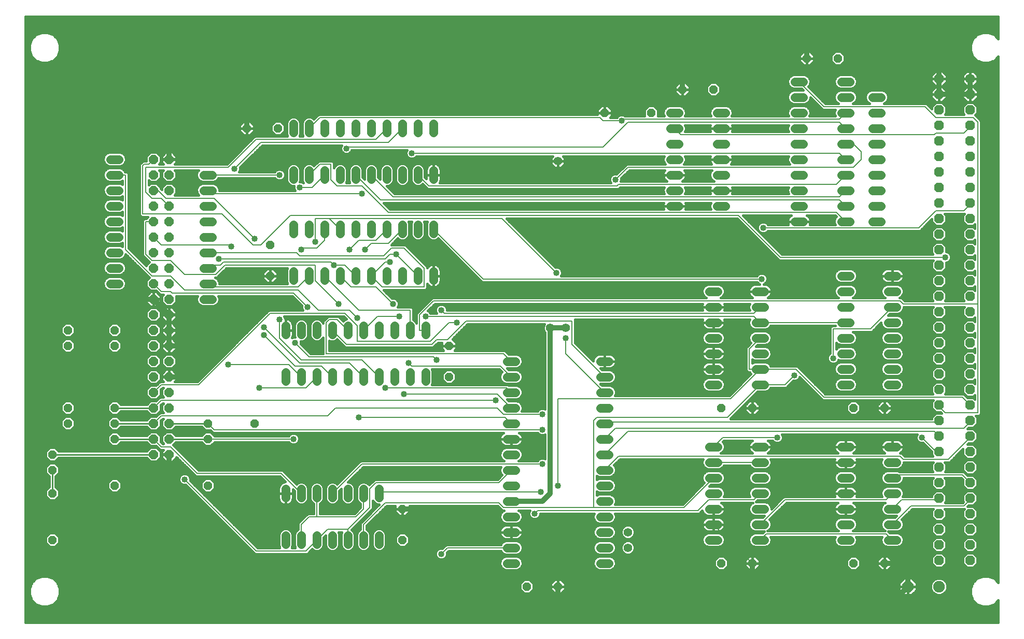
<source format=gbl>
G75*
G70*
%OFA0B0*%
%FSLAX24Y24*%
%IPPOS*%
%LPD*%
%AMOC8*
5,1,8,0,0,1.08239X$1,22.5*
%
%ADD10C,0.0630*%
%ADD11OC8,0.0630*%
%ADD12C,0.0560*%
%ADD13C,0.0560*%
%ADD14OC8,0.0600*%
%ADD15OC8,0.0560*%
%ADD16C,0.0750*%
%ADD17OC8,0.0750*%
%ADD18C,0.0555*%
%ADD19C,0.0320*%
%ADD20C,0.0436*%
%ADD21C,0.0080*%
%ADD22C,0.0160*%
%ADD23C,0.0400*%
%ADD24C,0.0100*%
D10*
X065848Y042613D03*
D11*
X065848Y041613D03*
X065848Y040613D03*
X065848Y039613D03*
X065848Y038613D03*
X065848Y037613D03*
X065848Y036613D03*
X065848Y035613D03*
X065848Y034613D03*
X065848Y033613D03*
X065848Y032613D03*
X065848Y031613D03*
X065848Y030613D03*
X065848Y029613D03*
X065848Y028613D03*
X065848Y027613D03*
X065848Y026613D03*
X065848Y025613D03*
X065848Y024613D03*
X065848Y023613D03*
X065848Y022613D03*
X065848Y021613D03*
X065848Y020613D03*
X065848Y019613D03*
X065848Y018613D03*
X065848Y017613D03*
X065848Y016613D03*
X065848Y015613D03*
X065848Y014613D03*
X065848Y013613D03*
X065848Y012613D03*
X065848Y011613D03*
X063848Y011613D03*
X063848Y012613D03*
X063848Y013613D03*
X063848Y014613D03*
X063848Y015613D03*
X063848Y016613D03*
X063848Y017613D03*
X063848Y018613D03*
X063848Y019613D03*
X063848Y020613D03*
X063848Y021613D03*
X063848Y022613D03*
X063848Y023613D03*
X063848Y024613D03*
X063848Y025613D03*
X063848Y026613D03*
X063848Y027613D03*
X063848Y028613D03*
X063848Y029613D03*
X063848Y030613D03*
X063848Y031613D03*
X063848Y032613D03*
X063848Y033613D03*
X063848Y034613D03*
X063848Y035613D03*
X063848Y036613D03*
X063848Y037613D03*
X063848Y038613D03*
X063848Y039613D03*
X063848Y040613D03*
X063848Y041613D03*
X063848Y042613D03*
D12*
X060128Y041428D02*
X059568Y041428D01*
X059568Y040428D02*
X060128Y040428D01*
X060128Y039428D02*
X059568Y039428D01*
X059568Y038428D02*
X060128Y038428D01*
X060128Y037428D02*
X059568Y037428D01*
X059568Y036428D02*
X060128Y036428D01*
X060128Y035428D02*
X059568Y035428D01*
X059568Y034428D02*
X060128Y034428D01*
X060128Y033428D02*
X059568Y033428D01*
X058128Y033428D02*
X057568Y033428D01*
X057568Y034428D02*
X058128Y034428D01*
X058128Y035428D02*
X057568Y035428D01*
X057568Y036428D02*
X058128Y036428D01*
X058128Y037428D02*
X057568Y037428D01*
X057568Y038428D02*
X058128Y038428D01*
X058128Y039428D02*
X057568Y039428D01*
X057568Y040428D02*
X058128Y040428D01*
X058128Y041428D02*
X057568Y041428D01*
X057568Y042428D02*
X058128Y042428D01*
X055128Y042428D02*
X054568Y042428D01*
X054568Y041428D02*
X055128Y041428D01*
X055128Y040428D02*
X054568Y040428D01*
X054568Y039428D02*
X055128Y039428D01*
X055128Y038428D02*
X054568Y038428D01*
X054568Y037428D02*
X055128Y037428D01*
X055128Y036428D02*
X054568Y036428D01*
X054568Y035428D02*
X055128Y035428D01*
X055128Y034428D02*
X054568Y034428D01*
X054568Y033428D02*
X055128Y033428D01*
X057568Y029928D02*
X058128Y029928D01*
X058128Y028928D02*
X057568Y028928D01*
X057568Y027928D02*
X058128Y027928D01*
X058128Y026928D02*
X057568Y026928D01*
X057568Y025928D02*
X058128Y025928D01*
X058128Y024928D02*
X057568Y024928D01*
X057568Y023928D02*
X058128Y023928D01*
X058128Y022928D02*
X057568Y022928D01*
X060568Y022928D02*
X061128Y022928D01*
X061128Y023928D02*
X060568Y023928D01*
X060568Y024928D02*
X061128Y024928D01*
X061128Y025928D02*
X060568Y025928D01*
X060568Y026928D02*
X061128Y026928D01*
X061128Y027928D02*
X060568Y027928D01*
X060568Y028928D02*
X061128Y028928D01*
X061128Y029928D02*
X060568Y029928D01*
X052628Y028928D02*
X052068Y028928D01*
X052068Y027928D02*
X052628Y027928D01*
X052628Y026928D02*
X052068Y026928D01*
X052068Y025928D02*
X052628Y025928D01*
X052628Y024928D02*
X052068Y024928D01*
X052068Y023928D02*
X052628Y023928D01*
X052628Y022928D02*
X052068Y022928D01*
X049628Y022928D02*
X049068Y022928D01*
X049068Y023928D02*
X049628Y023928D01*
X049628Y024928D02*
X049068Y024928D01*
X049068Y025928D02*
X049628Y025928D01*
X049628Y026928D02*
X049068Y026928D01*
X049068Y027928D02*
X049628Y027928D01*
X049628Y028928D02*
X049068Y028928D01*
X042628Y024428D02*
X042068Y024428D01*
X042068Y023428D02*
X042628Y023428D01*
X042628Y022428D02*
X042068Y022428D01*
X042068Y021428D02*
X042628Y021428D01*
X042628Y020428D02*
X042068Y020428D01*
X042068Y019428D02*
X042628Y019428D01*
X042628Y018428D02*
X042068Y018428D01*
X042068Y017428D02*
X042628Y017428D01*
X042628Y016428D02*
X042068Y016428D01*
X042068Y015428D02*
X042628Y015428D01*
X042628Y014428D02*
X042068Y014428D01*
X042068Y013428D02*
X042628Y013428D01*
X042628Y012428D02*
X042068Y012428D01*
X042068Y011428D02*
X042628Y011428D01*
X036628Y011428D02*
X036068Y011428D01*
X036068Y012428D02*
X036628Y012428D01*
X036628Y013428D02*
X036068Y013428D01*
X036068Y014428D02*
X036628Y014428D01*
X036628Y015428D02*
X036068Y015428D01*
X036068Y016428D02*
X036628Y016428D01*
X036628Y017428D02*
X036068Y017428D01*
X036068Y018428D02*
X036628Y018428D01*
X036628Y019428D02*
X036068Y019428D01*
X036068Y020428D02*
X036628Y020428D01*
X036628Y021428D02*
X036068Y021428D01*
X036068Y022428D02*
X036628Y022428D01*
X036628Y023428D02*
X036068Y023428D01*
X036068Y024428D02*
X036628Y024428D01*
X030848Y023708D02*
X030848Y023148D01*
X029848Y023148D02*
X029848Y023708D01*
X028848Y023708D02*
X028848Y023148D01*
X027848Y023148D02*
X027848Y023708D01*
X026848Y023708D02*
X026848Y023148D01*
X025848Y023148D02*
X025848Y023708D01*
X024848Y023708D02*
X024848Y023148D01*
X023848Y023148D02*
X023848Y023708D01*
X022848Y023708D02*
X022848Y023148D01*
X021848Y023148D02*
X021848Y023708D01*
X021848Y026148D02*
X021848Y026708D01*
X022848Y026708D02*
X022848Y026148D01*
X023848Y026148D02*
X023848Y026708D01*
X024848Y026708D02*
X024848Y026148D01*
X025848Y026148D02*
X025848Y026708D01*
X026848Y026708D02*
X026848Y026148D01*
X027848Y026148D02*
X027848Y026708D01*
X028848Y026708D02*
X028848Y026148D01*
X029848Y026148D02*
X029848Y026708D01*
X030848Y026708D02*
X030848Y026148D01*
X030348Y029648D02*
X030348Y030208D01*
X029348Y030208D02*
X029348Y029648D01*
X028348Y029648D02*
X028348Y030208D01*
X027348Y030208D02*
X027348Y029648D01*
X026348Y029648D02*
X026348Y030208D01*
X025348Y030208D02*
X025348Y029648D01*
X024348Y029648D02*
X024348Y030208D01*
X023348Y030208D02*
X023348Y029648D01*
X022348Y029648D02*
X022348Y030208D01*
X022348Y032648D02*
X022348Y033208D01*
X023348Y033208D02*
X023348Y032648D01*
X024348Y032648D02*
X024348Y033208D01*
X025348Y033208D02*
X025348Y032648D01*
X026348Y032648D02*
X026348Y033208D01*
X027348Y033208D02*
X027348Y032648D01*
X028348Y032648D02*
X028348Y033208D01*
X029348Y033208D02*
X029348Y032648D01*
X030348Y032648D02*
X030348Y033208D01*
X031348Y033208D02*
X031348Y032648D01*
X031348Y030208D02*
X031348Y029648D01*
X031348Y036148D02*
X031348Y036708D01*
X030348Y036708D02*
X030348Y036148D01*
X029348Y036148D02*
X029348Y036708D01*
X028348Y036708D02*
X028348Y036148D01*
X027348Y036148D02*
X027348Y036708D01*
X026348Y036708D02*
X026348Y036148D01*
X025348Y036148D02*
X025348Y036708D01*
X024348Y036708D02*
X024348Y036148D01*
X023348Y036148D02*
X023348Y036708D01*
X022348Y036708D02*
X022348Y036148D01*
X022348Y039148D02*
X022348Y039708D01*
X023348Y039708D02*
X023348Y039148D01*
X024348Y039148D02*
X024348Y039708D01*
X025348Y039708D02*
X025348Y039148D01*
X026348Y039148D02*
X026348Y039708D01*
X027348Y039708D02*
X027348Y039148D01*
X028348Y039148D02*
X028348Y039708D01*
X029348Y039708D02*
X029348Y039148D01*
X030348Y039148D02*
X030348Y039708D01*
X031348Y039708D02*
X031348Y039148D01*
X017128Y036428D02*
X016568Y036428D01*
X016568Y035428D02*
X017128Y035428D01*
X017128Y034428D02*
X016568Y034428D01*
X016568Y033428D02*
X017128Y033428D01*
X017128Y032428D02*
X016568Y032428D01*
X016568Y031428D02*
X017128Y031428D01*
X017128Y030428D02*
X016568Y030428D01*
X016568Y029428D02*
X017128Y029428D01*
X017128Y028428D02*
X016568Y028428D01*
X011128Y029428D02*
X010568Y029428D01*
X010568Y030428D02*
X011128Y030428D01*
X011128Y031428D02*
X010568Y031428D01*
X010568Y032428D02*
X011128Y032428D01*
X011128Y033428D02*
X010568Y033428D01*
X010568Y034428D02*
X011128Y034428D01*
X011128Y035428D02*
X010568Y035428D01*
X010568Y036428D02*
X011128Y036428D01*
X011128Y037428D02*
X010568Y037428D01*
X021848Y016208D02*
X021848Y015648D01*
X022848Y015648D02*
X022848Y016208D01*
X023848Y016208D02*
X023848Y015648D01*
X024848Y015648D02*
X024848Y016208D01*
X025848Y016208D02*
X025848Y015648D01*
X026848Y015648D02*
X026848Y016208D01*
X027848Y016208D02*
X027848Y015648D01*
X027848Y013208D02*
X027848Y012648D01*
X026848Y012648D02*
X026848Y013208D01*
X025848Y013208D02*
X025848Y012648D01*
X024848Y012648D02*
X024848Y013208D01*
X023848Y013208D02*
X023848Y012648D01*
X022848Y012648D02*
X022848Y013208D01*
X021848Y013208D02*
X021848Y012648D01*
X049068Y012928D02*
X049628Y012928D01*
X049628Y013928D02*
X049068Y013928D01*
X049068Y014928D02*
X049628Y014928D01*
X049628Y015928D02*
X049068Y015928D01*
X049068Y016928D02*
X049628Y016928D01*
X049628Y017928D02*
X049068Y017928D01*
X049068Y018928D02*
X049628Y018928D01*
X052068Y018928D02*
X052628Y018928D01*
X052628Y017928D02*
X052068Y017928D01*
X052068Y016928D02*
X052628Y016928D01*
X052628Y015928D02*
X052068Y015928D01*
X052068Y014928D02*
X052628Y014928D01*
X052628Y013928D02*
X052068Y013928D01*
X052068Y012928D02*
X052628Y012928D01*
X057568Y012928D02*
X058128Y012928D01*
X058128Y013928D02*
X057568Y013928D01*
X057568Y014928D02*
X058128Y014928D01*
X058128Y015928D02*
X057568Y015928D01*
X057568Y016928D02*
X058128Y016928D01*
X058128Y017928D02*
X057568Y017928D01*
X057568Y018928D02*
X058128Y018928D01*
X060568Y018928D02*
X061128Y018928D01*
X061128Y017928D02*
X060568Y017928D01*
X060568Y016928D02*
X061128Y016928D01*
X061128Y015928D02*
X060568Y015928D01*
X060568Y014928D02*
X061128Y014928D01*
X061128Y013928D02*
X060568Y013928D01*
X060568Y012928D02*
X061128Y012928D01*
X050128Y034428D02*
X049568Y034428D01*
X049568Y035428D02*
X050128Y035428D01*
X050128Y036428D02*
X049568Y036428D01*
X049568Y037428D02*
X050128Y037428D01*
X050128Y038428D02*
X049568Y038428D01*
X049568Y039428D02*
X050128Y039428D01*
X050128Y040428D02*
X049568Y040428D01*
X047128Y040428D02*
X046568Y040428D01*
X046568Y039428D02*
X047128Y039428D01*
X047128Y038428D02*
X046568Y038428D01*
X046568Y037428D02*
X047128Y037428D01*
X047128Y036428D02*
X046568Y036428D01*
X046568Y035428D02*
X047128Y035428D01*
X047128Y034428D02*
X046568Y034428D01*
D13*
X043848Y013428D03*
X043848Y012428D03*
D14*
X014348Y018428D03*
X014348Y019428D03*
X014348Y020428D03*
X014348Y021428D03*
X014348Y022428D03*
X014348Y023428D03*
X014348Y024428D03*
X014348Y025428D03*
X014348Y026428D03*
X014348Y027428D03*
X014348Y028428D03*
X014348Y029428D03*
X014348Y030428D03*
X014348Y031428D03*
X014348Y032428D03*
X014348Y033428D03*
X014348Y034428D03*
X014348Y035428D03*
X014348Y036428D03*
X014348Y037428D03*
X013348Y037428D03*
X013348Y036428D03*
X013348Y035428D03*
X013348Y034428D03*
X013348Y033428D03*
X013348Y032428D03*
X013348Y031428D03*
X013348Y030428D03*
X013348Y029428D03*
X013348Y028428D03*
X013348Y027428D03*
X013348Y026428D03*
X013348Y025428D03*
X013348Y024428D03*
X013348Y023428D03*
X013348Y022428D03*
X013348Y021428D03*
X013348Y020428D03*
X013348Y019428D03*
X013348Y018428D03*
D15*
X010848Y019428D03*
X010848Y020428D03*
X010848Y021428D03*
X007848Y021428D03*
X007848Y020428D03*
X006848Y018428D03*
X006848Y017428D03*
X006848Y015928D03*
X006848Y012928D03*
X010848Y016428D03*
X016848Y016428D03*
X016848Y019428D03*
X016848Y020428D03*
X019848Y020428D03*
X010848Y025428D03*
X010848Y026428D03*
X007848Y026428D03*
X007848Y025428D03*
X020848Y029928D03*
X020848Y031928D03*
X021348Y039428D03*
X019348Y039428D03*
X032348Y025428D03*
X032348Y023428D03*
X029348Y014928D03*
X029348Y012928D03*
X037348Y009928D03*
X039348Y009928D03*
X049848Y011428D03*
X051848Y011428D03*
X058348Y011428D03*
X060348Y011428D03*
X060348Y021428D03*
X058348Y021428D03*
X051848Y021428D03*
X049848Y021428D03*
X045348Y040428D03*
X047348Y041928D03*
X049348Y041928D03*
X055348Y043928D03*
X057348Y043928D03*
X042348Y040428D03*
D16*
X063848Y009928D03*
D17*
X061848Y009928D03*
D18*
X039848Y026568D03*
X038848Y026568D03*
X039348Y037318D03*
D19*
X047348Y041928D02*
X047348Y044928D01*
X055348Y044928D01*
X055348Y043928D01*
X055348Y044928D02*
X063348Y044928D01*
X063848Y044428D01*
X063848Y042613D01*
X063848Y041613D01*
X065848Y041613D01*
X065848Y042613D01*
X047348Y044928D02*
X023848Y044928D01*
X019348Y040428D01*
X019348Y039428D01*
X019348Y040428D02*
X014348Y040428D01*
X014348Y037428D01*
X014348Y040428D02*
X007848Y040428D01*
X005348Y037928D01*
X005348Y028428D01*
X013348Y028428D01*
X014348Y027428D01*
X014348Y026428D01*
X014348Y025428D01*
X014848Y025428D01*
X015348Y024928D01*
X015348Y023928D01*
X014848Y023428D01*
X014348Y023428D01*
X014348Y018428D02*
X014348Y008928D01*
X030348Y008928D01*
X030348Y014428D01*
X029848Y014928D01*
X029348Y014928D01*
X032848Y009428D02*
X032848Y008928D01*
X039348Y008928D01*
X039348Y009928D01*
X039348Y008928D02*
X051848Y008928D01*
X051848Y011428D01*
X051848Y008928D02*
X060848Y008928D01*
X061848Y009928D01*
X061848Y010928D01*
X061348Y011428D01*
X060348Y011428D01*
X039848Y026568D02*
X038848Y026568D01*
X038848Y015928D01*
X038348Y015428D01*
X036348Y015428D01*
X032848Y008928D02*
X030348Y008928D01*
X014348Y008928D02*
X009348Y008928D01*
X005348Y012928D01*
X005348Y028428D01*
D20*
X032848Y009428D03*
D21*
X031848Y012028D02*
X032248Y012428D01*
X036348Y012428D01*
X037848Y014628D02*
X038048Y014828D01*
X048348Y014828D01*
X049048Y015528D01*
X051948Y015528D01*
X052348Y015928D01*
X053948Y015528D02*
X060448Y015528D01*
X060848Y015928D01*
X061448Y015528D02*
X063848Y015528D01*
X063848Y015613D01*
X065448Y015128D02*
X062048Y015128D01*
X060848Y013928D01*
X060448Y013328D02*
X060848Y012928D01*
X060448Y013328D02*
X052748Y013328D01*
X052348Y012928D01*
X052348Y013928D02*
X053948Y015528D01*
X052348Y017928D02*
X049348Y017928D01*
X049348Y018928D02*
X049948Y019528D01*
X053448Y019528D01*
X050448Y022028D02*
X052348Y023928D01*
X054648Y023928D01*
X056448Y022128D01*
X065348Y022128D01*
X065848Y021628D01*
X065848Y021613D01*
X066348Y021128D02*
X064248Y021128D01*
X063848Y021528D01*
X063848Y021613D01*
X063848Y020613D02*
X063848Y020528D01*
X042448Y020528D01*
X042348Y020428D01*
X041848Y020828D02*
X041648Y020628D01*
X041648Y015028D01*
X035848Y015028D01*
X035548Y015328D01*
X028248Y015328D01*
X026848Y013928D01*
X026848Y012928D01*
X025848Y012928D02*
X025848Y013628D01*
X027248Y015028D01*
X027248Y016228D01*
X027648Y016628D01*
X035548Y016628D01*
X036348Y017428D01*
X038348Y017828D02*
X026748Y017828D01*
X024848Y015928D01*
X023848Y015928D02*
X023848Y014428D01*
X026348Y014428D01*
X026848Y014928D01*
X026848Y015928D01*
X027848Y015928D02*
X027948Y016028D01*
X038248Y016028D01*
X039348Y016428D02*
X039348Y022028D01*
X050448Y022028D01*
X050248Y020828D02*
X041848Y020828D01*
X043048Y020128D02*
X065448Y020128D01*
X065848Y020528D01*
X065848Y020613D01*
X066348Y021128D02*
X066348Y028128D01*
X061548Y028128D01*
X061348Y028328D01*
X031348Y028328D01*
X030448Y027428D01*
X030448Y026428D01*
X030848Y026428D01*
X031148Y025728D02*
X032348Y026928D01*
X032848Y026928D01*
X033448Y027028D02*
X032248Y025828D01*
X031548Y025828D01*
X031248Y025528D01*
X025748Y025528D01*
X024848Y026428D01*
X024448Y026928D02*
X024448Y024928D01*
X035848Y024928D01*
X036348Y024428D01*
X035648Y024128D02*
X029948Y024128D01*
X029748Y024328D01*
X027848Y023428D02*
X026748Y024528D01*
X022848Y024528D01*
X021448Y025928D01*
X021448Y027128D01*
X020848Y027528D02*
X025648Y027528D01*
X026448Y026728D01*
X026448Y025728D01*
X031148Y025728D01*
X029848Y026428D02*
X029848Y027728D01*
X026548Y027728D01*
X024348Y029928D01*
X023748Y029628D02*
X023748Y030628D01*
X017948Y030628D01*
X017348Y030028D01*
X015348Y030028D01*
X014448Y030928D01*
X013248Y030928D01*
X012848Y031328D01*
X012848Y033428D01*
X013348Y033428D01*
X012648Y033928D02*
X017748Y033928D01*
X019748Y031928D01*
X020248Y031928D01*
X022148Y033828D01*
X050948Y033828D01*
X053648Y031128D01*
X064248Y031128D01*
X062548Y033028D02*
X063648Y034128D01*
X065448Y034128D01*
X065848Y034528D01*
X065848Y034613D01*
X062548Y033028D02*
X052548Y033028D01*
X052448Y029728D02*
X034548Y029728D01*
X031348Y032928D01*
X029348Y032928D02*
X028448Y032028D01*
X027348Y032028D01*
X026948Y031628D01*
X026548Y032228D02*
X027648Y032228D01*
X028348Y032928D01*
X028448Y034028D02*
X026748Y035728D01*
X025148Y035728D01*
X024748Y036128D01*
X024748Y037128D01*
X024048Y037128D01*
X023348Y036428D01*
X023548Y035628D02*
X022748Y035628D01*
X023548Y035628D02*
X024348Y036428D01*
X026348Y036428D02*
X027948Y034828D01*
X057448Y034828D01*
X057848Y034428D01*
X057248Y034028D02*
X028448Y034028D01*
X028748Y035028D02*
X027348Y036428D01*
X026748Y035228D02*
X017048Y035228D01*
X016848Y035428D01*
X017248Y034928D02*
X014148Y034928D01*
X013648Y035428D01*
X013348Y035428D01*
X012848Y035328D02*
X013248Y034928D01*
X013848Y034928D01*
X014348Y034428D01*
X012848Y035328D02*
X012848Y036928D01*
X018148Y036928D01*
X019948Y038728D01*
X027648Y038728D01*
X028348Y039428D01*
X028448Y038528D02*
X029348Y039428D01*
X028448Y038528D02*
X020248Y038528D01*
X018548Y036828D01*
X016848Y036428D02*
X021448Y036428D01*
X023348Y039428D02*
X024048Y040128D01*
X042048Y040128D01*
X042248Y039928D01*
X043448Y039928D01*
X043548Y040028D01*
X057448Y040028D01*
X057848Y040428D01*
X057448Y039828D02*
X043848Y039828D01*
X042248Y038228D01*
X025848Y038228D01*
X025748Y038128D01*
X029948Y037828D02*
X057448Y037828D01*
X057848Y037428D01*
X058348Y036928D02*
X043848Y036928D01*
X043048Y036128D01*
X043248Y035828D02*
X043148Y035728D01*
X031048Y035728D01*
X030348Y036428D01*
X028748Y035028D02*
X057448Y035028D01*
X057848Y035428D01*
X057248Y035828D02*
X043248Y035828D01*
X046848Y039428D02*
X047248Y039028D01*
X063548Y039028D01*
X063648Y039128D01*
X065448Y039128D01*
X065848Y039528D01*
X065848Y039613D01*
X066348Y039828D02*
X066348Y028128D01*
X060848Y027928D02*
X059448Y026528D01*
X057048Y026528D01*
X057048Y024628D01*
X057848Y026928D02*
X052348Y026928D01*
X051948Y027328D01*
X030848Y027328D01*
X031848Y027728D02*
X032048Y027528D01*
X051948Y027528D01*
X052348Y027928D01*
X052348Y025928D02*
X051648Y025228D01*
X051648Y023928D01*
X052348Y023928D01*
X052348Y022928D02*
X053948Y022928D01*
X054548Y023528D01*
X052348Y022928D02*
X050248Y020828D01*
X049348Y016928D02*
X047448Y015028D01*
X041648Y015028D01*
X042348Y017428D02*
X043248Y018328D01*
X061348Y018328D01*
X061548Y018128D01*
X064448Y018128D01*
X065848Y019528D01*
X065848Y019613D01*
X063848Y019628D02*
X063848Y019613D01*
X063848Y019628D02*
X063548Y019928D01*
X043848Y019928D01*
X042348Y018428D01*
X042348Y019428D02*
X043048Y020128D01*
X042348Y022428D02*
X039848Y024928D01*
X039848Y025928D01*
X040248Y025528D02*
X040248Y027028D01*
X033448Y027028D01*
X031348Y024728D02*
X031548Y024528D01*
X031348Y024728D02*
X023348Y024728D01*
X022448Y025628D01*
X022748Y024328D02*
X020448Y026628D01*
X020448Y026128D02*
X022448Y024128D01*
X024148Y024128D01*
X024848Y023428D01*
X025948Y024328D02*
X022748Y024328D01*
X022048Y024228D02*
X022848Y023428D01*
X023148Y022728D02*
X023848Y023428D01*
X023148Y022728D02*
X020148Y022728D01*
X022048Y024228D02*
X018148Y024228D01*
X016248Y022928D02*
X020848Y027528D01*
X022348Y028828D02*
X014548Y028828D01*
X014448Y028928D01*
X013848Y028928D01*
X013348Y029428D01*
X013248Y029928D02*
X011548Y031628D01*
X011548Y036428D01*
X010848Y036428D01*
X012648Y037028D02*
X012648Y033928D01*
X013348Y032428D02*
X013848Y031928D01*
X018248Y031928D01*
X018348Y031828D01*
X017548Y031028D02*
X028248Y031028D01*
X028548Y031328D01*
X028948Y031328D01*
X030348Y029928D01*
X030748Y030428D02*
X030748Y029228D01*
X028048Y029228D01*
X027348Y029928D01*
X028248Y030828D01*
X028548Y030828D01*
X028148Y031228D02*
X028648Y031728D01*
X029448Y031728D01*
X030748Y030428D01*
X028148Y031228D02*
X022748Y031228D01*
X022548Y031428D01*
X016848Y031428D01*
X017048Y030628D02*
X016848Y030428D01*
X017048Y030628D02*
X017648Y030628D01*
X017848Y030828D01*
X024748Y030828D01*
X024948Y030628D01*
X025648Y030628D01*
X026348Y029928D01*
X026048Y029228D02*
X025348Y029928D01*
X026048Y029228D02*
X027648Y029228D01*
X028748Y028128D01*
X029148Y027328D02*
X027748Y027328D01*
X026848Y026428D01*
X025848Y026428D02*
X025148Y027128D01*
X024648Y027128D01*
X024448Y026928D01*
X023948Y027728D02*
X022648Y029028D01*
X015348Y029028D01*
X014448Y029928D01*
X013248Y029928D01*
X016848Y029428D02*
X017048Y029228D01*
X022648Y029228D01*
X023348Y029928D01*
X023748Y029628D02*
X025248Y028128D01*
X025948Y027728D02*
X023948Y027728D01*
X023248Y027928D02*
X022348Y028828D01*
X022848Y031628D02*
X022948Y031728D01*
X023848Y031728D01*
X024348Y032228D01*
X024348Y032928D01*
X024648Y033628D02*
X025348Y032928D01*
X024648Y033628D02*
X023748Y033628D01*
X023748Y032128D01*
X024648Y033628D02*
X035748Y033628D01*
X039248Y030128D01*
X040248Y025528D02*
X042348Y023428D01*
X038348Y021028D02*
X035848Y021028D01*
X035448Y021428D01*
X025048Y021428D01*
X024548Y020928D01*
X013848Y020928D01*
X013348Y020428D01*
X013348Y019428D02*
X013848Y018928D01*
X014448Y018928D01*
X016148Y017228D01*
X021548Y017228D01*
X022848Y015928D01*
X023348Y014428D02*
X023848Y014428D01*
X023348Y014428D02*
X022848Y013928D01*
X022848Y012928D01*
X023148Y012228D02*
X023848Y012928D01*
X024548Y013628D01*
X025848Y013628D01*
X023148Y012228D02*
X019948Y012228D01*
X015348Y016828D01*
X016848Y019428D02*
X022348Y019428D01*
X026548Y020828D02*
X035948Y020828D01*
X036348Y020428D01*
X036348Y021428D02*
X035448Y022328D01*
X029448Y022328D01*
X028248Y022728D02*
X036048Y022728D01*
X036348Y022428D01*
X036348Y023428D02*
X035648Y024128D01*
X035348Y021928D02*
X013848Y021928D01*
X013348Y021428D01*
X013348Y022428D02*
X013848Y022928D01*
X016248Y022928D01*
X016848Y020428D02*
X017248Y020028D01*
X038348Y020028D01*
X049348Y013928D02*
X051848Y011428D01*
X060848Y014928D02*
X061448Y015528D01*
X060848Y016928D02*
X061048Y017128D01*
X065348Y017128D01*
X065848Y016628D01*
X065848Y016613D01*
X065848Y015613D02*
X065848Y015528D01*
X065448Y015128D01*
X063848Y018613D02*
X063848Y018628D01*
X063648Y018628D01*
X062748Y019528D01*
X060848Y018928D02*
X057848Y018928D01*
X057848Y033428D02*
X057248Y034028D01*
X057248Y035828D02*
X057848Y036428D01*
X058348Y036928D02*
X058848Y037428D01*
X058848Y037928D01*
X058348Y038428D01*
X057848Y038428D01*
X057848Y039428D02*
X057448Y039828D01*
X056448Y040828D02*
X062948Y040828D01*
X063648Y040128D01*
X066048Y040128D01*
X066348Y039828D01*
X056448Y040828D02*
X054848Y042428D01*
X026548Y032228D02*
X025948Y031628D01*
X025948Y027728D02*
X026448Y027228D01*
X025948Y024328D02*
X026848Y023428D01*
X019848Y032328D02*
X017248Y034928D01*
X013348Y037428D02*
X013048Y037128D01*
X012748Y037128D01*
X012648Y037028D01*
D22*
X005128Y046618D02*
X005128Y007608D01*
X067660Y007608D01*
X067660Y009039D01*
X067403Y008782D01*
X067043Y008633D01*
X066653Y008633D01*
X066293Y008782D01*
X066017Y009058D01*
X065868Y009418D01*
X065868Y009808D01*
X066017Y010168D01*
X066293Y010444D01*
X066653Y010593D01*
X067043Y010593D01*
X067403Y010444D01*
X067660Y010187D01*
X067660Y044039D01*
X067403Y043782D01*
X067043Y043633D01*
X066653Y043633D01*
X066293Y043782D01*
X066017Y044058D01*
X065868Y044418D01*
X065868Y044808D01*
X066017Y045168D01*
X066293Y045444D01*
X066653Y045593D01*
X067043Y045593D01*
X067403Y045444D01*
X067660Y045187D01*
X067660Y046618D01*
X005128Y046618D01*
X005128Y046588D02*
X067660Y046588D01*
X067660Y046430D02*
X005128Y046430D01*
X005128Y046271D02*
X067660Y046271D01*
X067660Y046113D02*
X005128Y046113D01*
X005128Y045954D02*
X067660Y045954D01*
X067660Y045796D02*
X005128Y045796D01*
X005128Y045637D02*
X067660Y045637D01*
X067660Y045478D02*
X067320Y045478D01*
X067527Y045320D02*
X067660Y045320D01*
X066376Y045478D02*
X006820Y045478D01*
X006903Y045444D02*
X006543Y045593D01*
X006153Y045593D01*
X005793Y045444D01*
X005517Y045168D01*
X005368Y044808D01*
X005368Y044418D01*
X005517Y044058D01*
X005793Y043782D01*
X006153Y043633D01*
X006543Y043633D01*
X006903Y043782D01*
X007179Y044058D01*
X007328Y044418D01*
X007328Y044808D01*
X007179Y045168D01*
X006903Y045444D01*
X007027Y045320D02*
X066169Y045320D01*
X066014Y045161D02*
X007182Y045161D01*
X007247Y045003D02*
X065949Y045003D01*
X065883Y044844D02*
X007313Y044844D01*
X007328Y044686D02*
X065868Y044686D01*
X065868Y044527D02*
X007328Y044527D01*
X007307Y044369D02*
X055138Y044369D01*
X055157Y044388D02*
X054888Y044119D01*
X054888Y043928D01*
X054888Y043737D01*
X055157Y043468D01*
X055348Y043468D01*
X055538Y043468D01*
X055808Y043737D01*
X055808Y043928D01*
X055348Y043928D01*
X055348Y043928D01*
X055808Y043928D01*
X055808Y044119D01*
X055538Y044388D01*
X055348Y044388D01*
X055348Y043928D01*
X055348Y043468D01*
X055348Y043928D01*
X055348Y043928D01*
X055348Y043928D01*
X055347Y043928D02*
X054888Y043928D01*
X055347Y043928D01*
X055347Y043928D01*
X055348Y043928D02*
X055348Y044388D01*
X055157Y044388D01*
X055348Y044369D02*
X055348Y044369D01*
X055348Y044210D02*
X055348Y044210D01*
X055348Y044052D02*
X055348Y044052D01*
X055348Y043893D02*
X055348Y043893D01*
X055348Y043734D02*
X055348Y043734D01*
X055348Y043576D02*
X055348Y043576D01*
X055646Y043576D02*
X057078Y043576D01*
X057166Y043488D02*
X057530Y043488D01*
X057788Y043746D01*
X057788Y044110D01*
X057530Y044368D01*
X057166Y044368D01*
X056908Y044110D01*
X056908Y043746D01*
X057166Y043488D01*
X056919Y043734D02*
X055805Y043734D01*
X055808Y043893D02*
X056908Y043893D01*
X056908Y044052D02*
X055808Y044052D01*
X055716Y044210D02*
X057008Y044210D01*
X057688Y044210D02*
X065954Y044210D01*
X065888Y044369D02*
X055558Y044369D01*
X054979Y044210D02*
X007242Y044210D01*
X007172Y044052D02*
X054888Y044052D01*
X054888Y043893D02*
X007014Y043893D01*
X006788Y043734D02*
X054891Y043734D01*
X055049Y043576D02*
X005128Y043576D01*
X005128Y043734D02*
X005908Y043734D01*
X005682Y043893D02*
X005128Y043893D01*
X005128Y044052D02*
X005523Y044052D01*
X005454Y044210D02*
X005128Y044210D01*
X005128Y044369D02*
X005388Y044369D01*
X005368Y044527D02*
X005128Y044527D01*
X005128Y044686D02*
X005368Y044686D01*
X005383Y044844D02*
X005128Y044844D01*
X005128Y045003D02*
X005449Y045003D01*
X005514Y045161D02*
X005128Y045161D01*
X005128Y045320D02*
X005669Y045320D01*
X005876Y045478D02*
X005128Y045478D01*
X005128Y043417D02*
X067660Y043417D01*
X067660Y043259D02*
X005128Y043259D01*
X005128Y043100D02*
X063635Y043100D01*
X063643Y043108D02*
X063353Y042818D01*
X063353Y042623D01*
X063838Y042623D01*
X063838Y043108D01*
X063643Y043108D01*
X063838Y043100D02*
X063858Y043100D01*
X063858Y043108D02*
X064053Y043108D01*
X064343Y042818D01*
X064343Y042623D01*
X063858Y042623D01*
X063858Y042603D01*
X064343Y042603D01*
X064343Y042408D01*
X064053Y042118D01*
X063858Y042118D01*
X063858Y042603D01*
X063838Y042603D01*
X063838Y042118D01*
X063643Y042118D01*
X063353Y042408D01*
X063353Y042603D01*
X063838Y042603D01*
X063838Y042623D01*
X063858Y042623D01*
X063858Y043108D01*
X063858Y042942D02*
X063838Y042942D01*
X063838Y042783D02*
X063858Y042783D01*
X063858Y042625D02*
X063838Y042625D01*
X063838Y042466D02*
X063858Y042466D01*
X063858Y042308D02*
X063838Y042308D01*
X063838Y042149D02*
X063858Y042149D01*
X063858Y042108D02*
X064053Y042108D01*
X064343Y041818D01*
X064343Y041623D01*
X063858Y041623D01*
X063858Y041603D01*
X064343Y041603D01*
X064343Y041408D01*
X064053Y041118D01*
X063858Y041118D01*
X063858Y041603D01*
X063838Y041603D01*
X063838Y041118D01*
X063643Y041118D01*
X063353Y041408D01*
X063353Y041603D01*
X063838Y041603D01*
X063838Y041623D01*
X063838Y042108D01*
X063643Y042108D01*
X063353Y041818D01*
X063353Y041623D01*
X063838Y041623D01*
X063858Y041623D01*
X063858Y042108D01*
X063858Y041990D02*
X063838Y041990D01*
X063838Y041832D02*
X063858Y041832D01*
X063858Y041673D02*
X063838Y041673D01*
X063838Y041515D02*
X063858Y041515D01*
X063858Y041356D02*
X063838Y041356D01*
X063838Y041198D02*
X063858Y041198D01*
X064045Y041088D02*
X063651Y041088D01*
X063373Y040810D01*
X063373Y040686D01*
X063031Y041028D01*
X062865Y041028D01*
X060312Y041028D01*
X060377Y041055D01*
X060501Y041179D01*
X060568Y041340D01*
X060568Y041516D01*
X060501Y041677D01*
X060377Y041801D01*
X060215Y041868D01*
X059480Y041868D01*
X059319Y041801D01*
X059195Y041677D01*
X059128Y041516D01*
X059128Y041340D01*
X059195Y041179D01*
X059319Y041055D01*
X059384Y041028D01*
X058312Y041028D01*
X058377Y041055D01*
X058501Y041179D01*
X058568Y041340D01*
X058568Y041516D01*
X058501Y041677D01*
X058377Y041801D01*
X058215Y041868D01*
X057480Y041868D01*
X057319Y041801D01*
X057195Y041677D01*
X057128Y041516D01*
X057128Y041340D01*
X057195Y041179D01*
X057319Y041055D01*
X057384Y041028D01*
X056531Y041028D01*
X055440Y042118D01*
X055501Y042179D01*
X055568Y042340D01*
X055568Y042516D01*
X055501Y042677D01*
X055377Y042801D01*
X055215Y042868D01*
X054480Y042868D01*
X054319Y042801D01*
X054195Y042677D01*
X054128Y042516D01*
X054128Y042340D01*
X054195Y042179D01*
X054319Y042055D01*
X054480Y041988D01*
X055005Y041988D01*
X055125Y041868D01*
X054480Y041868D01*
X054319Y041801D01*
X054195Y041677D01*
X054128Y041516D01*
X054128Y041340D01*
X054195Y041179D01*
X054319Y041055D01*
X054480Y040988D01*
X055215Y040988D01*
X055377Y041055D01*
X055501Y041179D01*
X055568Y041340D01*
X055568Y041425D01*
X056248Y040745D01*
X056365Y040628D01*
X057174Y040628D01*
X057128Y040516D01*
X057128Y040340D01*
X057174Y040228D01*
X055521Y040228D01*
X055568Y040340D01*
X055568Y040516D01*
X055501Y040677D01*
X055377Y040801D01*
X055215Y040868D01*
X054480Y040868D01*
X054319Y040801D01*
X054195Y040677D01*
X054128Y040516D01*
X054128Y040340D01*
X054174Y040228D01*
X050521Y040228D01*
X050568Y040340D01*
X050568Y040516D01*
X050501Y040677D01*
X050377Y040801D01*
X050215Y040868D01*
X049480Y040868D01*
X049319Y040801D01*
X049195Y040677D01*
X049128Y040516D01*
X049128Y040340D01*
X049174Y040228D01*
X047521Y040228D01*
X047568Y040340D01*
X047568Y040516D01*
X047501Y040677D01*
X047377Y040801D01*
X047215Y040868D01*
X046480Y040868D01*
X046319Y040801D01*
X046195Y040677D01*
X046128Y040516D01*
X046128Y040340D01*
X046174Y040228D01*
X045770Y040228D01*
X045788Y040246D01*
X045788Y040610D01*
X045530Y040868D01*
X045166Y040868D01*
X044908Y040610D01*
X044908Y040246D01*
X044926Y040228D01*
X043657Y040228D01*
X043652Y040233D01*
X043519Y040288D01*
X043376Y040288D01*
X043244Y040233D01*
X043143Y040132D01*
X043141Y040128D01*
X042698Y040128D01*
X042808Y040237D01*
X042808Y040428D01*
X042808Y040619D01*
X042538Y040888D01*
X042348Y040888D01*
X042348Y040428D01*
X042808Y040428D01*
X042348Y040428D01*
X042348Y040428D01*
X042348Y040428D01*
X042347Y040428D02*
X041888Y040428D01*
X041888Y040328D01*
X023965Y040328D01*
X023848Y040211D01*
X023658Y040021D01*
X023597Y040081D01*
X023435Y040148D01*
X023260Y040148D01*
X023099Y040081D01*
X022975Y039957D01*
X022908Y039796D01*
X022908Y039060D01*
X022963Y038928D01*
X022733Y038928D01*
X022788Y039060D01*
X022788Y039796D01*
X022721Y039957D01*
X022597Y040081D01*
X022435Y040148D01*
X022260Y040148D01*
X022099Y040081D01*
X021975Y039957D01*
X021908Y039796D01*
X021908Y039060D01*
X021963Y038928D01*
X019865Y038928D01*
X019748Y038811D01*
X018065Y037128D01*
X014727Y037128D01*
X014828Y037229D01*
X014828Y037418D01*
X014358Y037418D01*
X014358Y037438D01*
X014828Y037438D01*
X014828Y037627D01*
X014547Y037908D01*
X014358Y037908D01*
X014358Y037438D01*
X014338Y037438D01*
X014338Y037908D01*
X014149Y037908D01*
X013868Y037627D01*
X013868Y037438D01*
X014338Y037438D01*
X014338Y037418D01*
X013868Y037418D01*
X013868Y037229D01*
X013969Y037128D01*
X013698Y037128D01*
X013808Y037237D01*
X013808Y037619D01*
X013538Y037888D01*
X013157Y037888D01*
X012888Y037619D01*
X012888Y037328D01*
X012831Y037328D01*
X012665Y037328D01*
X012565Y037228D01*
X012448Y037111D01*
X012448Y034011D01*
X012448Y033845D01*
X012565Y033728D01*
X012997Y033728D01*
X012897Y033628D01*
X012765Y033628D01*
X012648Y033511D01*
X012648Y033345D01*
X012648Y031245D01*
X012765Y031128D01*
X013081Y030812D01*
X012888Y030619D01*
X012888Y030571D01*
X011748Y031711D01*
X011748Y036345D01*
X011748Y036511D01*
X011631Y036628D01*
X011521Y036628D01*
X011501Y036677D01*
X011377Y036801D01*
X011215Y036868D01*
X010480Y036868D01*
X010319Y036801D01*
X010195Y036677D01*
X010128Y036516D01*
X010128Y036340D01*
X010195Y036179D01*
X010319Y036055D01*
X010480Y035988D01*
X011215Y035988D01*
X011348Y036043D01*
X011348Y035813D01*
X011215Y035868D01*
X010480Y035868D01*
X010319Y035801D01*
X010195Y035677D01*
X010128Y035516D01*
X010128Y035340D01*
X010195Y035179D01*
X010319Y035055D01*
X010480Y034988D01*
X011215Y034988D01*
X011348Y035043D01*
X011348Y034813D01*
X011215Y034868D01*
X010480Y034868D01*
X010319Y034801D01*
X010195Y034677D01*
X010128Y034516D01*
X010128Y034340D01*
X010195Y034179D01*
X010319Y034055D01*
X010480Y033988D01*
X011215Y033988D01*
X011348Y034043D01*
X011348Y033813D01*
X011215Y033868D01*
X010480Y033868D01*
X010319Y033801D01*
X010195Y033677D01*
X010128Y033516D01*
X010128Y033340D01*
X010195Y033179D01*
X010319Y033055D01*
X010480Y032988D01*
X011215Y032988D01*
X011348Y033043D01*
X011348Y032813D01*
X011215Y032868D01*
X010480Y032868D01*
X010319Y032801D01*
X010195Y032677D01*
X010128Y032516D01*
X010128Y032340D01*
X010195Y032179D01*
X010319Y032055D01*
X010480Y031988D01*
X011215Y031988D01*
X011348Y032043D01*
X011348Y031813D01*
X011215Y031868D01*
X010480Y031868D01*
X010319Y031801D01*
X010195Y031677D01*
X010128Y031516D01*
X010128Y031340D01*
X010195Y031179D01*
X010319Y031055D01*
X010480Y030988D01*
X011215Y030988D01*
X011377Y031055D01*
X011501Y031179D01*
X011563Y031330D01*
X013081Y029812D01*
X012888Y029619D01*
X012888Y029237D01*
X013157Y028968D01*
X013525Y028968D01*
X013765Y028728D01*
X013931Y028728D01*
X013997Y028728D01*
X013888Y028619D01*
X013888Y028237D01*
X014157Y027968D01*
X014538Y027968D01*
X014808Y028237D01*
X014808Y028619D01*
X014798Y028628D01*
X016174Y028628D01*
X016128Y028516D01*
X016128Y028340D01*
X016195Y028179D01*
X016319Y028055D01*
X016480Y027988D01*
X017215Y027988D01*
X017377Y028055D01*
X017501Y028179D01*
X017568Y028340D01*
X017568Y028516D01*
X017521Y028628D01*
X022265Y028628D01*
X022889Y028004D01*
X022888Y028000D01*
X022888Y027856D01*
X022941Y027728D01*
X020765Y027728D01*
X020648Y027611D01*
X016165Y023128D01*
X014727Y023128D01*
X014828Y023229D01*
X014828Y023418D01*
X014358Y023418D01*
X014358Y023438D01*
X014828Y023438D01*
X014828Y023627D01*
X014547Y023908D01*
X014358Y023908D01*
X014358Y023438D01*
X014338Y023438D01*
X014338Y023908D01*
X014149Y023908D01*
X013868Y023627D01*
X013868Y023438D01*
X014338Y023438D01*
X014338Y023418D01*
X013868Y023418D01*
X013868Y023229D01*
X013969Y023128D01*
X013765Y023128D01*
X013648Y023011D01*
X013525Y022888D01*
X013157Y022888D01*
X012888Y022619D01*
X012888Y022237D01*
X013157Y021968D01*
X013538Y021968D01*
X013808Y022237D01*
X013808Y022605D01*
X013931Y022728D01*
X013997Y022728D01*
X013888Y022619D01*
X013888Y022237D01*
X013997Y022128D01*
X013765Y022128D01*
X013648Y022011D01*
X013525Y021888D01*
X013157Y021888D01*
X012907Y021638D01*
X011260Y021638D01*
X011030Y021868D01*
X010666Y021868D01*
X010408Y021610D01*
X010408Y021246D01*
X010666Y020988D01*
X011030Y020988D01*
X011260Y021218D01*
X012907Y021218D01*
X013157Y020968D01*
X013538Y020968D01*
X013808Y021237D01*
X013808Y021605D01*
X013931Y021728D01*
X013997Y021728D01*
X013888Y021619D01*
X013888Y021237D01*
X013997Y021128D01*
X013765Y021128D01*
X013648Y021011D01*
X013525Y020888D01*
X013157Y020888D01*
X012907Y020638D01*
X011260Y020638D01*
X011030Y020868D01*
X010666Y020868D01*
X010408Y020610D01*
X010408Y020246D01*
X010666Y019988D01*
X011030Y019988D01*
X011260Y020218D01*
X012907Y020218D01*
X013157Y019968D01*
X013538Y019968D01*
X013808Y020237D01*
X013808Y020605D01*
X013931Y020728D01*
X013997Y020728D01*
X013888Y020619D01*
X013888Y020237D01*
X014157Y019968D01*
X014538Y019968D01*
X014788Y020218D01*
X016436Y020218D01*
X016666Y019988D01*
X017005Y019988D01*
X017048Y019945D01*
X017165Y019828D01*
X035840Y019828D01*
X035827Y019821D01*
X035768Y019779D01*
X035717Y019728D01*
X035674Y019669D01*
X035642Y019605D01*
X035619Y019536D01*
X035608Y019464D01*
X035608Y019428D01*
X035608Y019392D01*
X035619Y019320D01*
X035642Y019251D01*
X035674Y019187D01*
X035717Y019128D01*
X035768Y019077D01*
X035827Y019035D01*
X035891Y019002D01*
X035960Y018979D01*
X036032Y018968D01*
X036348Y018968D01*
X036664Y018968D01*
X036736Y018979D01*
X036804Y019002D01*
X038528Y019002D01*
X038528Y019160D02*
X037002Y019160D01*
X037021Y019187D02*
X037054Y019251D01*
X037076Y019320D01*
X037088Y019392D01*
X037088Y019428D01*
X037088Y019464D01*
X037076Y019536D01*
X037054Y019605D01*
X037021Y019669D01*
X036979Y019728D01*
X036928Y019779D01*
X036869Y019821D01*
X036856Y019828D01*
X038041Y019828D01*
X038043Y019824D01*
X038144Y019723D01*
X038276Y019668D01*
X038419Y019668D01*
X038528Y019713D01*
X038528Y018143D01*
X038419Y018188D01*
X038276Y018188D01*
X038144Y018133D01*
X038043Y018032D01*
X038041Y018028D01*
X036812Y018028D01*
X036877Y018055D01*
X037001Y018179D01*
X037068Y018340D01*
X037068Y018516D01*
X037001Y018677D01*
X036877Y018801D01*
X036715Y018868D01*
X035980Y018868D01*
X035819Y018801D01*
X035695Y018677D01*
X035628Y018516D01*
X035628Y018340D01*
X035695Y018179D01*
X035819Y018055D01*
X035884Y018028D01*
X026665Y018028D01*
X026548Y017911D01*
X025158Y016521D01*
X025097Y016581D01*
X024935Y016648D01*
X024760Y016648D01*
X024599Y016581D01*
X024475Y016457D01*
X024408Y016296D01*
X024408Y015560D01*
X024475Y015399D01*
X024599Y015275D01*
X024760Y015208D01*
X024935Y015208D01*
X025097Y015275D01*
X025221Y015399D01*
X025288Y015560D01*
X025288Y016085D01*
X025408Y016205D01*
X025408Y015560D01*
X025475Y015399D01*
X025599Y015275D01*
X025760Y015208D01*
X025935Y015208D01*
X026097Y015275D01*
X026221Y015399D01*
X026288Y015560D01*
X026288Y016296D01*
X026221Y016457D01*
X026097Y016581D01*
X025935Y016648D01*
X025851Y016648D01*
X026831Y017628D01*
X035674Y017628D01*
X035628Y017516D01*
X035628Y017340D01*
X035695Y017179D01*
X035755Y017118D01*
X035465Y016828D01*
X027731Y016828D01*
X027565Y016828D01*
X027208Y016471D01*
X027097Y016581D01*
X026935Y016648D01*
X026760Y016648D01*
X026599Y016581D01*
X026475Y016457D01*
X026408Y016296D01*
X026408Y015560D01*
X026475Y015399D01*
X026599Y015275D01*
X026648Y015255D01*
X026648Y015011D01*
X026265Y014628D01*
X024048Y014628D01*
X024048Y015255D01*
X024097Y015275D01*
X024221Y015399D01*
X024288Y015560D01*
X024288Y016296D01*
X024221Y016457D01*
X024097Y016581D01*
X023935Y016648D01*
X023760Y016648D01*
X023599Y016581D01*
X023475Y016457D01*
X023408Y016296D01*
X023408Y015560D01*
X023475Y015399D01*
X023599Y015275D01*
X023648Y015255D01*
X023648Y014628D01*
X023265Y014628D01*
X023148Y014511D01*
X022648Y014011D01*
X022648Y013845D01*
X022648Y013601D01*
X022599Y013581D01*
X022475Y013457D01*
X022408Y013296D01*
X022408Y012560D01*
X022463Y012428D01*
X022233Y012428D01*
X022288Y012560D01*
X022288Y013296D01*
X022221Y013457D01*
X022097Y013581D01*
X021935Y013648D01*
X021760Y013648D01*
X021599Y013581D01*
X021475Y013457D01*
X021408Y013296D01*
X021408Y012560D01*
X021463Y012428D01*
X020031Y012428D01*
X015706Y016752D01*
X015708Y016756D01*
X015708Y016900D01*
X015653Y017032D01*
X015552Y017133D01*
X015419Y017188D01*
X015276Y017188D01*
X015144Y017133D01*
X015043Y017032D01*
X014988Y016900D01*
X014988Y016756D01*
X015043Y016624D01*
X015144Y016523D01*
X015276Y016468D01*
X015419Y016468D01*
X015423Y016470D01*
X019748Y012145D01*
X019865Y012028D01*
X023065Y012028D01*
X023231Y012028D01*
X023538Y012336D01*
X023599Y012275D01*
X023760Y012208D01*
X023935Y012208D01*
X024097Y012275D01*
X024221Y012399D01*
X024288Y012560D01*
X024288Y013085D01*
X024408Y013205D01*
X024408Y012560D01*
X024475Y012399D01*
X024599Y012275D01*
X024760Y012208D01*
X024935Y012208D01*
X025097Y012275D01*
X025221Y012399D01*
X025288Y012560D01*
X025288Y013296D01*
X025233Y013428D01*
X025463Y013428D01*
X025408Y013296D01*
X025408Y012560D01*
X025475Y012399D01*
X025599Y012275D01*
X025760Y012208D01*
X025935Y012208D01*
X026097Y012275D01*
X026221Y012399D01*
X026288Y012560D01*
X026288Y013296D01*
X026221Y013457D01*
X026097Y013581D01*
X026088Y013585D01*
X027448Y014945D01*
X027448Y015111D01*
X027448Y015464D01*
X027475Y015399D01*
X027599Y015275D01*
X027760Y015208D01*
X027845Y015208D01*
X026765Y014128D01*
X026648Y014011D01*
X026648Y013601D01*
X026599Y013581D01*
X026475Y013457D01*
X026408Y013296D01*
X026408Y012560D01*
X026475Y012399D01*
X026599Y012275D01*
X026760Y012208D01*
X026935Y012208D01*
X027097Y012275D01*
X027221Y012399D01*
X027288Y012560D01*
X027288Y013296D01*
X027221Y013457D01*
X027097Y013581D01*
X027048Y013601D01*
X027048Y013845D01*
X028331Y015128D01*
X028897Y015128D01*
X028888Y015119D01*
X028888Y014928D01*
X028888Y014737D01*
X029157Y014468D01*
X029348Y014468D01*
X029538Y014468D01*
X029808Y014737D01*
X029808Y014928D01*
X029808Y015119D01*
X029798Y015128D01*
X035465Y015128D01*
X035648Y014945D01*
X035765Y014828D01*
X035884Y014828D01*
X035819Y014801D01*
X035695Y014677D01*
X035628Y014516D01*
X035628Y014340D01*
X035695Y014179D01*
X035819Y014055D01*
X035980Y013988D01*
X036715Y013988D01*
X036877Y014055D01*
X037001Y014179D01*
X037068Y014340D01*
X037068Y014516D01*
X037001Y014677D01*
X036877Y014801D01*
X036812Y014828D01*
X037541Y014828D01*
X037488Y014700D01*
X037488Y014556D01*
X037543Y014424D01*
X037644Y014323D01*
X037776Y014268D01*
X037919Y014268D01*
X038052Y014323D01*
X038153Y014424D01*
X038208Y014556D01*
X038208Y014628D01*
X041674Y014628D01*
X041628Y014516D01*
X041628Y014340D01*
X041695Y014179D01*
X041819Y014055D01*
X041980Y013988D01*
X042715Y013988D01*
X042877Y014055D01*
X043001Y014179D01*
X043068Y014340D01*
X043068Y014516D01*
X043021Y014628D01*
X048265Y014628D01*
X048431Y014628D01*
X048620Y014817D01*
X048642Y014751D01*
X048674Y014687D01*
X048717Y014628D01*
X048768Y014577D01*
X048827Y014535D01*
X048891Y014502D01*
X048960Y014479D01*
X049032Y014468D01*
X049348Y014468D01*
X049664Y014468D01*
X049736Y014479D01*
X049804Y014502D01*
X049869Y014535D01*
X049928Y014577D01*
X049979Y014628D01*
X050021Y014687D01*
X050054Y014751D01*
X050076Y014820D01*
X050088Y014892D01*
X050088Y014928D01*
X050088Y014964D01*
X050076Y015036D01*
X050054Y015105D01*
X050021Y015169D01*
X049979Y015228D01*
X049928Y015279D01*
X049869Y015321D01*
X049856Y015328D01*
X051865Y015328D01*
X051884Y015328D01*
X051819Y015301D01*
X051695Y015177D01*
X051628Y015016D01*
X051628Y014840D01*
X051695Y014679D01*
X051819Y014555D01*
X051980Y014488D01*
X052625Y014488D01*
X052505Y014368D01*
X051980Y014368D01*
X051819Y014301D01*
X051695Y014177D01*
X051628Y014016D01*
X051628Y013840D01*
X051695Y013679D01*
X051819Y013555D01*
X051980Y013488D01*
X052625Y013488D01*
X052548Y013411D01*
X052505Y013368D01*
X051980Y013368D01*
X051819Y013301D01*
X051695Y013177D01*
X051628Y013016D01*
X051628Y012840D01*
X051695Y012679D01*
X051819Y012555D01*
X051980Y012488D01*
X052715Y012488D01*
X052877Y012555D01*
X053001Y012679D01*
X053068Y012840D01*
X053068Y013016D01*
X053021Y013128D01*
X057174Y013128D01*
X057128Y013016D01*
X057128Y012840D01*
X057195Y012679D01*
X057319Y012555D01*
X057480Y012488D01*
X058215Y012488D01*
X058377Y012555D01*
X058501Y012679D01*
X058568Y012840D01*
X058568Y013016D01*
X058521Y013128D01*
X060174Y013128D01*
X060128Y013016D01*
X060128Y012840D01*
X060195Y012679D01*
X060319Y012555D01*
X060480Y012488D01*
X061215Y012488D01*
X061377Y012555D01*
X061501Y012679D01*
X061568Y012840D01*
X061568Y013016D01*
X061501Y013177D01*
X061377Y013301D01*
X061215Y013368D01*
X060691Y013368D01*
X060571Y013488D01*
X061215Y013488D01*
X061377Y013555D01*
X061501Y013679D01*
X061568Y013840D01*
X061568Y014016D01*
X061501Y014177D01*
X061440Y014238D01*
X062131Y014928D01*
X063491Y014928D01*
X063373Y014810D01*
X063373Y014416D01*
X063651Y014138D01*
X064045Y014138D01*
X064323Y014416D01*
X064323Y014810D01*
X064205Y014928D01*
X065365Y014928D01*
X065491Y014928D01*
X065373Y014810D01*
X065373Y014416D01*
X065651Y014138D01*
X066045Y014138D01*
X066323Y014416D01*
X066323Y014810D01*
X066045Y015088D01*
X065691Y015088D01*
X065741Y015138D01*
X066045Y015138D01*
X066323Y015416D01*
X066323Y015810D01*
X066045Y016088D01*
X065651Y016088D01*
X065373Y015810D01*
X065373Y015416D01*
X065413Y015376D01*
X065365Y015328D01*
X064234Y015328D01*
X064323Y015416D01*
X064323Y015810D01*
X064045Y016088D01*
X063651Y016088D01*
X063373Y015810D01*
X063373Y015728D01*
X061521Y015728D01*
X061568Y015840D01*
X061568Y016016D01*
X061501Y016177D01*
X061377Y016301D01*
X061215Y016368D01*
X060480Y016368D01*
X060319Y016301D01*
X060195Y016177D01*
X060128Y016016D01*
X060128Y015840D01*
X060174Y015728D01*
X058542Y015728D01*
X058554Y015751D01*
X058576Y015820D01*
X058588Y015892D01*
X058588Y015928D01*
X058588Y015964D01*
X058576Y016036D01*
X058554Y016105D01*
X058521Y016169D01*
X058479Y016228D01*
X058428Y016279D01*
X058369Y016321D01*
X058304Y016354D01*
X058236Y016377D01*
X058164Y016388D01*
X057848Y016388D01*
X057848Y015928D01*
X058588Y015928D01*
X057848Y015928D01*
X057848Y015928D01*
X057848Y015928D01*
X057847Y015928D02*
X057108Y015928D01*
X057108Y015892D01*
X057119Y015820D01*
X057142Y015751D01*
X057154Y015728D01*
X053865Y015728D01*
X053748Y015611D01*
X053068Y014931D01*
X053068Y015016D01*
X053001Y015177D01*
X052877Y015301D01*
X052715Y015368D01*
X052071Y015368D01*
X052191Y015488D01*
X052715Y015488D01*
X052877Y015555D01*
X053001Y015679D01*
X053068Y015840D01*
X053068Y016016D01*
X053001Y016177D01*
X052877Y016301D01*
X052715Y016368D01*
X051980Y016368D01*
X051819Y016301D01*
X051695Y016177D01*
X051628Y016016D01*
X051628Y015840D01*
X051674Y015728D01*
X050021Y015728D01*
X050068Y015840D01*
X050068Y016016D01*
X050001Y016177D01*
X049877Y016301D01*
X049715Y016368D01*
X049071Y016368D01*
X049191Y016488D01*
X049715Y016488D01*
X049877Y016555D01*
X050001Y016679D01*
X050068Y016840D01*
X050068Y017016D01*
X050001Y017177D01*
X049877Y017301D01*
X049715Y017368D01*
X048980Y017368D01*
X048819Y017301D01*
X048695Y017177D01*
X048628Y017016D01*
X048628Y016840D01*
X048695Y016679D01*
X048755Y016618D01*
X047365Y015228D01*
X043021Y015228D01*
X043068Y015340D01*
X043068Y015516D01*
X043001Y015677D01*
X042877Y015801D01*
X042715Y015868D01*
X041980Y015868D01*
X041848Y015813D01*
X041848Y016043D01*
X041980Y015988D01*
X042715Y015988D01*
X042877Y016055D01*
X043001Y016179D01*
X043068Y016340D01*
X043068Y016516D01*
X043001Y016677D01*
X042877Y016801D01*
X042715Y016868D01*
X041980Y016868D01*
X041848Y016813D01*
X041848Y017043D01*
X041980Y016988D01*
X042715Y016988D01*
X042877Y017055D01*
X043001Y017179D01*
X043068Y017340D01*
X043068Y017516D01*
X043001Y017677D01*
X042940Y017738D01*
X043331Y018128D01*
X048674Y018128D01*
X048628Y018016D01*
X048628Y017840D01*
X048695Y017679D01*
X048819Y017555D01*
X048980Y017488D01*
X049715Y017488D01*
X049877Y017555D01*
X050001Y017679D01*
X050021Y017728D01*
X051674Y017728D01*
X051695Y017679D01*
X051819Y017555D01*
X051980Y017488D01*
X052715Y017488D01*
X052877Y017555D01*
X053001Y017679D01*
X053068Y017840D01*
X053068Y018016D01*
X053021Y018128D01*
X057154Y018128D01*
X057142Y018105D01*
X057119Y018036D01*
X057108Y017964D01*
X057108Y017928D01*
X057108Y017892D01*
X053068Y017892D01*
X053053Y018050D02*
X057124Y018050D01*
X057108Y017928D02*
X057847Y017928D01*
X057108Y017928D01*
X057108Y017892D02*
X057119Y017820D01*
X057142Y017751D01*
X057174Y017687D01*
X057217Y017628D01*
X057268Y017577D01*
X057327Y017535D01*
X057391Y017502D01*
X057460Y017479D01*
X057532Y017468D01*
X057848Y017468D01*
X058164Y017468D01*
X058236Y017479D01*
X058304Y017502D01*
X058369Y017535D01*
X058428Y017577D01*
X058479Y017628D01*
X058521Y017687D01*
X058554Y017751D01*
X058576Y017820D01*
X058588Y017892D01*
X060128Y017892D01*
X060128Y017840D02*
X060195Y017679D01*
X060319Y017555D01*
X060480Y017488D01*
X061215Y017488D01*
X061377Y017555D01*
X061501Y017679D01*
X061568Y017840D01*
X061568Y017928D01*
X061631Y017928D01*
X063491Y017928D01*
X063373Y017810D01*
X063373Y017416D01*
X043068Y017416D01*
X043043Y017575D02*
X048799Y017575D01*
X048672Y017733D02*
X042945Y017733D01*
X043095Y017892D02*
X048628Y017892D01*
X048642Y018050D02*
X043253Y018050D01*
X043034Y017258D02*
X048775Y017258D01*
X048663Y017099D02*
X042921Y017099D01*
X042896Y016782D02*
X048652Y016782D01*
X048628Y016941D02*
X041848Y016941D01*
X041848Y015989D02*
X041977Y015989D01*
X041891Y015831D02*
X041848Y015831D01*
X042719Y015989D02*
X048126Y015989D01*
X047968Y015831D02*
X042805Y015831D01*
X043003Y015672D02*
X047809Y015672D01*
X047651Y015514D02*
X043068Y015514D01*
X043068Y015355D02*
X047492Y015355D01*
X048285Y016148D02*
X042970Y016148D01*
X043054Y016306D02*
X048444Y016306D01*
X048602Y016465D02*
X043068Y016465D01*
X043023Y016624D02*
X048750Y016624D01*
X049168Y016465D02*
X063373Y016465D01*
X063373Y016416D02*
X063651Y016138D01*
X064045Y016138D01*
X064323Y016416D01*
X064323Y016810D01*
X064205Y016928D01*
X065265Y016928D01*
X065378Y016815D01*
X065373Y016810D01*
X065373Y016416D01*
X065651Y016138D01*
X066045Y016138D01*
X066323Y016416D01*
X066323Y016810D01*
X066045Y017088D01*
X065671Y017088D01*
X065431Y017328D01*
X065265Y017328D01*
X064234Y017328D01*
X064323Y017416D01*
X064323Y017810D01*
X064205Y017928D01*
X064365Y017928D01*
X064531Y017928D01*
X065373Y018770D01*
X065373Y018416D01*
X065651Y018138D01*
X066045Y018138D01*
X066323Y018416D01*
X066323Y018810D01*
X066045Y019088D01*
X065691Y019088D01*
X065741Y019138D01*
X066045Y019138D01*
X066323Y019416D01*
X066323Y019810D01*
X066045Y020088D01*
X065691Y020088D01*
X065741Y020138D01*
X066045Y020138D01*
X066323Y020416D01*
X066323Y020810D01*
X066205Y020928D01*
X066431Y020928D01*
X066548Y021045D01*
X066548Y021211D01*
X066548Y028045D01*
X066548Y028211D01*
X066548Y039911D01*
X066431Y040028D01*
X066431Y040028D01*
X066183Y040276D01*
X066323Y040416D01*
X066323Y040810D01*
X066045Y041088D01*
X065651Y041088D01*
X065373Y040810D01*
X065373Y040416D01*
X065461Y040328D01*
X064234Y040328D01*
X064323Y040416D01*
X064323Y040810D01*
X064045Y041088D01*
X064093Y041039D02*
X065602Y041039D01*
X065643Y041118D02*
X065838Y041118D01*
X065838Y041603D01*
X065858Y041603D01*
X065858Y041623D01*
X066343Y041623D01*
X066343Y041818D01*
X066053Y042108D01*
X065858Y042108D01*
X065858Y041623D01*
X065838Y041623D01*
X065838Y042108D01*
X065643Y042108D01*
X065353Y041818D01*
X065353Y041623D01*
X065838Y041623D01*
X065838Y041603D01*
X065353Y041603D01*
X065353Y041408D01*
X065643Y041118D01*
X065563Y041198D02*
X064133Y041198D01*
X064291Y041356D02*
X065405Y041356D01*
X065353Y041515D02*
X064343Y041515D01*
X064343Y041673D02*
X065353Y041673D01*
X065367Y041832D02*
X064329Y041832D01*
X064170Y041990D02*
X065525Y041990D01*
X065588Y042190D02*
X065658Y042154D01*
X065732Y042130D01*
X065809Y042118D01*
X065838Y042118D01*
X065838Y042603D01*
X065858Y042603D01*
X065858Y042623D01*
X066343Y042623D01*
X066343Y042652D01*
X066331Y042729D01*
X066307Y042803D01*
X066271Y042872D01*
X066225Y042936D01*
X066170Y042991D01*
X066107Y043036D01*
X066038Y043072D01*
X065964Y043096D01*
X065887Y043108D01*
X065858Y043108D01*
X065858Y042623D01*
X065838Y042623D01*
X065838Y043108D01*
X065809Y043108D01*
X065732Y043096D01*
X065658Y043072D01*
X065588Y043036D01*
X065525Y042991D01*
X065470Y042936D01*
X065424Y042872D01*
X065389Y042803D01*
X065365Y042729D01*
X065353Y042652D01*
X065353Y042623D01*
X065838Y042623D01*
X065838Y042603D01*
X065353Y042603D01*
X065353Y042574D01*
X065365Y042497D01*
X065389Y042423D01*
X065424Y042354D01*
X065470Y042291D01*
X065525Y042236D01*
X065588Y042190D01*
X065674Y042149D02*
X064084Y042149D01*
X064242Y042308D02*
X065458Y042308D01*
X065375Y042466D02*
X064343Y042466D01*
X064343Y042625D02*
X065353Y042625D01*
X065383Y042783D02*
X064343Y042783D01*
X064219Y042942D02*
X065477Y042942D01*
X065760Y043100D02*
X064061Y043100D01*
X063477Y042942D02*
X005128Y042942D01*
X005128Y042783D02*
X054301Y042783D01*
X054173Y042625D02*
X005128Y042625D01*
X005128Y042466D02*
X054128Y042466D01*
X054141Y042308D02*
X049591Y042308D01*
X049530Y042368D02*
X049166Y042368D01*
X048908Y042110D01*
X048908Y041746D01*
X049166Y041488D01*
X049530Y041488D01*
X049788Y041746D01*
X049788Y042110D01*
X049530Y042368D01*
X049749Y042149D02*
X054225Y042149D01*
X054474Y041990D02*
X049788Y041990D01*
X049788Y041832D02*
X054393Y041832D01*
X054193Y041673D02*
X049715Y041673D01*
X049557Y041515D02*
X054128Y041515D01*
X054128Y041356D02*
X005128Y041356D01*
X005128Y041198D02*
X054187Y041198D01*
X054357Y041039D02*
X005128Y041039D01*
X005128Y040881D02*
X042150Y040881D01*
X042157Y040888D02*
X041888Y040619D01*
X041888Y040428D01*
X042347Y040428D01*
X042347Y040428D01*
X042348Y040428D02*
X042348Y040888D01*
X042157Y040888D01*
X042348Y040881D02*
X042348Y040881D01*
X042348Y040722D02*
X042348Y040722D01*
X042348Y040564D02*
X042348Y040564D01*
X042546Y040881D02*
X056112Y040881D01*
X055954Y041039D02*
X055339Y041039D01*
X055509Y041198D02*
X055795Y041198D01*
X055637Y041356D02*
X055568Y041356D01*
X055885Y041673D02*
X057193Y041673D01*
X057128Y041515D02*
X056044Y041515D01*
X056202Y041356D02*
X057128Y041356D01*
X057187Y041198D02*
X056361Y041198D01*
X056519Y041039D02*
X057357Y041039D01*
X057148Y040564D02*
X055548Y040564D01*
X055568Y040405D02*
X057128Y040405D01*
X057167Y040246D02*
X055529Y040246D01*
X055456Y040722D02*
X056271Y040722D01*
X055727Y041832D02*
X057393Y041832D01*
X057474Y041990D02*
X055568Y041990D01*
X055471Y042149D02*
X057225Y042149D01*
X057195Y042179D02*
X057319Y042055D01*
X057480Y041988D01*
X058215Y041988D01*
X058377Y042055D01*
X058501Y042179D01*
X058568Y042340D01*
X058568Y042516D01*
X058501Y042677D01*
X058377Y042801D01*
X058215Y042868D01*
X057480Y042868D01*
X057319Y042801D01*
X057195Y042677D01*
X057128Y042516D01*
X057128Y042340D01*
X057195Y042179D01*
X057141Y042308D02*
X055554Y042308D01*
X055568Y042466D02*
X057128Y042466D01*
X057173Y042625D02*
X055523Y042625D01*
X055395Y042783D02*
X057301Y042783D01*
X057618Y043576D02*
X067660Y043576D01*
X067660Y043734D02*
X067288Y043734D01*
X067514Y043893D02*
X067660Y043893D01*
X067660Y043100D02*
X065936Y043100D01*
X065858Y043100D02*
X065838Y043100D01*
X065838Y042942D02*
X065858Y042942D01*
X065858Y042783D02*
X065838Y042783D01*
X065838Y042625D02*
X065858Y042625D01*
X065858Y042603D02*
X066343Y042603D01*
X066343Y042574D01*
X066331Y042497D01*
X066307Y042423D01*
X066271Y042354D01*
X066225Y042291D01*
X066170Y042236D01*
X066107Y042190D01*
X066038Y042154D01*
X065964Y042130D01*
X065887Y042118D01*
X065858Y042118D01*
X065858Y042603D01*
X065858Y042466D02*
X065838Y042466D01*
X065838Y042308D02*
X065858Y042308D01*
X065858Y042149D02*
X065838Y042149D01*
X065838Y041990D02*
X065858Y041990D01*
X065858Y041832D02*
X065838Y041832D01*
X065838Y041673D02*
X065858Y041673D01*
X065858Y041603D02*
X066343Y041603D01*
X066343Y041408D01*
X066053Y041118D01*
X065858Y041118D01*
X065858Y041603D01*
X065858Y041515D02*
X065838Y041515D01*
X065838Y041356D02*
X065858Y041356D01*
X065858Y041198D02*
X065838Y041198D01*
X066133Y041198D02*
X067660Y041198D01*
X067660Y041356D02*
X066291Y041356D01*
X066343Y041515D02*
X067660Y041515D01*
X067660Y041673D02*
X066343Y041673D01*
X066329Y041832D02*
X067660Y041832D01*
X067660Y041990D02*
X066170Y041990D01*
X066021Y042149D02*
X067660Y042149D01*
X067660Y042308D02*
X066238Y042308D01*
X066321Y042466D02*
X067660Y042466D01*
X067660Y042625D02*
X066343Y042625D01*
X066313Y042783D02*
X067660Y042783D01*
X067660Y042942D02*
X066219Y042942D01*
X066408Y043734D02*
X057776Y043734D01*
X057788Y043893D02*
X066182Y043893D01*
X066023Y044052D02*
X057788Y044052D01*
X058395Y042783D02*
X063353Y042783D01*
X063353Y042625D02*
X058523Y042625D01*
X058568Y042466D02*
X063353Y042466D01*
X063453Y042308D02*
X058554Y042308D01*
X058471Y042149D02*
X063612Y042149D01*
X063525Y041990D02*
X058221Y041990D01*
X058302Y041832D02*
X059393Y041832D01*
X059193Y041673D02*
X058502Y041673D01*
X058568Y041515D02*
X059128Y041515D01*
X059128Y041356D02*
X058568Y041356D01*
X058509Y041198D02*
X059187Y041198D01*
X059357Y041039D02*
X058339Y041039D01*
X060302Y041832D02*
X063367Y041832D01*
X063353Y041673D02*
X060502Y041673D01*
X060568Y041515D02*
X063353Y041515D01*
X063405Y041356D02*
X060568Y041356D01*
X060509Y041198D02*
X063563Y041198D01*
X063602Y041039D02*
X060339Y041039D01*
X063178Y040881D02*
X063444Y040881D01*
X063373Y040722D02*
X063337Y040722D01*
X064252Y040881D02*
X065444Y040881D01*
X065373Y040722D02*
X064323Y040722D01*
X064323Y040564D02*
X065373Y040564D01*
X065384Y040405D02*
X064312Y040405D01*
X066093Y041039D02*
X067660Y041039D01*
X067660Y040881D02*
X066252Y040881D01*
X066323Y040722D02*
X067660Y040722D01*
X067660Y040564D02*
X066323Y040564D01*
X066312Y040405D02*
X067660Y040405D01*
X067660Y040246D02*
X066212Y040246D01*
X066371Y040088D02*
X067660Y040088D01*
X067660Y039929D02*
X066529Y039929D01*
X066548Y039771D02*
X067660Y039771D01*
X067660Y039612D02*
X066548Y039612D01*
X066548Y039454D02*
X067660Y039454D01*
X067660Y039295D02*
X066548Y039295D01*
X066548Y039137D02*
X067660Y039137D01*
X067660Y038978D02*
X066548Y038978D01*
X066548Y038820D02*
X067660Y038820D01*
X067660Y038661D02*
X066548Y038661D01*
X066548Y038503D02*
X067660Y038503D01*
X067660Y038344D02*
X066548Y038344D01*
X066548Y038185D02*
X067660Y038185D01*
X067660Y038027D02*
X066548Y038027D01*
X066548Y037868D02*
X067660Y037868D01*
X067660Y037710D02*
X066548Y037710D01*
X066548Y037551D02*
X067660Y037551D01*
X067660Y037393D02*
X066548Y037393D01*
X066548Y037234D02*
X067660Y037234D01*
X067660Y037076D02*
X066548Y037076D01*
X066548Y036917D02*
X067660Y036917D01*
X067660Y036759D02*
X066548Y036759D01*
X066548Y036600D02*
X067660Y036600D01*
X067660Y036441D02*
X066548Y036441D01*
X066548Y036283D02*
X067660Y036283D01*
X067660Y036124D02*
X066548Y036124D01*
X066548Y035966D02*
X067660Y035966D01*
X067660Y035807D02*
X066548Y035807D01*
X066548Y035649D02*
X067660Y035649D01*
X067660Y035490D02*
X066548Y035490D01*
X066548Y035332D02*
X067660Y035332D01*
X067660Y035173D02*
X066548Y035173D01*
X066548Y035015D02*
X067660Y035015D01*
X067660Y034856D02*
X066548Y034856D01*
X066548Y034697D02*
X067660Y034697D01*
X067660Y034539D02*
X066548Y034539D01*
X066548Y034380D02*
X067660Y034380D01*
X067660Y034222D02*
X066548Y034222D01*
X066548Y034063D02*
X067660Y034063D01*
X067660Y033905D02*
X066548Y033905D01*
X066548Y033746D02*
X067660Y033746D01*
X067660Y033588D02*
X066548Y033588D01*
X066548Y033429D02*
X067660Y033429D01*
X067660Y033271D02*
X066548Y033271D01*
X066548Y033112D02*
X067660Y033112D01*
X067660Y032954D02*
X066548Y032954D01*
X066548Y032795D02*
X067660Y032795D01*
X067660Y032636D02*
X066548Y032636D01*
X066548Y032478D02*
X067660Y032478D01*
X067660Y032319D02*
X066548Y032319D01*
X066548Y032161D02*
X067660Y032161D01*
X067660Y032002D02*
X066548Y032002D01*
X066548Y031844D02*
X067660Y031844D01*
X067660Y031685D02*
X066548Y031685D01*
X066548Y031527D02*
X067660Y031527D01*
X067660Y031368D02*
X066548Y031368D01*
X066548Y031210D02*
X067660Y031210D01*
X067660Y031051D02*
X066548Y031051D01*
X066548Y030892D02*
X067660Y030892D01*
X067660Y030734D02*
X066548Y030734D01*
X066548Y030575D02*
X067660Y030575D01*
X067660Y030417D02*
X066548Y030417D01*
X066548Y030258D02*
X067660Y030258D01*
X067660Y030100D02*
X066548Y030100D01*
X066548Y029941D02*
X067660Y029941D01*
X067660Y029783D02*
X066548Y029783D01*
X066548Y029624D02*
X067660Y029624D01*
X067660Y029466D02*
X066548Y029466D01*
X066548Y029307D02*
X067660Y029307D01*
X067660Y029148D02*
X066548Y029148D01*
X066548Y028990D02*
X067660Y028990D01*
X067660Y028831D02*
X066548Y028831D01*
X066548Y028673D02*
X067660Y028673D01*
X067660Y028514D02*
X066548Y028514D01*
X066548Y028356D02*
X067660Y028356D01*
X067660Y028197D02*
X066548Y028197D01*
X066548Y028039D02*
X067660Y028039D01*
X067660Y027880D02*
X066548Y027880D01*
X066548Y027722D02*
X067660Y027722D01*
X067660Y027563D02*
X066548Y027563D01*
X066548Y027404D02*
X067660Y027404D01*
X067660Y027246D02*
X066548Y027246D01*
X066548Y027087D02*
X067660Y027087D01*
X067660Y026929D02*
X066548Y026929D01*
X066548Y026770D02*
X067660Y026770D01*
X067660Y026612D02*
X066548Y026612D01*
X066548Y026453D02*
X067660Y026453D01*
X067660Y026295D02*
X066548Y026295D01*
X066548Y026136D02*
X067660Y026136D01*
X067660Y025978D02*
X066548Y025978D01*
X066548Y025819D02*
X067660Y025819D01*
X067660Y025661D02*
X066548Y025661D01*
X066548Y025502D02*
X067660Y025502D01*
X067660Y025343D02*
X066548Y025343D01*
X066548Y025185D02*
X067660Y025185D01*
X067660Y025026D02*
X066548Y025026D01*
X066548Y024868D02*
X067660Y024868D01*
X067660Y024709D02*
X066548Y024709D01*
X066548Y024551D02*
X067660Y024551D01*
X067660Y024392D02*
X066548Y024392D01*
X066548Y024234D02*
X067660Y024234D01*
X067660Y024075D02*
X066548Y024075D01*
X066548Y023917D02*
X067660Y023917D01*
X067660Y023758D02*
X066548Y023758D01*
X066548Y023599D02*
X067660Y023599D01*
X067660Y023441D02*
X066548Y023441D01*
X066548Y023282D02*
X067660Y023282D01*
X067660Y023124D02*
X066548Y023124D01*
X066548Y022965D02*
X067660Y022965D01*
X067660Y022807D02*
X066548Y022807D01*
X066548Y022648D02*
X067660Y022648D01*
X067660Y022490D02*
X066548Y022490D01*
X066548Y022331D02*
X067660Y022331D01*
X067660Y022173D02*
X066548Y022173D01*
X066548Y022014D02*
X067660Y022014D01*
X067660Y021855D02*
X066548Y021855D01*
X066548Y021697D02*
X067660Y021697D01*
X067660Y021538D02*
X066548Y021538D01*
X066548Y021380D02*
X067660Y021380D01*
X067660Y021221D02*
X066548Y021221D01*
X066548Y021063D02*
X067660Y021063D01*
X067660Y020904D02*
X066228Y020904D01*
X066323Y020746D02*
X067660Y020746D01*
X067660Y020587D02*
X066323Y020587D01*
X066323Y020429D02*
X067660Y020429D01*
X067660Y020270D02*
X066177Y020270D01*
X066180Y019953D02*
X067660Y019953D01*
X067660Y020111D02*
X065714Y020111D01*
X066323Y019794D02*
X067660Y019794D01*
X067660Y019636D02*
X066323Y019636D01*
X066323Y019477D02*
X067660Y019477D01*
X067660Y019319D02*
X066225Y019319D01*
X066067Y019160D02*
X067660Y019160D01*
X067660Y019002D02*
X066131Y019002D01*
X066289Y018843D02*
X067660Y018843D01*
X067660Y018685D02*
X066323Y018685D01*
X066323Y018526D02*
X067660Y018526D01*
X067660Y018368D02*
X066274Y018368D01*
X066116Y018209D02*
X067660Y018209D01*
X067660Y018050D02*
X066082Y018050D01*
X066045Y018088D02*
X065651Y018088D01*
X065373Y017810D01*
X065373Y017416D01*
X064323Y017416D01*
X064323Y017575D02*
X065373Y017575D01*
X065373Y017733D02*
X064323Y017733D01*
X064241Y017892D02*
X065455Y017892D01*
X065614Y018050D02*
X064653Y018050D01*
X064812Y018209D02*
X065580Y018209D01*
X065422Y018368D02*
X064970Y018368D01*
X065129Y018526D02*
X065373Y018526D01*
X065373Y018685D02*
X065287Y018685D01*
X066045Y018088D02*
X066323Y017810D01*
X066323Y017416D01*
X067660Y017416D01*
X067660Y017258D02*
X066164Y017258D01*
X066045Y017138D02*
X066323Y017416D01*
X066323Y017575D02*
X067660Y017575D01*
X067660Y017733D02*
X066323Y017733D01*
X066241Y017892D02*
X067660Y017892D01*
X067660Y017099D02*
X065660Y017099D01*
X065651Y017138D02*
X066045Y017138D01*
X066192Y016941D02*
X067660Y016941D01*
X067660Y016782D02*
X066323Y016782D01*
X066323Y016624D02*
X067660Y016624D01*
X067660Y016465D02*
X066323Y016465D01*
X066213Y016306D02*
X067660Y016306D01*
X067660Y016148D02*
X066054Y016148D01*
X066143Y015989D02*
X067660Y015989D01*
X067660Y015831D02*
X066302Y015831D01*
X066323Y015672D02*
X067660Y015672D01*
X067660Y015514D02*
X066323Y015514D01*
X066262Y015355D02*
X067660Y015355D01*
X067660Y015197D02*
X066103Y015197D01*
X066095Y015038D02*
X067660Y015038D01*
X067660Y014880D02*
X066253Y014880D01*
X066323Y014721D02*
X067660Y014721D01*
X067660Y014562D02*
X066323Y014562D01*
X066310Y014404D02*
X067660Y014404D01*
X067660Y014245D02*
X066152Y014245D01*
X066045Y014088D02*
X065651Y014088D01*
X065373Y013810D01*
X065373Y013416D01*
X065651Y013138D01*
X066045Y013138D01*
X066323Y013416D01*
X066323Y013810D01*
X066045Y014088D01*
X066046Y014087D02*
X067660Y014087D01*
X067660Y013928D02*
X066204Y013928D01*
X066323Y013770D02*
X067660Y013770D01*
X067660Y013611D02*
X066323Y013611D01*
X066323Y013453D02*
X067660Y013453D01*
X067660Y013294D02*
X066201Y013294D01*
X066045Y013088D02*
X065651Y013088D01*
X065373Y012810D01*
X065373Y012416D01*
X065651Y012138D01*
X066045Y012138D01*
X066323Y012416D01*
X066323Y012810D01*
X066045Y013088D01*
X066156Y012977D02*
X067660Y012977D01*
X067660Y012819D02*
X066314Y012819D01*
X066323Y012660D02*
X067660Y012660D01*
X067660Y012501D02*
X066323Y012501D01*
X066249Y012343D02*
X067660Y012343D01*
X067660Y012184D02*
X066091Y012184D01*
X066045Y012088D02*
X065651Y012088D01*
X065373Y011810D01*
X065373Y011416D01*
X065651Y011138D01*
X066045Y011138D01*
X066323Y011416D01*
X066323Y011810D01*
X066045Y012088D01*
X066107Y012026D02*
X067660Y012026D01*
X067660Y011867D02*
X066265Y011867D01*
X066323Y011709D02*
X067660Y011709D01*
X067660Y011550D02*
X066323Y011550D01*
X066298Y011392D02*
X067660Y011392D01*
X067660Y011233D02*
X066140Y011233D01*
X065556Y011233D02*
X064140Y011233D01*
X064045Y011138D02*
X064323Y011416D01*
X064323Y011810D01*
X064045Y012088D01*
X063651Y012088D01*
X063373Y011810D01*
X063373Y011416D01*
X063651Y011138D01*
X064045Y011138D01*
X064298Y011392D02*
X065398Y011392D01*
X065373Y011550D02*
X064323Y011550D01*
X064323Y011709D02*
X065373Y011709D01*
X065430Y011867D02*
X064265Y011867D01*
X064107Y012026D02*
X065589Y012026D01*
X065605Y012184D02*
X064091Y012184D01*
X064045Y012138D02*
X064323Y012416D01*
X064323Y012810D01*
X064045Y013088D01*
X063651Y013088D01*
X063373Y012810D01*
X063373Y012416D01*
X063651Y012138D01*
X064045Y012138D01*
X064249Y012343D02*
X065446Y012343D01*
X065373Y012501D02*
X064323Y012501D01*
X064323Y012660D02*
X065373Y012660D01*
X065382Y012819D02*
X064314Y012819D01*
X064156Y012977D02*
X065540Y012977D01*
X065495Y013294D02*
X064201Y013294D01*
X064323Y013416D02*
X064045Y013138D01*
X063651Y013138D01*
X063373Y013416D01*
X063373Y013810D01*
X063651Y014088D01*
X064045Y014088D01*
X064323Y013810D01*
X064323Y013416D01*
X064323Y013453D02*
X065373Y013453D01*
X065373Y013611D02*
X064323Y013611D01*
X064323Y013770D02*
X065373Y013770D01*
X065491Y013928D02*
X064204Y013928D01*
X064046Y014087D02*
X065650Y014087D01*
X065544Y014245D02*
X064152Y014245D01*
X064310Y014404D02*
X065385Y014404D01*
X065373Y014562D02*
X064323Y014562D01*
X064323Y014721D02*
X065373Y014721D01*
X065443Y014880D02*
X064253Y014880D01*
X064262Y015355D02*
X065392Y015355D01*
X065373Y015514D02*
X064323Y015514D01*
X064323Y015672D02*
X065373Y015672D01*
X065394Y015831D02*
X064302Y015831D01*
X064143Y015989D02*
X065552Y015989D01*
X065641Y016148D02*
X064054Y016148D01*
X064213Y016306D02*
X065483Y016306D01*
X065373Y016465D02*
X064323Y016465D01*
X064323Y016624D02*
X065373Y016624D01*
X065373Y016782D02*
X064323Y016782D01*
X063491Y016928D02*
X063373Y016810D01*
X063373Y016416D01*
X063483Y016306D02*
X061364Y016306D01*
X061513Y016148D02*
X063641Y016148D01*
X063552Y015989D02*
X061568Y015989D01*
X061564Y015831D02*
X063394Y015831D01*
X063373Y016624D02*
X061446Y016624D01*
X061501Y016679D02*
X061568Y016840D01*
X061568Y016928D01*
X063491Y016928D01*
X063373Y016782D02*
X061544Y016782D01*
X061501Y016679D02*
X061377Y016555D01*
X061215Y016488D01*
X060480Y016488D01*
X060319Y016555D01*
X060195Y016679D01*
X060128Y016840D01*
X060128Y017016D01*
X060195Y017177D01*
X060319Y017301D01*
X060480Y017368D01*
X061215Y017368D01*
X061312Y017328D01*
X063461Y017328D01*
X063373Y017416D01*
X063373Y017575D02*
X061397Y017575D01*
X061523Y017733D02*
X063373Y017733D01*
X063455Y017892D02*
X061568Y017892D01*
X061631Y018328D02*
X061548Y018411D01*
X061431Y018528D01*
X061356Y018528D01*
X061369Y018535D01*
X061428Y018577D01*
X061479Y018628D01*
X061521Y018687D01*
X061554Y018751D01*
X061576Y018820D01*
X061588Y018892D01*
X061588Y018928D01*
X061588Y018964D01*
X061576Y019036D01*
X061554Y019105D01*
X061521Y019169D01*
X061479Y019228D01*
X061428Y019279D01*
X061369Y019321D01*
X061304Y019354D01*
X061236Y019377D01*
X061164Y019388D01*
X060848Y019388D01*
X060848Y018928D01*
X061588Y018928D01*
X060848Y018928D01*
X060848Y018928D01*
X060848Y018928D01*
X060847Y018928D02*
X060108Y018928D01*
X060108Y018892D01*
X060119Y018820D01*
X060142Y018751D01*
X060174Y018687D01*
X060217Y018628D01*
X060268Y018577D01*
X060327Y018535D01*
X060340Y018528D01*
X058356Y018528D01*
X058369Y018535D01*
X058428Y018577D01*
X058479Y018628D01*
X058521Y018687D01*
X058554Y018751D01*
X058576Y018820D01*
X058588Y018892D01*
X058588Y018928D01*
X058588Y018964D01*
X058576Y019036D01*
X058554Y019105D01*
X058521Y019169D01*
X058479Y019228D01*
X058428Y019279D01*
X058369Y019321D01*
X058304Y019354D01*
X058236Y019377D01*
X058164Y019388D01*
X057848Y019388D01*
X057848Y018928D01*
X058588Y018928D01*
X057848Y018928D01*
X057848Y018928D01*
X057848Y018928D01*
X057847Y018928D02*
X057108Y018928D01*
X057108Y018892D01*
X057119Y018820D01*
X057142Y018751D01*
X057174Y018687D01*
X057217Y018628D01*
X057268Y018577D01*
X057327Y018535D01*
X057340Y018528D01*
X052856Y018528D01*
X052869Y018535D01*
X052928Y018577D01*
X052979Y018628D01*
X053021Y018687D01*
X053054Y018751D01*
X053076Y018820D01*
X053088Y018892D01*
X053088Y018928D01*
X053088Y018964D01*
X053076Y019036D01*
X053054Y019105D01*
X053021Y019169D01*
X052979Y019228D01*
X052928Y019279D01*
X052869Y019321D01*
X052856Y019328D01*
X053141Y019328D01*
X053143Y019324D01*
X053244Y019223D01*
X053376Y019168D01*
X053519Y019168D01*
X053652Y019223D01*
X053753Y019324D01*
X053808Y019456D01*
X053808Y019600D01*
X053755Y019728D01*
X062441Y019728D01*
X062388Y019600D01*
X062388Y019456D01*
X062443Y019324D01*
X062544Y019223D01*
X062676Y019168D01*
X062819Y019168D01*
X062823Y019170D01*
X063373Y018620D01*
X063373Y018416D01*
X063461Y018328D01*
X061631Y018328D01*
X061591Y018368D02*
X063422Y018368D01*
X063373Y018526D02*
X061433Y018526D01*
X061548Y018411D02*
X061548Y018411D01*
X061520Y018685D02*
X063308Y018685D01*
X063150Y018843D02*
X061580Y018843D01*
X061582Y019002D02*
X062991Y019002D01*
X062833Y019160D02*
X061526Y019160D01*
X061373Y019319D02*
X062448Y019319D01*
X062388Y019477D02*
X053808Y019477D01*
X053793Y019636D02*
X062403Y019636D01*
X063373Y020728D02*
X050431Y020728D01*
X050448Y020745D01*
X052191Y022488D01*
X052715Y022488D01*
X052877Y022555D01*
X053001Y022679D01*
X053021Y022728D01*
X054031Y022728D01*
X054148Y022845D01*
X054472Y023170D01*
X054476Y023168D01*
X054619Y023168D01*
X054752Y023223D01*
X054853Y023324D01*
X054887Y023406D01*
X056365Y021928D01*
X056531Y021928D01*
X063491Y021928D01*
X063373Y021810D01*
X063373Y021416D01*
X063651Y021138D01*
X063955Y021138D01*
X064005Y021088D01*
X063651Y021088D01*
X063373Y020810D01*
X063373Y020728D01*
X063373Y020746D02*
X050448Y020746D01*
X050607Y020904D02*
X063467Y020904D01*
X063626Y021063D02*
X060633Y021063D01*
X060538Y020968D02*
X060808Y021237D01*
X060808Y021428D01*
X060808Y021619D01*
X060538Y021888D01*
X060348Y021888D01*
X060348Y021428D01*
X060808Y021428D01*
X060348Y021428D01*
X060348Y021428D01*
X060348Y020968D01*
X060538Y020968D01*
X060348Y020968D02*
X060348Y021428D01*
X060348Y021428D01*
X060348Y021428D01*
X060347Y021428D02*
X059888Y021428D01*
X059888Y021237D01*
X060157Y020968D01*
X060348Y020968D01*
X060348Y021063D02*
X060348Y021063D01*
X060348Y021221D02*
X060348Y021221D01*
X060348Y021380D02*
X060348Y021380D01*
X060347Y021428D02*
X060347Y021428D01*
X059888Y021428D01*
X059888Y021619D01*
X060157Y021888D01*
X060348Y021888D01*
X060348Y021428D01*
X060348Y021538D02*
X060348Y021538D01*
X060348Y021697D02*
X060348Y021697D01*
X060348Y021855D02*
X060348Y021855D01*
X060571Y021855D02*
X063419Y021855D01*
X063373Y021697D02*
X060729Y021697D01*
X060808Y021538D02*
X063373Y021538D01*
X063409Y021380D02*
X060808Y021380D01*
X060792Y021221D02*
X063568Y021221D01*
X063461Y022328D02*
X056531Y022328D01*
X054848Y024011D01*
X054731Y024128D01*
X053021Y024128D01*
X053001Y024177D01*
X052877Y024301D01*
X052715Y024368D01*
X051980Y024368D01*
X051848Y024313D01*
X051848Y024543D01*
X051980Y024488D01*
X052715Y024488D01*
X052877Y024555D01*
X053001Y024679D01*
X053068Y024840D01*
X053068Y025016D01*
X053001Y025177D01*
X052877Y025301D01*
X052715Y025368D01*
X052071Y025368D01*
X052191Y025488D01*
X052715Y025488D01*
X052877Y025555D01*
X053001Y025679D01*
X053068Y025840D01*
X053068Y026016D01*
X053001Y026177D01*
X052877Y026301D01*
X052715Y026368D01*
X051980Y026368D01*
X051819Y026301D01*
X051695Y026177D01*
X051628Y026016D01*
X051628Y025840D01*
X051695Y025679D01*
X051755Y025618D01*
X051565Y025428D01*
X051448Y025311D01*
X051448Y024011D01*
X051448Y023845D01*
X051565Y023728D01*
X051674Y023728D01*
X051695Y023679D01*
X051755Y023618D01*
X050365Y022228D01*
X043021Y022228D01*
X043068Y022340D01*
X043068Y022516D01*
X043001Y022677D01*
X042877Y022801D01*
X042715Y022868D01*
X042191Y022868D01*
X042071Y022988D01*
X042715Y022988D01*
X042877Y023055D01*
X043001Y023179D01*
X043068Y023340D01*
X043068Y023516D01*
X043001Y023677D01*
X042877Y023801D01*
X042715Y023868D01*
X042191Y023868D01*
X042091Y023968D01*
X042348Y023968D01*
X042664Y023968D01*
X042736Y023979D01*
X042804Y024002D01*
X042869Y024035D01*
X042928Y024077D01*
X042979Y024128D01*
X043021Y024187D01*
X043054Y024251D01*
X043076Y024320D01*
X043088Y024392D01*
X051448Y024392D01*
X051448Y024234D02*
X049973Y024234D01*
X049979Y024228D02*
X049928Y024279D01*
X049869Y024321D01*
X049804Y024354D01*
X049736Y024377D01*
X049664Y024388D01*
X049348Y024388D01*
X049348Y023928D01*
X050088Y023928D01*
X050088Y023964D01*
X050076Y024036D01*
X050054Y024105D01*
X050021Y024169D01*
X049979Y024228D01*
X050064Y024075D02*
X051448Y024075D01*
X051448Y023917D02*
X050088Y023917D01*
X050088Y023928D02*
X049348Y023928D01*
X049348Y023928D01*
X049348Y023468D01*
X049664Y023468D01*
X049736Y023479D01*
X049804Y023502D01*
X049869Y023535D01*
X049928Y023577D01*
X049979Y023628D01*
X050021Y023687D01*
X050054Y023751D01*
X050076Y023820D01*
X050088Y023892D01*
X050088Y023928D01*
X050056Y023758D02*
X051535Y023758D01*
X051736Y023599D02*
X049950Y023599D01*
X049877Y023301D02*
X049715Y023368D01*
X048980Y023368D01*
X048819Y023301D01*
X048695Y023177D01*
X048628Y023016D01*
X048628Y022840D01*
X048695Y022679D01*
X048819Y022555D01*
X048980Y022488D01*
X049715Y022488D01*
X049877Y022555D01*
X050001Y022679D01*
X050068Y022840D01*
X050068Y023016D01*
X050001Y023177D01*
X049877Y023301D01*
X049896Y023282D02*
X051419Y023282D01*
X051261Y023124D02*
X050023Y023124D01*
X050068Y022965D02*
X051102Y022965D01*
X050944Y022807D02*
X050054Y022807D01*
X049970Y022648D02*
X050785Y022648D01*
X050627Y022490D02*
X049719Y022490D01*
X050468Y022331D02*
X043064Y022331D01*
X043068Y022490D02*
X048976Y022490D01*
X048725Y022648D02*
X043013Y022648D01*
X042863Y022807D02*
X048642Y022807D01*
X048628Y022965D02*
X042093Y022965D01*
X042946Y023124D02*
X048673Y023124D01*
X048800Y023282D02*
X043044Y023282D01*
X043068Y023441D02*
X051578Y023441D01*
X051848Y024392D02*
X056775Y024392D01*
X056743Y024424D02*
X056844Y024323D01*
X056976Y024268D01*
X057119Y024268D01*
X057252Y024323D01*
X057353Y024424D01*
X057394Y024524D01*
X057480Y024488D01*
X058215Y024488D01*
X058377Y024555D01*
X058501Y024679D01*
X058568Y024840D01*
X058568Y025016D01*
X058501Y025177D01*
X058377Y025301D01*
X058215Y025368D01*
X057480Y025368D01*
X057319Y025301D01*
X057248Y025230D01*
X057248Y025626D01*
X057319Y025555D01*
X057480Y025488D01*
X058215Y025488D01*
X058377Y025555D01*
X058501Y025679D01*
X058568Y025840D01*
X058568Y026016D01*
X058501Y026177D01*
X058377Y026301D01*
X058312Y026328D01*
X059365Y026328D01*
X059531Y026328D01*
X060128Y026925D01*
X060128Y026840D01*
X060195Y026679D01*
X060319Y026555D01*
X060480Y026488D01*
X061215Y026488D01*
X061377Y026555D01*
X061501Y026679D01*
X061568Y026840D01*
X061568Y027016D01*
X061501Y027177D01*
X061377Y027301D01*
X061215Y027368D01*
X060571Y027368D01*
X060691Y027488D01*
X061215Y027488D01*
X061377Y027555D01*
X061501Y027679D01*
X061568Y027840D01*
X061568Y027928D01*
X061631Y027928D01*
X063491Y027928D01*
X063373Y027810D01*
X063373Y027416D01*
X063651Y027138D01*
X064045Y027138D01*
X064323Y027416D01*
X064323Y027810D01*
X064205Y027928D01*
X065491Y027928D01*
X065373Y027810D01*
X065373Y027416D01*
X065651Y027138D01*
X066045Y027138D01*
X066148Y027241D01*
X066148Y026985D01*
X066045Y027088D01*
X065651Y027088D01*
X065373Y026810D01*
X065373Y026416D01*
X065651Y026138D01*
X066045Y026138D01*
X066148Y026241D01*
X066148Y025985D01*
X066045Y026088D01*
X065651Y026088D01*
X065373Y025810D01*
X065373Y025416D01*
X065651Y025138D01*
X066045Y025138D01*
X066148Y025241D01*
X066148Y024985D01*
X066045Y025088D01*
X065651Y025088D01*
X065373Y024810D01*
X065373Y024416D01*
X065651Y024138D01*
X066045Y024138D01*
X066148Y024241D01*
X066148Y023985D01*
X066045Y024088D01*
X065651Y024088D01*
X065373Y023810D01*
X065373Y023416D01*
X065651Y023138D01*
X066045Y023138D01*
X066148Y023241D01*
X066148Y022985D01*
X066045Y023088D01*
X065651Y023088D01*
X065373Y022810D01*
X065373Y022416D01*
X065651Y022138D01*
X066045Y022138D01*
X066148Y022241D01*
X066148Y021985D01*
X066045Y022088D01*
X065671Y022088D01*
X065548Y022211D01*
X065431Y022328D01*
X064234Y022328D01*
X064323Y022416D01*
X064323Y022810D01*
X064045Y023088D01*
X063651Y023088D01*
X063373Y022810D01*
X063373Y022416D01*
X063461Y022328D01*
X063458Y022331D02*
X056528Y022331D01*
X056369Y022490D02*
X057476Y022490D01*
X057480Y022488D02*
X057319Y022555D01*
X057195Y022679D01*
X057128Y022840D01*
X057128Y023016D01*
X057195Y023177D01*
X057319Y023301D01*
X057480Y023368D01*
X058215Y023368D01*
X058377Y023301D01*
X058501Y023177D01*
X058568Y023016D01*
X058568Y022840D01*
X058501Y022679D01*
X058377Y022555D01*
X058215Y022488D01*
X057480Y022488D01*
X057225Y022648D02*
X056211Y022648D01*
X056052Y022807D02*
X057142Y022807D01*
X057128Y022965D02*
X055893Y022965D01*
X055735Y023124D02*
X057173Y023124D01*
X057300Y023282D02*
X055576Y023282D01*
X055418Y023441D02*
X063373Y023441D01*
X063373Y023416D02*
X063651Y023138D01*
X064045Y023138D01*
X064323Y023416D01*
X064323Y023810D01*
X064045Y024088D01*
X063651Y024088D01*
X063373Y023810D01*
X063373Y023416D01*
X063373Y023599D02*
X061422Y023599D01*
X061377Y023555D02*
X061501Y023679D01*
X061568Y023840D01*
X061568Y024016D01*
X061501Y024177D01*
X061377Y024301D01*
X061215Y024368D01*
X060480Y024368D01*
X060319Y024301D01*
X060195Y024177D01*
X060128Y024016D01*
X060128Y023840D01*
X060195Y023679D01*
X060319Y023555D01*
X060480Y023488D01*
X061215Y023488D01*
X061377Y023555D01*
X061215Y023368D02*
X060480Y023368D01*
X060319Y023301D01*
X060195Y023177D01*
X060128Y023016D01*
X060128Y022840D01*
X060195Y022679D01*
X060319Y022555D01*
X060480Y022488D01*
X061215Y022488D01*
X061377Y022555D01*
X061501Y022679D01*
X061568Y022840D01*
X061568Y023016D01*
X061501Y023177D01*
X061377Y023301D01*
X061215Y023368D01*
X061396Y023282D02*
X063507Y023282D01*
X063528Y022965D02*
X061568Y022965D01*
X061554Y022807D02*
X063373Y022807D01*
X063373Y022648D02*
X061470Y022648D01*
X061219Y022490D02*
X063373Y022490D01*
X064238Y022331D02*
X065458Y022331D01*
X065373Y022490D02*
X064323Y022490D01*
X064323Y022648D02*
X065373Y022648D01*
X065373Y022807D02*
X064323Y022807D01*
X064167Y022965D02*
X065528Y022965D01*
X065507Y023282D02*
X064189Y023282D01*
X064323Y023441D02*
X065373Y023441D01*
X065373Y023599D02*
X064323Y023599D01*
X064323Y023758D02*
X065373Y023758D01*
X065480Y023917D02*
X064216Y023917D01*
X064058Y024075D02*
X065638Y024075D01*
X065556Y024234D02*
X064140Y024234D01*
X064045Y024138D02*
X064323Y024416D01*
X064323Y024810D01*
X064045Y025088D01*
X063651Y025088D01*
X063373Y024810D01*
X063373Y024416D01*
X063651Y024138D01*
X064045Y024138D01*
X064299Y024392D02*
X065397Y024392D01*
X065373Y024551D02*
X064323Y024551D01*
X064323Y024709D02*
X065373Y024709D01*
X065431Y024868D02*
X064265Y024868D01*
X064106Y025026D02*
X065589Y025026D01*
X065604Y025185D02*
X064091Y025185D01*
X064045Y025138D02*
X064323Y025416D01*
X064323Y025810D01*
X064045Y026088D01*
X063651Y026088D01*
X063373Y025810D01*
X063373Y025416D01*
X063651Y025138D01*
X064045Y025138D01*
X064250Y025343D02*
X065446Y025343D01*
X065373Y025502D02*
X064323Y025502D01*
X064323Y025661D02*
X065373Y025661D01*
X065382Y025819D02*
X064314Y025819D01*
X064155Y025978D02*
X065541Y025978D01*
X065494Y026295D02*
X064201Y026295D01*
X064323Y026416D02*
X064045Y026138D01*
X063651Y026138D01*
X063373Y026416D01*
X063373Y026810D01*
X063651Y027088D01*
X064045Y027088D01*
X064323Y026810D01*
X064323Y026416D01*
X064323Y026453D02*
X065373Y026453D01*
X065373Y026612D02*
X064323Y026612D01*
X064323Y026770D02*
X065373Y026770D01*
X065492Y026929D02*
X064204Y026929D01*
X064045Y027087D02*
X065650Y027087D01*
X065543Y027246D02*
X064152Y027246D01*
X064311Y027404D02*
X065385Y027404D01*
X065373Y027563D02*
X064323Y027563D01*
X064323Y027722D02*
X065373Y027722D01*
X065443Y027880D02*
X064253Y027880D01*
X064234Y028328D02*
X064323Y028416D01*
X064323Y028810D01*
X064045Y029088D01*
X063651Y029088D01*
X063373Y028810D01*
X063373Y028416D01*
X063461Y028328D01*
X061631Y028328D01*
X061548Y028411D01*
X061431Y028528D01*
X061312Y028528D01*
X061377Y028555D01*
X061501Y028679D01*
X061568Y028840D01*
X061568Y029016D01*
X061501Y029177D01*
X061377Y029301D01*
X061215Y029368D01*
X060480Y029368D01*
X060319Y029301D01*
X060195Y029177D01*
X060128Y029016D01*
X060128Y028840D01*
X060195Y028679D01*
X060319Y028555D01*
X060384Y028528D01*
X058312Y028528D01*
X058377Y028555D01*
X058501Y028679D01*
X058568Y028840D01*
X058568Y029016D01*
X058501Y029177D01*
X058377Y029301D01*
X058215Y029368D01*
X057480Y029368D01*
X057319Y029301D01*
X057195Y029177D01*
X057128Y029016D01*
X057128Y028840D01*
X057195Y028679D01*
X057319Y028555D01*
X057384Y028528D01*
X052856Y028528D01*
X052869Y028535D01*
X052928Y028577D01*
X052979Y028628D01*
X053021Y028687D01*
X053054Y028751D01*
X053076Y028820D01*
X053088Y028892D01*
X053088Y028928D01*
X053088Y028964D01*
X053076Y029036D01*
X053054Y029105D01*
X053021Y029169D01*
X052979Y029228D01*
X052928Y029279D01*
X052869Y029321D01*
X052804Y029354D01*
X052736Y029377D01*
X052664Y029388D01*
X052568Y029388D01*
X052652Y029423D01*
X052753Y029524D01*
X052808Y029656D01*
X052808Y029800D01*
X052753Y029932D01*
X052652Y030033D01*
X052519Y030088D01*
X052376Y030088D01*
X052244Y030033D01*
X052143Y029932D01*
X052141Y029928D01*
X039555Y029928D01*
X039608Y030056D01*
X039608Y030200D01*
X039553Y030332D01*
X039452Y030433D01*
X039319Y030488D01*
X039176Y030488D01*
X039172Y030486D01*
X036031Y033628D01*
X050865Y033628D01*
X053565Y030928D01*
X053731Y030928D01*
X063491Y030928D01*
X063373Y030810D01*
X063373Y030416D01*
X063651Y030138D01*
X064045Y030138D01*
X064323Y030416D01*
X064323Y030769D01*
X064452Y030823D01*
X064553Y030924D01*
X064608Y031056D01*
X064608Y031200D01*
X064553Y031332D01*
X064452Y031433D01*
X064323Y031487D01*
X064323Y031810D01*
X064045Y032088D01*
X063651Y032088D01*
X063373Y031810D01*
X063373Y031416D01*
X063461Y031328D01*
X053731Y031328D01*
X051231Y033828D01*
X054340Y033828D01*
X054327Y033821D01*
X054268Y033779D01*
X054217Y033728D01*
X054174Y033669D01*
X054142Y033605D01*
X054119Y033536D01*
X054108Y033464D01*
X054108Y033428D01*
X054108Y033392D01*
X054119Y033320D01*
X054142Y033251D01*
X054154Y033228D01*
X052855Y033228D01*
X052853Y033232D01*
X052752Y033333D01*
X052619Y033388D01*
X052476Y033388D01*
X052344Y033333D01*
X052243Y033232D01*
X052188Y033100D01*
X052188Y032956D01*
X052243Y032824D01*
X052344Y032723D01*
X052476Y032668D01*
X052619Y032668D01*
X052752Y032723D01*
X052853Y032824D01*
X052855Y032828D01*
X062465Y032828D01*
X062631Y032828D01*
X063373Y033570D01*
X063373Y033416D01*
X063651Y033138D01*
X064045Y033138D01*
X064323Y033416D01*
X064323Y033810D01*
X064205Y033928D01*
X065365Y033928D01*
X065491Y033928D01*
X065373Y033810D01*
X065373Y033416D01*
X065651Y033138D01*
X066045Y033138D01*
X066148Y033241D01*
X066148Y032985D01*
X066045Y033088D01*
X065651Y033088D01*
X065373Y032810D01*
X065373Y032416D01*
X065651Y032138D01*
X066045Y032138D01*
X066148Y032241D01*
X066148Y031985D01*
X066045Y032088D01*
X065651Y032088D01*
X065373Y031810D01*
X065373Y031416D01*
X065651Y031138D01*
X066045Y031138D01*
X066148Y031241D01*
X066148Y030985D01*
X066045Y031088D01*
X065651Y031088D01*
X065373Y030810D01*
X065373Y030416D01*
X065651Y030138D01*
X066045Y030138D01*
X066148Y030241D01*
X066148Y029985D01*
X066045Y030088D01*
X065651Y030088D01*
X065373Y029810D01*
X065373Y029416D01*
X065651Y029138D01*
X066045Y029138D01*
X066148Y029241D01*
X066148Y028985D01*
X066045Y029088D01*
X065651Y029088D01*
X065373Y028810D01*
X065373Y028416D01*
X065461Y028328D01*
X064234Y028328D01*
X064262Y028356D02*
X065433Y028356D01*
X065373Y028514D02*
X064323Y028514D01*
X064323Y028673D02*
X065373Y028673D01*
X065394Y028831D02*
X064301Y028831D01*
X064143Y028990D02*
X065553Y028990D01*
X065641Y029148D02*
X064055Y029148D01*
X064045Y029138D02*
X064323Y029416D01*
X064323Y029810D01*
X064045Y030088D01*
X063651Y030088D01*
X063373Y029810D01*
X063373Y029416D01*
X063651Y029138D01*
X064045Y029138D01*
X064214Y029307D02*
X065482Y029307D01*
X065373Y029466D02*
X064323Y029466D01*
X064323Y029624D02*
X065373Y029624D01*
X065373Y029783D02*
X064323Y029783D01*
X064191Y029941D02*
X065504Y029941D01*
X065531Y030258D02*
X064165Y030258D01*
X064323Y030417D02*
X065373Y030417D01*
X065373Y030575D02*
X064323Y030575D01*
X064323Y030734D02*
X065373Y030734D01*
X065456Y030892D02*
X064521Y030892D01*
X064606Y031051D02*
X065614Y031051D01*
X065580Y031210D02*
X064604Y031210D01*
X064517Y031368D02*
X065421Y031368D01*
X065373Y031527D02*
X064323Y031527D01*
X064323Y031685D02*
X065373Y031685D01*
X065407Y031844D02*
X064289Y031844D01*
X064130Y032002D02*
X065565Y032002D01*
X065628Y032161D02*
X064067Y032161D01*
X064045Y032138D02*
X064323Y032416D01*
X064323Y032810D01*
X064045Y033088D01*
X063651Y033088D01*
X063373Y032810D01*
X063373Y032416D01*
X063651Y032138D01*
X064045Y032138D01*
X064226Y032319D02*
X065470Y032319D01*
X065373Y032478D02*
X064323Y032478D01*
X064323Y032636D02*
X065373Y032636D01*
X065373Y032795D02*
X064323Y032795D01*
X064179Y032954D02*
X065517Y032954D01*
X065519Y033271D02*
X064177Y033271D01*
X064323Y033429D02*
X065373Y033429D01*
X065373Y033588D02*
X064323Y033588D01*
X064323Y033746D02*
X065373Y033746D01*
X065468Y033905D02*
X064228Y033905D01*
X063519Y033271D02*
X063073Y033271D01*
X063232Y033429D02*
X063373Y033429D01*
X063517Y032954D02*
X062756Y032954D01*
X062915Y033112D02*
X066148Y033112D01*
X066148Y032161D02*
X066067Y032161D01*
X066130Y032002D02*
X066148Y032002D01*
X066116Y031210D02*
X066148Y031210D01*
X066148Y031051D02*
X066082Y031051D01*
X066148Y030100D02*
X061556Y030100D01*
X061554Y030105D02*
X061521Y030169D01*
X061479Y030228D01*
X061428Y030279D01*
X061369Y030321D01*
X061304Y030354D01*
X061236Y030377D01*
X061164Y030388D01*
X060848Y030388D01*
X060848Y029928D01*
X061588Y029928D01*
X061588Y029964D01*
X061576Y030036D01*
X061554Y030105D01*
X061588Y029941D02*
X063504Y029941D01*
X063373Y029783D02*
X061564Y029783D01*
X061554Y029751D02*
X061576Y029820D01*
X061588Y029892D01*
X061588Y029928D01*
X060848Y029928D01*
X060848Y029928D01*
X060848Y029468D01*
X061164Y029468D01*
X061236Y029479D01*
X061304Y029502D01*
X061369Y029535D01*
X061428Y029577D01*
X061479Y029628D01*
X061521Y029687D01*
X061554Y029751D01*
X061474Y029624D02*
X063373Y029624D01*
X063373Y029466D02*
X052694Y029466D01*
X052794Y029624D02*
X057250Y029624D01*
X057195Y029679D02*
X057319Y029555D01*
X057480Y029488D01*
X058215Y029488D01*
X058377Y029555D01*
X058501Y029679D01*
X058568Y029840D01*
X058568Y030016D01*
X058501Y030177D01*
X058377Y030301D01*
X058215Y030368D01*
X057480Y030368D01*
X057319Y030301D01*
X057195Y030177D01*
X057128Y030016D01*
X057128Y029840D01*
X057195Y029679D01*
X057152Y029783D02*
X052808Y029783D01*
X052744Y029941D02*
X057128Y029941D01*
X057163Y030100D02*
X039608Y030100D01*
X039584Y030258D02*
X057276Y030258D01*
X057333Y029307D02*
X052889Y029307D01*
X053032Y029148D02*
X057183Y029148D01*
X057128Y028990D02*
X053084Y028990D01*
X053088Y028928D02*
X052348Y028928D01*
X052348Y028928D01*
X053088Y028928D01*
X053078Y028831D02*
X057132Y028831D01*
X057201Y028673D02*
X053011Y028673D01*
X052347Y028928D02*
X051608Y028928D01*
X051608Y028892D01*
X051619Y028820D01*
X051642Y028751D01*
X051674Y028687D01*
X051717Y028628D01*
X051768Y028577D01*
X051827Y028535D01*
X051840Y028528D01*
X049812Y028528D01*
X049877Y028555D01*
X050001Y028679D01*
X050068Y028840D01*
X050068Y029016D01*
X050001Y029177D01*
X049877Y029301D01*
X049715Y029368D01*
X048980Y029368D01*
X048819Y029301D01*
X048695Y029177D01*
X048628Y029016D01*
X048628Y028840D01*
X048695Y028679D01*
X048819Y028555D01*
X048884Y028528D01*
X031431Y028528D01*
X031265Y028528D01*
X030365Y027628D01*
X030248Y027511D01*
X030248Y026892D01*
X030221Y026957D01*
X030097Y027081D01*
X030048Y027101D01*
X030048Y027645D01*
X030048Y027811D01*
X029931Y027928D01*
X029055Y027928D01*
X029108Y028056D01*
X029108Y028200D01*
X029053Y028332D01*
X028952Y028433D01*
X028819Y028488D01*
X028676Y028488D01*
X028672Y028486D01*
X028131Y029028D01*
X030831Y029028D01*
X030948Y029145D01*
X030948Y029311D01*
X030948Y029420D01*
X030954Y029407D01*
X030997Y029348D01*
X031048Y029297D01*
X031107Y029255D01*
X031171Y029222D01*
X031240Y029199D01*
X031312Y029188D01*
X031348Y029188D01*
X031384Y029188D01*
X031456Y029199D01*
X031524Y029222D01*
X031589Y029255D01*
X031648Y029297D01*
X031699Y029348D01*
X031741Y029407D01*
X031774Y029471D01*
X031796Y029540D01*
X031808Y029612D01*
X031808Y029928D01*
X031808Y030244D01*
X031796Y030316D01*
X031774Y030385D01*
X031741Y030449D01*
X031699Y030508D01*
X031648Y030559D01*
X031589Y030601D01*
X031524Y030634D01*
X031456Y030657D01*
X031384Y030668D01*
X031348Y030668D01*
X031348Y029928D01*
X031808Y029928D01*
X031348Y029928D01*
X031348Y029928D01*
X031348Y029188D01*
X031348Y029928D01*
X031348Y029928D01*
X031348Y029928D01*
X031348Y030668D01*
X031312Y030668D01*
X031240Y030657D01*
X031171Y030634D01*
X031107Y030601D01*
X031048Y030559D01*
X030997Y030508D01*
X030954Y030449D01*
X030948Y030436D01*
X030948Y030511D01*
X030831Y030628D01*
X029531Y031928D01*
X029365Y031928D01*
X028631Y031928D01*
X029038Y032336D01*
X029099Y032275D01*
X029260Y032208D01*
X029435Y032208D01*
X029597Y032275D01*
X029721Y032399D01*
X029788Y032560D01*
X029788Y033296D01*
X029733Y033428D01*
X029963Y033428D01*
X029908Y033296D01*
X029908Y032560D01*
X029975Y032399D01*
X030099Y032275D01*
X030260Y032208D01*
X030435Y032208D01*
X030597Y032275D01*
X030721Y032399D01*
X030788Y032560D01*
X030788Y033296D01*
X030733Y033428D01*
X030963Y033428D01*
X030908Y033296D01*
X030908Y032560D01*
X030975Y032399D01*
X031099Y032275D01*
X031260Y032208D01*
X031435Y032208D01*
X031597Y032275D01*
X031658Y032336D01*
X034348Y029645D01*
X034465Y029528D01*
X052141Y029528D01*
X052143Y029524D01*
X052244Y029423D01*
X052328Y029388D01*
X052032Y029388D01*
X051960Y029377D01*
X051891Y029354D01*
X051827Y029321D01*
X051768Y029279D01*
X051717Y029228D01*
X051674Y029169D01*
X051642Y029105D01*
X051619Y029036D01*
X051608Y028964D01*
X051608Y028928D01*
X052347Y028928D01*
X052347Y028928D01*
X052201Y029466D02*
X031771Y029466D01*
X031808Y029624D02*
X034369Y029624D01*
X034210Y029783D02*
X031808Y029783D01*
X031808Y029941D02*
X034052Y029941D01*
X033893Y030100D02*
X031808Y030100D01*
X031806Y030258D02*
X033735Y030258D01*
X033576Y030417D02*
X031758Y030417D01*
X031625Y030575D02*
X033418Y030575D01*
X033259Y030734D02*
X030725Y030734D01*
X030883Y030575D02*
X031071Y030575D01*
X031348Y030575D02*
X031348Y030575D01*
X031348Y030417D02*
X031348Y030417D01*
X031348Y030258D02*
X031348Y030258D01*
X031348Y030100D02*
X031348Y030100D01*
X031348Y029941D02*
X031348Y029941D01*
X031348Y029783D02*
X031348Y029783D01*
X031348Y029624D02*
X031348Y029624D01*
X031348Y029466D02*
X031348Y029466D01*
X031348Y029307D02*
X031348Y029307D01*
X031657Y029307D02*
X048833Y029307D01*
X048683Y029148D02*
X030948Y029148D01*
X030948Y029307D02*
X031038Y029307D01*
X031251Y028514D02*
X028644Y028514D01*
X028486Y028673D02*
X048701Y028673D01*
X048632Y028831D02*
X028327Y028831D01*
X028169Y028990D02*
X048628Y028990D01*
X048654Y028128D02*
X048642Y028105D01*
X048619Y028036D01*
X048608Y027964D01*
X048608Y027928D01*
X048608Y027892D01*
X048619Y027820D01*
X048642Y027751D01*
X048654Y027728D01*
X032208Y027728D01*
X032208Y027800D01*
X032153Y027932D01*
X032052Y028033D01*
X031919Y028088D01*
X031776Y028088D01*
X031644Y028033D01*
X031543Y027932D01*
X031488Y027800D01*
X031488Y027656D01*
X031541Y027528D01*
X031155Y027528D01*
X031153Y027532D01*
X031052Y027633D01*
X030970Y027667D01*
X031431Y028128D01*
X048654Y028128D01*
X048620Y028039D02*
X032039Y028039D01*
X032175Y027880D02*
X048610Y027880D01*
X048608Y027928D02*
X049347Y027928D01*
X049347Y027928D01*
X048608Y027928D01*
X049348Y027928D02*
X050088Y027928D01*
X050088Y027964D01*
X050076Y028036D01*
X050054Y028105D01*
X050042Y028128D01*
X051674Y028128D01*
X051628Y028016D01*
X051628Y027840D01*
X051674Y027728D01*
X050042Y027728D01*
X050054Y027751D01*
X050076Y027820D01*
X050088Y027892D01*
X050088Y027928D01*
X049348Y027928D01*
X049348Y027928D01*
X050076Y028039D02*
X051637Y028039D01*
X051628Y027880D02*
X050086Y027880D01*
X050042Y027128D02*
X051674Y027128D01*
X051628Y027016D01*
X051628Y026840D01*
X051695Y026679D01*
X051819Y026555D01*
X051980Y026488D01*
X052715Y026488D01*
X052877Y026555D01*
X053001Y026679D01*
X053021Y026728D01*
X057174Y026728D01*
X057174Y026728D01*
X056965Y026728D01*
X056848Y026611D01*
X056848Y026445D01*
X056848Y024935D01*
X056844Y024933D01*
X056743Y024832D01*
X056688Y024700D01*
X056688Y024556D01*
X056743Y024424D01*
X056690Y024551D02*
X052867Y024551D01*
X053013Y024709D02*
X056692Y024709D01*
X056779Y024868D02*
X053068Y024868D01*
X053063Y025026D02*
X056848Y025026D01*
X056848Y025185D02*
X052993Y025185D01*
X052775Y025343D02*
X056848Y025343D01*
X056848Y025502D02*
X052749Y025502D01*
X052983Y025661D02*
X056848Y025661D01*
X056848Y025819D02*
X053059Y025819D01*
X053068Y025978D02*
X056848Y025978D01*
X056848Y026136D02*
X053018Y026136D01*
X052883Y026295D02*
X056848Y026295D01*
X056848Y026453D02*
X040448Y026453D01*
X040448Y026295D02*
X048812Y026295D01*
X048819Y026301D02*
X048695Y026177D01*
X048628Y026016D01*
X048628Y025840D01*
X048695Y025679D01*
X048819Y025555D01*
X048980Y025488D01*
X049715Y025488D01*
X049877Y025555D01*
X050001Y025679D01*
X050068Y025840D01*
X050068Y026016D01*
X050001Y026177D01*
X049877Y026301D01*
X049715Y026368D01*
X048980Y026368D01*
X048819Y026301D01*
X048891Y026502D02*
X048960Y026479D01*
X049032Y026468D01*
X049348Y026468D01*
X049664Y026468D01*
X049736Y026479D01*
X049804Y026502D01*
X049869Y026535D01*
X049928Y026577D01*
X049979Y026628D01*
X050021Y026687D01*
X050054Y026751D01*
X050076Y026820D01*
X050088Y026892D01*
X050088Y026928D01*
X050088Y026964D01*
X050076Y027036D01*
X050054Y027105D01*
X050042Y027128D01*
X050060Y027087D02*
X051658Y027087D01*
X051628Y026929D02*
X050088Y026929D01*
X050088Y026928D02*
X049348Y026928D01*
X049348Y026928D01*
X050088Y026928D01*
X050060Y026770D02*
X051657Y026770D01*
X051762Y026612D02*
X049962Y026612D01*
X049883Y026295D02*
X051812Y026295D01*
X051678Y026136D02*
X050018Y026136D01*
X050068Y025978D02*
X051628Y025978D01*
X051637Y025819D02*
X050059Y025819D01*
X049983Y025661D02*
X051713Y025661D01*
X051639Y025502D02*
X049749Y025502D01*
X049736Y025377D02*
X049664Y025388D01*
X049348Y025388D01*
X049348Y024928D01*
X050088Y024928D01*
X050088Y024964D01*
X050076Y025036D01*
X050054Y025105D01*
X050021Y025169D01*
X049979Y025228D01*
X049928Y025279D01*
X049869Y025321D01*
X049804Y025354D01*
X049736Y025377D01*
X049826Y025343D02*
X051480Y025343D01*
X051448Y025185D02*
X050010Y025185D01*
X050078Y025026D02*
X051448Y025026D01*
X051448Y024868D02*
X050084Y024868D01*
X050088Y024892D02*
X050088Y024928D01*
X049348Y024928D01*
X049348Y024928D01*
X049348Y024468D01*
X049664Y024468D01*
X049736Y024479D01*
X049804Y024502D01*
X049869Y024535D01*
X049928Y024577D01*
X049979Y024628D01*
X050021Y024687D01*
X050054Y024751D01*
X050076Y024820D01*
X050088Y024892D01*
X050033Y024709D02*
X051448Y024709D01*
X051448Y024551D02*
X049891Y024551D01*
X049348Y024551D02*
X049348Y024551D01*
X049348Y024468D02*
X049348Y024928D01*
X049348Y024928D01*
X049348Y024928D01*
X049348Y025388D01*
X049032Y025388D01*
X048960Y025377D01*
X048891Y025354D01*
X048827Y025321D01*
X048768Y025279D01*
X048717Y025228D01*
X048674Y025169D01*
X048642Y025105D01*
X048619Y025036D01*
X048608Y024964D01*
X048608Y024928D01*
X048608Y024892D01*
X048619Y024820D01*
X048642Y024751D01*
X048674Y024687D01*
X048717Y024628D01*
X048768Y024577D01*
X048827Y024535D01*
X048891Y024502D01*
X048960Y024479D01*
X049032Y024468D01*
X049348Y024468D01*
X049348Y024388D02*
X049032Y024388D01*
X048960Y024377D01*
X048891Y024354D01*
X048827Y024321D01*
X048768Y024279D01*
X048717Y024228D01*
X048674Y024169D01*
X048642Y024105D01*
X048619Y024036D01*
X048608Y023964D01*
X048608Y023928D01*
X048608Y023892D01*
X048619Y023820D01*
X048642Y023751D01*
X048674Y023687D01*
X048717Y023628D01*
X048768Y023577D01*
X048827Y023535D01*
X048891Y023502D01*
X048960Y023479D01*
X049032Y023468D01*
X049348Y023468D01*
X049348Y023928D01*
X049348Y023928D01*
X049348Y023928D01*
X049348Y024388D01*
X049348Y024234D02*
X049348Y024234D01*
X049348Y024075D02*
X049348Y024075D01*
X049347Y023928D02*
X049347Y023928D01*
X048608Y023928D01*
X049347Y023928D01*
X049348Y023917D02*
X049348Y023917D01*
X049348Y023758D02*
X049348Y023758D01*
X049348Y023599D02*
X049348Y023599D01*
X048746Y023599D02*
X043033Y023599D01*
X042920Y023758D02*
X048639Y023758D01*
X048608Y023917D02*
X042142Y023917D01*
X042348Y023968D02*
X042348Y024428D01*
X043088Y024428D01*
X043088Y024464D01*
X043076Y024536D01*
X043054Y024605D01*
X043021Y024669D01*
X042979Y024728D01*
X042928Y024779D01*
X042869Y024821D01*
X042804Y024854D01*
X042736Y024877D01*
X042664Y024888D01*
X042348Y024888D01*
X042348Y024428D01*
X042348Y024428D01*
X043088Y024428D01*
X043088Y024392D01*
X043072Y024551D02*
X048805Y024551D01*
X048663Y024709D02*
X042992Y024709D01*
X042763Y024868D02*
X048612Y024868D01*
X048608Y024928D02*
X049347Y024928D01*
X049347Y024928D01*
X048608Y024928D01*
X048618Y025026D02*
X041032Y025026D01*
X040874Y025185D02*
X048686Y025185D01*
X048870Y025343D02*
X040715Y025343D01*
X040557Y025502D02*
X048947Y025502D01*
X048713Y025661D02*
X040448Y025661D01*
X040448Y025611D02*
X040448Y026945D01*
X040448Y027111D01*
X040431Y027128D01*
X048654Y027128D01*
X048642Y027105D01*
X048619Y027036D01*
X048608Y026964D01*
X048608Y026928D01*
X048608Y026892D01*
X048619Y026820D01*
X048642Y026751D01*
X048674Y026687D01*
X048717Y026628D01*
X048768Y026577D01*
X048827Y026535D01*
X048891Y026502D01*
X048734Y026612D02*
X040448Y026612D01*
X040448Y026770D02*
X048635Y026770D01*
X048608Y026928D02*
X049347Y026928D01*
X049347Y026928D01*
X048608Y026928D01*
X048608Y026929D02*
X040448Y026929D01*
X040448Y027087D02*
X048636Y027087D01*
X049348Y026928D02*
X049348Y026468D01*
X049348Y026928D01*
X049348Y026928D01*
X049348Y026770D02*
X049348Y026770D01*
X049348Y026612D02*
X049348Y026612D01*
X048678Y026136D02*
X040448Y026136D01*
X040448Y025978D02*
X048628Y025978D01*
X048637Y025819D02*
X040448Y025819D01*
X040448Y025611D02*
X041608Y024451D01*
X041608Y024464D01*
X041619Y024536D01*
X041642Y024605D01*
X041674Y024669D01*
X041717Y024728D01*
X041768Y024779D01*
X041827Y024821D01*
X041891Y024854D01*
X041960Y024877D01*
X042032Y024888D01*
X042348Y024888D01*
X042348Y024428D01*
X042348Y023968D01*
X042348Y024075D02*
X042348Y024075D01*
X042348Y024234D02*
X042348Y024234D01*
X042348Y024392D02*
X042348Y024392D01*
X042348Y024428D02*
X042348Y024428D01*
X042348Y024428D01*
X042348Y024551D02*
X042348Y024551D01*
X042348Y024709D02*
X042348Y024709D01*
X042348Y024868D02*
X042348Y024868D01*
X041933Y024868D02*
X041191Y024868D01*
X041349Y024709D02*
X041704Y024709D01*
X041624Y024551D02*
X041508Y024551D01*
X042925Y024075D02*
X048632Y024075D01*
X048723Y024234D02*
X043045Y024234D01*
X038528Y024234D02*
X037024Y024234D01*
X037001Y024179D02*
X037068Y024340D01*
X037068Y024516D01*
X037001Y024677D01*
X036877Y024801D01*
X036715Y024868D01*
X036191Y024868D01*
X035931Y025128D01*
X035765Y025128D01*
X032698Y025128D01*
X032808Y025237D01*
X032808Y025428D01*
X032808Y025619D01*
X032564Y025862D01*
X033531Y026828D01*
X038489Y026828D01*
X038477Y026816D01*
X038410Y026655D01*
X038410Y026481D01*
X038477Y026320D01*
X038528Y026269D01*
X038528Y021343D01*
X038419Y021388D01*
X038276Y021388D01*
X038144Y021333D01*
X038043Y021232D01*
X038041Y021228D01*
X037021Y021228D01*
X037068Y021340D01*
X037068Y021516D01*
X037001Y021677D01*
X036877Y021801D01*
X036715Y021868D01*
X036191Y021868D01*
X036071Y021988D01*
X036715Y021988D01*
X036877Y022055D01*
X037001Y022179D01*
X037068Y022340D01*
X037068Y022516D01*
X037001Y022677D01*
X036877Y022801D01*
X036715Y022868D01*
X036191Y022868D01*
X036131Y022928D01*
X031233Y022928D01*
X031288Y023060D01*
X031288Y023796D01*
X031233Y023928D01*
X035565Y023928D01*
X035755Y023738D01*
X035695Y023677D01*
X035628Y023516D01*
X035628Y023340D01*
X035695Y023179D01*
X035819Y023055D01*
X035980Y022988D01*
X036715Y022988D01*
X036877Y023055D01*
X037001Y023179D01*
X037068Y023340D01*
X037068Y023516D01*
X037001Y023677D01*
X036877Y023801D01*
X036715Y023868D01*
X036191Y023868D01*
X036071Y023988D01*
X036715Y023988D01*
X036877Y024055D01*
X037001Y024179D01*
X036897Y024075D02*
X038528Y024075D01*
X038528Y023917D02*
X036142Y023917D01*
X035735Y023758D02*
X032640Y023758D01*
X032530Y023868D02*
X032166Y023868D01*
X031908Y023610D01*
X031908Y023246D01*
X032166Y022988D01*
X032530Y022988D01*
X032788Y023246D01*
X032788Y023610D01*
X032530Y023868D01*
X032788Y023599D02*
X035663Y023599D01*
X035628Y023441D02*
X032788Y023441D01*
X032788Y023282D02*
X035652Y023282D01*
X035750Y023124D02*
X032666Y023124D01*
X032030Y023124D02*
X031288Y023124D01*
X031288Y023282D02*
X031908Y023282D01*
X031908Y023441D02*
X031288Y023441D01*
X031288Y023599D02*
X031908Y023599D01*
X032056Y023758D02*
X031288Y023758D01*
X031238Y023917D02*
X035576Y023917D01*
X036716Y024868D02*
X038528Y024868D01*
X038528Y025026D02*
X036032Y025026D01*
X036969Y024709D02*
X038528Y024709D01*
X038528Y024551D02*
X037053Y024551D01*
X037068Y024392D02*
X038528Y024392D01*
X038528Y023758D02*
X036920Y023758D01*
X037033Y023599D02*
X038528Y023599D01*
X038528Y023441D02*
X037068Y023441D01*
X037044Y023282D02*
X038528Y023282D01*
X038528Y023124D02*
X036946Y023124D01*
X036863Y022807D02*
X038528Y022807D01*
X038528Y022965D02*
X031248Y022965D01*
X031997Y025128D02*
X031888Y025237D01*
X031888Y025428D01*
X032347Y025428D01*
X032347Y025428D01*
X031888Y025428D01*
X031888Y025619D01*
X031897Y025628D01*
X031631Y025628D01*
X031448Y025445D01*
X031331Y025328D01*
X025831Y025328D01*
X025665Y025328D01*
X025158Y025836D01*
X025097Y025775D01*
X024935Y025708D01*
X024760Y025708D01*
X024648Y025755D01*
X024648Y025128D01*
X031997Y025128D01*
X031940Y025185D02*
X024648Y025185D01*
X024648Y025343D02*
X025650Y025343D01*
X025491Y025502D02*
X024648Y025502D01*
X024648Y025661D02*
X025333Y025661D01*
X025174Y025819D02*
X025141Y025819D01*
X024248Y025819D02*
X024141Y025819D01*
X024097Y025775D02*
X024221Y025899D01*
X024248Y025964D01*
X024248Y025011D01*
X024248Y024928D01*
X023431Y024928D01*
X022806Y025552D01*
X022808Y025556D01*
X022808Y025700D01*
X022804Y025708D01*
X022935Y025708D01*
X023097Y025775D01*
X023221Y025899D01*
X023288Y026060D01*
X023288Y026796D01*
X023221Y026957D01*
X023097Y027081D01*
X022935Y027148D01*
X022760Y027148D01*
X022599Y027081D01*
X022475Y026957D01*
X022408Y026796D01*
X022408Y026060D01*
X022438Y025988D01*
X022376Y025988D01*
X022257Y025939D01*
X022274Y025971D01*
X022296Y026040D01*
X022308Y026112D01*
X022308Y026428D01*
X022308Y026744D01*
X022296Y026816D01*
X022274Y026885D01*
X022241Y026949D01*
X022199Y027008D01*
X022148Y027059D01*
X022089Y027101D01*
X022024Y027134D01*
X021956Y027157D01*
X021884Y027168D01*
X021848Y027168D01*
X021848Y026428D01*
X022308Y026428D01*
X021848Y026428D01*
X021848Y026428D01*
X021848Y026428D01*
X021848Y027168D01*
X021812Y027168D01*
X021808Y027167D01*
X021808Y027200D01*
X021755Y027328D01*
X025565Y027328D01*
X025750Y027144D01*
X025599Y027081D01*
X025538Y027021D01*
X025348Y027211D01*
X025231Y027328D01*
X024731Y027328D01*
X024565Y027328D01*
X024365Y027128D01*
X024248Y027011D01*
X024248Y026892D01*
X024221Y026957D01*
X024097Y027081D01*
X023935Y027148D01*
X023760Y027148D01*
X023599Y027081D01*
X023475Y026957D01*
X023408Y026796D01*
X023408Y026060D01*
X023475Y025899D01*
X023599Y025775D01*
X023760Y025708D01*
X023935Y025708D01*
X024097Y025775D01*
X024248Y025661D02*
X022808Y025661D01*
X022857Y025502D02*
X024248Y025502D01*
X024248Y025343D02*
X023015Y025343D01*
X023174Y025185D02*
X024248Y025185D01*
X024248Y025026D02*
X023332Y025026D01*
X023141Y025819D02*
X023555Y025819D01*
X023442Y025978D02*
X023254Y025978D01*
X023288Y026136D02*
X023408Y026136D01*
X023408Y026295D02*
X023288Y026295D01*
X023288Y026453D02*
X023408Y026453D01*
X023408Y026612D02*
X023288Y026612D01*
X023288Y026770D02*
X023408Y026770D01*
X023463Y026929D02*
X023233Y026929D01*
X023082Y027087D02*
X023614Y027087D01*
X024082Y027087D02*
X024324Y027087D01*
X024248Y026929D02*
X024233Y026929D01*
X024483Y027246D02*
X021789Y027246D01*
X021848Y027087D02*
X021848Y027087D01*
X021848Y026929D02*
X021848Y026929D01*
X021848Y026770D02*
X021848Y026770D01*
X021848Y026612D02*
X021848Y026612D01*
X021848Y026453D02*
X021848Y026453D01*
X022308Y026453D02*
X022408Y026453D01*
X022408Y026295D02*
X022308Y026295D01*
X022308Y026136D02*
X022408Y026136D01*
X022351Y025978D02*
X022276Y025978D01*
X022308Y026612D02*
X022408Y026612D01*
X022408Y026770D02*
X022304Y026770D01*
X022252Y026929D02*
X022463Y026929D01*
X022614Y027087D02*
X022108Y027087D01*
X022888Y027880D02*
X014575Y027880D01*
X014547Y027908D02*
X014358Y027908D01*
X014358Y027438D01*
X014828Y027438D01*
X014828Y027627D01*
X014547Y027908D01*
X014609Y028039D02*
X016358Y028039D01*
X016187Y028197D02*
X014768Y028197D01*
X014808Y028356D02*
X016128Y028356D01*
X016128Y028514D02*
X014808Y028514D01*
X014338Y027908D02*
X014149Y027908D01*
X013868Y027627D01*
X013868Y027438D01*
X014338Y027438D01*
X014338Y027908D01*
X014338Y027880D02*
X014358Y027880D01*
X014358Y027722D02*
X014338Y027722D01*
X014338Y027563D02*
X014358Y027563D01*
X014358Y027438D02*
X014338Y027438D01*
X014338Y027418D01*
X014358Y027418D01*
X014358Y027438D01*
X014358Y027418D02*
X014828Y027418D01*
X014828Y027229D01*
X014547Y026948D01*
X014358Y026948D01*
X014358Y027418D01*
X014358Y027404D02*
X014338Y027404D01*
X014338Y027418D02*
X014338Y026948D01*
X014149Y026948D01*
X013868Y027229D01*
X013868Y027418D01*
X014338Y027418D01*
X014338Y027246D02*
X014358Y027246D01*
X014358Y027087D02*
X014338Y027087D01*
X014338Y026908D02*
X014149Y026908D01*
X013868Y026627D01*
X013868Y026438D01*
X014338Y026438D01*
X014338Y026908D01*
X014358Y026908D02*
X014358Y026438D01*
X014828Y026438D01*
X014828Y026627D01*
X014547Y026908D01*
X014358Y026908D01*
X014358Y026770D02*
X014338Y026770D01*
X014338Y026612D02*
X014358Y026612D01*
X014358Y026453D02*
X014338Y026453D01*
X014338Y026438D02*
X014358Y026438D01*
X014358Y026418D01*
X014828Y026418D01*
X014828Y026229D01*
X014547Y025948D01*
X014358Y025948D01*
X014358Y026418D01*
X014338Y026418D01*
X014338Y025948D01*
X014149Y025948D01*
X013868Y026229D01*
X013868Y026418D01*
X014338Y026418D01*
X014338Y026438D01*
X014338Y026295D02*
X014358Y026295D01*
X014358Y026136D02*
X014338Y026136D01*
X014338Y025978D02*
X014358Y025978D01*
X014358Y025908D02*
X014358Y025438D01*
X014828Y025438D01*
X014828Y025627D01*
X014547Y025908D01*
X014358Y025908D01*
X014338Y025908D02*
X014149Y025908D01*
X013868Y025627D01*
X013868Y025438D01*
X014338Y025438D01*
X014338Y025908D01*
X014338Y025819D02*
X014358Y025819D01*
X014358Y025661D02*
X014338Y025661D01*
X014338Y025502D02*
X014358Y025502D01*
X014358Y025438D02*
X014338Y025438D01*
X014338Y025418D01*
X014358Y025418D01*
X014358Y025438D01*
X014358Y025418D02*
X014828Y025418D01*
X014828Y025229D01*
X014547Y024948D01*
X014358Y024948D01*
X014358Y025418D01*
X014338Y025418D02*
X014338Y024948D01*
X014149Y024948D01*
X013868Y025229D01*
X013868Y025418D01*
X014338Y025418D01*
X014338Y025343D02*
X014358Y025343D01*
X014358Y025185D02*
X014338Y025185D01*
X014338Y025026D02*
X014358Y025026D01*
X014538Y024888D02*
X014157Y024888D01*
X013888Y024619D01*
X013888Y024237D01*
X014157Y023968D01*
X014538Y023968D01*
X014808Y024237D01*
X014808Y024619D01*
X014538Y024888D01*
X014559Y024868D02*
X017905Y024868D01*
X018063Y025026D02*
X014625Y025026D01*
X014784Y025185D02*
X018222Y025185D01*
X018380Y025343D02*
X014828Y025343D01*
X014828Y025502D02*
X018539Y025502D01*
X018698Y025661D02*
X014794Y025661D01*
X014636Y025819D02*
X018856Y025819D01*
X019015Y025978D02*
X014576Y025978D01*
X014735Y026136D02*
X019173Y026136D01*
X019332Y026295D02*
X014828Y026295D01*
X014828Y026453D02*
X019490Y026453D01*
X019649Y026612D02*
X014828Y026612D01*
X014684Y026770D02*
X019807Y026770D01*
X019966Y026929D02*
X005128Y026929D01*
X005128Y027087D02*
X013038Y027087D01*
X013157Y026968D02*
X013538Y026968D01*
X013808Y027237D01*
X013808Y027619D01*
X013538Y027888D01*
X013157Y027888D01*
X012888Y027619D01*
X012888Y027237D01*
X013157Y026968D01*
X013157Y026888D02*
X012888Y026619D01*
X012888Y026237D01*
X013157Y025968D01*
X013538Y025968D01*
X013808Y026237D01*
X013808Y026619D01*
X013538Y026888D01*
X013157Y026888D01*
X013040Y026770D02*
X011128Y026770D01*
X011030Y026868D02*
X010666Y026868D01*
X010408Y026610D01*
X010408Y026246D01*
X010666Y025988D01*
X011030Y025988D01*
X011288Y026246D01*
X011288Y026610D01*
X011030Y026868D01*
X011286Y026612D02*
X012888Y026612D01*
X012888Y026453D02*
X011288Y026453D01*
X011288Y026295D02*
X012888Y026295D01*
X012989Y026136D02*
X011178Y026136D01*
X011030Y025868D02*
X010666Y025868D01*
X010408Y025610D01*
X010408Y025246D01*
X010666Y024988D01*
X011030Y024988D01*
X011288Y025246D01*
X011288Y025610D01*
X011030Y025868D01*
X011079Y025819D02*
X013088Y025819D01*
X013157Y025888D02*
X012888Y025619D01*
X012888Y025237D01*
X013157Y024968D01*
X013538Y024968D01*
X013808Y025237D01*
X013808Y025619D01*
X013538Y025888D01*
X013157Y025888D01*
X013148Y025978D02*
X005128Y025978D01*
X005128Y026136D02*
X007518Y026136D01*
X007408Y026246D02*
X007666Y025988D01*
X008030Y025988D01*
X008288Y026246D01*
X008288Y026610D01*
X008030Y026868D01*
X007666Y026868D01*
X007408Y026610D01*
X007408Y026246D01*
X007408Y026295D02*
X005128Y026295D01*
X005128Y026453D02*
X007408Y026453D01*
X007409Y026612D02*
X005128Y026612D01*
X005128Y026770D02*
X007568Y026770D01*
X008128Y026770D02*
X010568Y026770D01*
X010409Y026612D02*
X008286Y026612D01*
X008288Y026453D02*
X010408Y026453D01*
X010408Y026295D02*
X008288Y026295D01*
X008178Y026136D02*
X010518Y026136D01*
X010617Y025819D02*
X008079Y025819D01*
X008030Y025868D02*
X007666Y025868D01*
X007408Y025610D01*
X007408Y025246D01*
X007666Y024988D01*
X008030Y024988D01*
X008288Y025246D01*
X008288Y025610D01*
X008030Y025868D01*
X008238Y025661D02*
X010458Y025661D01*
X010408Y025502D02*
X008288Y025502D01*
X008288Y025343D02*
X010408Y025343D01*
X010469Y025185D02*
X008227Y025185D01*
X008068Y025026D02*
X010627Y025026D01*
X011068Y025026D02*
X013099Y025026D01*
X013157Y024888D02*
X012888Y024619D01*
X012888Y024237D01*
X013157Y023968D01*
X013538Y023968D01*
X013808Y024237D01*
X013808Y024619D01*
X013538Y024888D01*
X013157Y024888D01*
X013137Y024868D02*
X005128Y024868D01*
X005128Y025026D02*
X007627Y025026D01*
X007469Y025185D02*
X005128Y025185D01*
X005128Y025343D02*
X007408Y025343D01*
X007408Y025502D02*
X005128Y025502D01*
X005128Y025661D02*
X007458Y025661D01*
X007617Y025819D02*
X005128Y025819D01*
X005128Y024709D02*
X012979Y024709D01*
X012888Y024551D02*
X005128Y024551D01*
X005128Y024392D02*
X012888Y024392D01*
X012892Y024234D02*
X005128Y024234D01*
X005128Y024075D02*
X013050Y024075D01*
X013157Y023888D02*
X012888Y023619D01*
X012888Y023237D01*
X013157Y022968D01*
X013538Y022968D01*
X013808Y023237D01*
X013808Y023619D01*
X013538Y023888D01*
X013157Y023888D01*
X013027Y023758D02*
X005128Y023758D01*
X005128Y023599D02*
X012888Y023599D01*
X012888Y023441D02*
X005128Y023441D01*
X005128Y023282D02*
X012888Y023282D01*
X013002Y023124D02*
X005128Y023124D01*
X005128Y022965D02*
X013602Y022965D01*
X013694Y023124D02*
X013761Y023124D01*
X013808Y023282D02*
X013868Y023282D01*
X013868Y023441D02*
X013808Y023441D01*
X013808Y023599D02*
X013868Y023599D01*
X013999Y023758D02*
X013668Y023758D01*
X013645Y024075D02*
X014050Y024075D01*
X013892Y024234D02*
X013804Y024234D01*
X013808Y024392D02*
X013888Y024392D01*
X013888Y024551D02*
X013808Y024551D01*
X013717Y024709D02*
X013979Y024709D01*
X014137Y024868D02*
X013559Y024868D01*
X013597Y025026D02*
X014071Y025026D01*
X013912Y025185D02*
X013755Y025185D01*
X013808Y025343D02*
X013868Y025343D01*
X013868Y025502D02*
X013808Y025502D01*
X013766Y025661D02*
X013902Y025661D01*
X014060Y025819D02*
X013607Y025819D01*
X013548Y025978D02*
X014119Y025978D01*
X013961Y026136D02*
X013706Y026136D01*
X013808Y026295D02*
X013868Y026295D01*
X013868Y026453D02*
X013808Y026453D01*
X013808Y026612D02*
X013868Y026612D01*
X014011Y026770D02*
X013656Y026770D01*
X013658Y027087D02*
X014010Y027087D01*
X013868Y027246D02*
X013808Y027246D01*
X013808Y027404D02*
X013868Y027404D01*
X013868Y027563D02*
X013808Y027563D01*
X013705Y027722D02*
X013963Y027722D01*
X014121Y027880D02*
X013546Y027880D01*
X013547Y027948D02*
X013828Y028229D01*
X013828Y028418D01*
X013358Y028418D01*
X013358Y028438D01*
X013828Y028438D01*
X013828Y028627D01*
X013547Y028908D01*
X013358Y028908D01*
X013358Y028438D01*
X013338Y028438D01*
X013338Y028908D01*
X013149Y028908D01*
X012868Y028627D01*
X012868Y028438D01*
X013338Y028438D01*
X013338Y028418D01*
X013358Y028418D01*
X013358Y027948D01*
X013547Y027948D01*
X013637Y028039D02*
X014087Y028039D01*
X013928Y028197D02*
X013796Y028197D01*
X013828Y028356D02*
X013888Y028356D01*
X013888Y028514D02*
X013828Y028514D01*
X013782Y028673D02*
X013942Y028673D01*
X013662Y028831D02*
X013623Y028831D01*
X013358Y028831D02*
X013338Y028831D01*
X013338Y028673D02*
X013358Y028673D01*
X013358Y028514D02*
X013338Y028514D01*
X013338Y028418D02*
X012868Y028418D01*
X012868Y028229D01*
X013149Y027948D01*
X013338Y027948D01*
X013338Y028418D01*
X013338Y028356D02*
X013358Y028356D01*
X013358Y028197D02*
X013338Y028197D01*
X013338Y028039D02*
X013358Y028039D01*
X013149Y027880D02*
X005128Y027880D01*
X005128Y027722D02*
X012991Y027722D01*
X012888Y027563D02*
X005128Y027563D01*
X005128Y027404D02*
X012888Y027404D01*
X012888Y027246D02*
X005128Y027246D01*
X005128Y028039D02*
X013058Y028039D01*
X012900Y028197D02*
X005128Y028197D01*
X005128Y028356D02*
X012868Y028356D01*
X012868Y028514D02*
X005128Y028514D01*
X005128Y028673D02*
X012914Y028673D01*
X013072Y028831D02*
X005128Y028831D01*
X005128Y028990D02*
X010476Y028990D01*
X010480Y028988D02*
X011215Y028988D01*
X011377Y029055D01*
X011501Y029179D01*
X011568Y029340D01*
X011568Y029516D01*
X011501Y029677D01*
X011377Y029801D01*
X011215Y029868D01*
X010480Y029868D01*
X010319Y029801D01*
X010195Y029677D01*
X010128Y029516D01*
X010128Y029340D01*
X010195Y029179D01*
X010319Y029055D01*
X010480Y028988D01*
X010225Y029148D02*
X005128Y029148D01*
X005128Y029307D02*
X010142Y029307D01*
X010128Y029466D02*
X005128Y029466D01*
X005128Y029624D02*
X010173Y029624D01*
X010300Y029783D02*
X005128Y029783D01*
X005128Y029941D02*
X012952Y029941D01*
X013052Y029783D02*
X011395Y029783D01*
X011523Y029624D02*
X012893Y029624D01*
X012888Y029466D02*
X011568Y029466D01*
X011554Y029307D02*
X012888Y029307D01*
X012977Y029148D02*
X011471Y029148D01*
X011220Y028990D02*
X013135Y028990D01*
X012793Y030100D02*
X011422Y030100D01*
X011377Y030055D02*
X011501Y030179D01*
X011568Y030340D01*
X011568Y030516D01*
X011501Y030677D01*
X011377Y030801D01*
X011215Y030868D01*
X010480Y030868D01*
X010319Y030801D01*
X010195Y030677D01*
X010128Y030516D01*
X010128Y030340D01*
X010195Y030179D01*
X010319Y030055D01*
X010480Y029988D01*
X011215Y029988D01*
X011377Y030055D01*
X011534Y030258D02*
X012635Y030258D01*
X012476Y030417D02*
X011568Y030417D01*
X011543Y030575D02*
X012318Y030575D01*
X012159Y030734D02*
X011444Y030734D01*
X011367Y031051D02*
X011842Y031051D01*
X011684Y031210D02*
X011514Y031210D01*
X011932Y031527D02*
X012648Y031527D01*
X012648Y031685D02*
X011774Y031685D01*
X011748Y031844D02*
X012648Y031844D01*
X012648Y032002D02*
X011748Y032002D01*
X011748Y032161D02*
X012648Y032161D01*
X012648Y032319D02*
X011748Y032319D01*
X011748Y032478D02*
X012648Y032478D01*
X012648Y032636D02*
X011748Y032636D01*
X011748Y032795D02*
X012648Y032795D01*
X012648Y032954D02*
X011748Y032954D01*
X011748Y033112D02*
X012648Y033112D01*
X012648Y033271D02*
X011748Y033271D01*
X011748Y033429D02*
X012648Y033429D01*
X012725Y033588D02*
X011748Y033588D01*
X011748Y033746D02*
X012547Y033746D01*
X012448Y033905D02*
X011748Y033905D01*
X011748Y034063D02*
X012448Y034063D01*
X012448Y034222D02*
X011748Y034222D01*
X011748Y034380D02*
X012448Y034380D01*
X012448Y034539D02*
X011748Y034539D01*
X011748Y034697D02*
X012448Y034697D01*
X012448Y034856D02*
X011748Y034856D01*
X011748Y035015D02*
X012448Y035015D01*
X012448Y035173D02*
X011748Y035173D01*
X011748Y035332D02*
X012448Y035332D01*
X012448Y035490D02*
X011748Y035490D01*
X011748Y035649D02*
X012448Y035649D01*
X012448Y035807D02*
X011748Y035807D01*
X011748Y035966D02*
X012448Y035966D01*
X012448Y036124D02*
X011748Y036124D01*
X011748Y036283D02*
X012448Y036283D01*
X012448Y036441D02*
X011748Y036441D01*
X011659Y036600D02*
X012448Y036600D01*
X012448Y036759D02*
X011420Y036759D01*
X011377Y037055D02*
X011215Y036988D01*
X010480Y036988D01*
X010319Y037055D01*
X010195Y037179D01*
X010128Y037340D01*
X010128Y037516D01*
X010195Y037677D01*
X010319Y037801D01*
X010480Y037868D01*
X011215Y037868D01*
X011377Y037801D01*
X011501Y037677D01*
X011568Y037516D01*
X011568Y037340D01*
X011501Y037179D01*
X011377Y037055D01*
X011398Y037076D02*
X012448Y037076D01*
X012448Y036917D02*
X005128Y036917D01*
X005128Y036759D02*
X010276Y036759D01*
X010163Y036600D02*
X005128Y036600D01*
X005128Y036441D02*
X010128Y036441D01*
X010152Y036283D02*
X005128Y036283D01*
X005128Y036124D02*
X010249Y036124D01*
X010334Y035807D02*
X005128Y035807D01*
X005128Y035649D02*
X010183Y035649D01*
X010128Y035490D02*
X005128Y035490D01*
X005128Y035332D02*
X010131Y035332D01*
X010201Y035173D02*
X005128Y035173D01*
X005128Y035015D02*
X010416Y035015D01*
X010451Y034856D02*
X005128Y034856D01*
X005128Y034697D02*
X010215Y034697D01*
X010138Y034539D02*
X005128Y034539D01*
X005128Y034380D02*
X010128Y034380D01*
X010177Y034222D02*
X005128Y034222D01*
X005128Y034063D02*
X010310Y034063D01*
X010264Y033746D02*
X005128Y033746D01*
X005128Y033588D02*
X010158Y033588D01*
X010128Y033429D02*
X005128Y033429D01*
X005128Y033271D02*
X010157Y033271D01*
X010262Y033112D02*
X005128Y033112D01*
X005128Y032954D02*
X011348Y032954D01*
X011348Y032002D02*
X011250Y032002D01*
X011274Y031844D02*
X011348Y031844D01*
X010446Y032002D02*
X005128Y032002D01*
X005128Y031844D02*
X010422Y031844D01*
X010203Y031685D02*
X005128Y031685D01*
X005128Y031527D02*
X010132Y031527D01*
X010128Y031368D02*
X005128Y031368D01*
X005128Y031210D02*
X010182Y031210D01*
X010328Y031051D02*
X005128Y031051D01*
X005128Y030892D02*
X012001Y030892D01*
X012249Y031210D02*
X012684Y031210D01*
X012648Y031368D02*
X012091Y031368D01*
X012408Y031051D02*
X012842Y031051D01*
X013001Y030892D02*
X012566Y030892D01*
X012725Y030734D02*
X013003Y030734D01*
X012888Y030575D02*
X012883Y030575D01*
X010251Y030734D02*
X005128Y030734D01*
X005128Y030575D02*
X010153Y030575D01*
X010128Y030417D02*
X005128Y030417D01*
X005128Y030258D02*
X010162Y030258D01*
X010274Y030100D02*
X005128Y030100D01*
X005128Y032161D02*
X010213Y032161D01*
X010137Y032319D02*
X005128Y032319D01*
X005128Y032478D02*
X010128Y032478D01*
X010178Y032636D02*
X005128Y032636D01*
X005128Y032795D02*
X010313Y032795D01*
X011348Y033905D02*
X005128Y033905D01*
X005128Y035966D02*
X011348Y035966D01*
X011348Y035015D02*
X011279Y035015D01*
X011244Y034856D02*
X011348Y034856D01*
X013048Y035778D02*
X013048Y036078D01*
X013157Y035968D01*
X013538Y035968D01*
X013808Y036237D01*
X013808Y036619D01*
X013698Y036728D01*
X013997Y036728D01*
X013888Y036619D01*
X013888Y036237D01*
X014157Y035968D01*
X014538Y035968D01*
X014808Y036237D01*
X014808Y036619D01*
X014698Y036728D01*
X016246Y036728D01*
X016195Y036677D01*
X016128Y036516D01*
X016128Y036340D01*
X016195Y036179D01*
X016319Y036055D01*
X016480Y035988D01*
X017215Y035988D01*
X017377Y036055D01*
X017501Y036179D01*
X017521Y036228D01*
X021141Y036228D01*
X021143Y036224D01*
X021244Y036123D01*
X021376Y036068D01*
X021519Y036068D01*
X021652Y036123D01*
X021753Y036224D01*
X021808Y036356D01*
X021808Y036500D01*
X021753Y036632D01*
X021652Y036733D01*
X021519Y036788D01*
X021376Y036788D01*
X021244Y036733D01*
X021143Y036632D01*
X021141Y036628D01*
X018855Y036628D01*
X018908Y036756D01*
X018908Y036900D01*
X018906Y036904D01*
X020331Y038328D01*
X025441Y038328D01*
X025388Y038200D01*
X025388Y038056D01*
X025443Y037924D01*
X025544Y037823D01*
X025676Y037768D01*
X025819Y037768D01*
X025952Y037823D01*
X026053Y037924D01*
X026096Y038028D01*
X029641Y038028D01*
X029588Y037900D01*
X029588Y037756D01*
X029643Y037624D01*
X029744Y037523D01*
X029876Y037468D01*
X030019Y037468D01*
X030152Y037523D01*
X030253Y037624D01*
X030255Y037628D01*
X039011Y037628D01*
X038999Y037616D01*
X038957Y037558D01*
X038924Y037494D01*
X038902Y037425D01*
X038890Y037354D01*
X038890Y037318D01*
X038890Y037282D01*
X038902Y037211D01*
X038924Y037142D01*
X038957Y037078D01*
X038999Y037020D01*
X039050Y036969D01*
X039108Y036927D01*
X039172Y036894D01*
X039241Y036872D01*
X039312Y036861D01*
X039348Y036861D01*
X039384Y036861D01*
X039455Y036872D01*
X039523Y036894D01*
X039588Y036927D01*
X039646Y036969D01*
X039697Y037020D01*
X039739Y037078D01*
X039772Y037142D01*
X039794Y037211D01*
X039805Y037282D01*
X039805Y037318D01*
X039805Y037354D01*
X039794Y037425D01*
X039772Y037494D01*
X039739Y037558D01*
X039697Y037616D01*
X039685Y037628D01*
X046174Y037628D01*
X046128Y037516D01*
X046128Y037340D01*
X046195Y037179D01*
X046246Y037128D01*
X043931Y037128D01*
X043765Y037128D01*
X043123Y036486D01*
X043119Y036488D01*
X042976Y036488D01*
X042844Y036433D01*
X042743Y036332D01*
X042688Y036200D01*
X042688Y036056D01*
X042741Y035928D01*
X031752Y035928D01*
X031774Y035971D01*
X031796Y036040D01*
X031808Y036112D01*
X031808Y036428D01*
X031808Y036744D01*
X031796Y036816D01*
X031774Y036885D01*
X031741Y036949D01*
X031699Y037008D01*
X031648Y037059D01*
X031589Y037101D01*
X031524Y037134D01*
X031456Y037157D01*
X031384Y037168D01*
X031348Y037168D01*
X031348Y036428D01*
X031808Y036428D01*
X031348Y036428D01*
X031348Y036428D01*
X031348Y036428D01*
X031347Y036428D02*
X030888Y036428D01*
X030888Y036171D01*
X030788Y036271D01*
X030788Y036796D01*
X030721Y036957D01*
X030597Y037081D01*
X030435Y037148D01*
X030260Y037148D01*
X030099Y037081D01*
X029975Y036957D01*
X029908Y036796D01*
X029908Y036060D01*
X029975Y035899D01*
X030099Y035775D01*
X030260Y035708D01*
X030435Y035708D01*
X030597Y035775D01*
X030658Y035836D01*
X030965Y035528D01*
X031131Y035528D01*
X043231Y035528D01*
X043331Y035628D01*
X046174Y035628D01*
X046128Y035516D01*
X046128Y035340D01*
X046174Y035228D01*
X028831Y035228D01*
X028351Y035708D01*
X028435Y035708D01*
X028597Y035775D01*
X028721Y035899D01*
X028788Y036060D01*
X028788Y036796D01*
X028721Y036957D01*
X028597Y037081D01*
X028435Y037148D01*
X028260Y037148D01*
X028099Y037081D01*
X027975Y036957D01*
X027908Y036796D01*
X027908Y036151D01*
X027788Y036271D01*
X027788Y036796D01*
X027721Y036957D01*
X027597Y037081D01*
X027435Y037148D01*
X027260Y037148D01*
X027099Y037081D01*
X026975Y036957D01*
X026908Y036796D01*
X026908Y036151D01*
X026788Y036271D01*
X026788Y036796D01*
X026721Y036957D01*
X026597Y037081D01*
X026435Y037148D01*
X026260Y037148D01*
X026099Y037081D01*
X025975Y036957D01*
X025908Y036796D01*
X025908Y036060D01*
X025963Y035928D01*
X025733Y035928D01*
X025788Y036060D01*
X025788Y036796D01*
X025721Y036957D01*
X025597Y037081D01*
X025435Y037148D01*
X025260Y037148D01*
X025099Y037081D01*
X024975Y036957D01*
X024948Y036892D01*
X024948Y037045D01*
X024948Y037211D01*
X024831Y037328D01*
X024131Y037328D01*
X023965Y037328D01*
X023658Y037021D01*
X023597Y037081D01*
X023435Y037148D01*
X023260Y037148D01*
X023099Y037081D01*
X022975Y036957D01*
X022908Y036796D01*
X022908Y036060D01*
X022967Y035918D01*
X022952Y035933D01*
X022819Y035988D01*
X022758Y035988D01*
X022788Y036060D01*
X022788Y036796D01*
X022721Y036957D01*
X022597Y037081D01*
X022435Y037148D01*
X022260Y037148D01*
X022099Y037081D01*
X021975Y036957D01*
X021908Y036796D01*
X021908Y036060D01*
X021975Y035899D01*
X022099Y035775D01*
X022260Y035708D01*
X022391Y035708D01*
X022388Y035700D01*
X022388Y035556D01*
X022441Y035428D01*
X017568Y035428D01*
X017568Y035516D01*
X017501Y035677D01*
X017377Y035801D01*
X017215Y035868D01*
X016480Y035868D01*
X016319Y035801D01*
X016195Y035677D01*
X016128Y035516D01*
X016128Y035340D01*
X016195Y035179D01*
X016246Y035128D01*
X014698Y035128D01*
X014808Y035237D01*
X014808Y035619D01*
X014538Y035888D01*
X014157Y035888D01*
X013888Y035619D01*
X013888Y035471D01*
X013848Y035511D01*
X013808Y035551D01*
X013808Y035619D01*
X013538Y035888D01*
X013157Y035888D01*
X013048Y035778D01*
X013048Y035807D02*
X013077Y035807D01*
X013048Y035966D02*
X021947Y035966D01*
X021908Y036124D02*
X021653Y036124D01*
X021777Y036283D02*
X021908Y036283D01*
X021908Y036441D02*
X021808Y036441D01*
X021766Y036600D02*
X021908Y036600D01*
X021908Y036759D02*
X021591Y036759D01*
X021305Y036759D02*
X018908Y036759D01*
X018920Y036917D02*
X021958Y036917D01*
X022093Y037076D02*
X019078Y037076D01*
X019237Y037234D02*
X023871Y037234D01*
X023713Y037076D02*
X023602Y037076D01*
X023093Y037076D02*
X022602Y037076D01*
X022738Y036917D02*
X022958Y036917D01*
X022908Y036759D02*
X022788Y036759D01*
X022788Y036600D02*
X022908Y036600D01*
X022908Y036441D02*
X022788Y036441D01*
X022788Y036283D02*
X022908Y036283D01*
X022908Y036124D02*
X022788Y036124D01*
X022873Y035966D02*
X022947Y035966D01*
X022388Y035649D02*
X017513Y035649D01*
X017568Y035490D02*
X022415Y035490D01*
X022066Y035807D02*
X017362Y035807D01*
X017446Y036124D02*
X021242Y036124D01*
X019395Y037393D02*
X038897Y037393D01*
X038890Y037318D02*
X039347Y037318D01*
X038890Y037318D01*
X038898Y037234D02*
X024925Y037234D01*
X024948Y037076D02*
X025093Y037076D01*
X024958Y036917D02*
X024948Y036917D01*
X025602Y037076D02*
X026093Y037076D01*
X025958Y036917D02*
X025738Y036917D01*
X025788Y036759D02*
X025908Y036759D01*
X025908Y036600D02*
X025788Y036600D01*
X025788Y036441D02*
X025908Y036441D01*
X025908Y036283D02*
X025788Y036283D01*
X025788Y036124D02*
X025908Y036124D01*
X025947Y035966D02*
X025749Y035966D01*
X026788Y036283D02*
X026908Y036283D01*
X026908Y036441D02*
X026788Y036441D01*
X026788Y036600D02*
X026908Y036600D01*
X026908Y036759D02*
X026788Y036759D01*
X026738Y036917D02*
X026958Y036917D01*
X027093Y037076D02*
X026602Y037076D01*
X025997Y037868D02*
X029588Y037868D01*
X029607Y037710D02*
X019712Y037710D01*
X019554Y037551D02*
X029716Y037551D01*
X030180Y037551D02*
X038953Y037551D01*
X039347Y037318D02*
X039347Y037318D01*
X039348Y037318D02*
X039348Y037318D01*
X039805Y037318D01*
X039348Y037318D01*
X039348Y037318D01*
X039348Y036861D01*
X039348Y037318D01*
X039348Y037234D02*
X039348Y037234D01*
X039348Y037076D02*
X039348Y037076D01*
X039348Y036917D02*
X039348Y036917D01*
X039569Y036917D02*
X043554Y036917D01*
X043396Y036759D02*
X031806Y036759D01*
X031808Y036600D02*
X043237Y036600D01*
X043486Y036283D02*
X046131Y036283D01*
X046142Y036251D02*
X046119Y036320D01*
X046108Y036392D01*
X046108Y036428D01*
X046847Y036428D01*
X046847Y036428D01*
X046108Y036428D01*
X046108Y036464D01*
X046119Y036536D01*
X046142Y036605D01*
X046174Y036669D01*
X046217Y036728D01*
X046217Y036728D01*
X043931Y036728D01*
X043406Y036204D01*
X043408Y036200D01*
X043408Y036056D01*
X043396Y036028D01*
X046340Y036028D01*
X046327Y036035D01*
X046268Y036077D01*
X046217Y036128D01*
X046174Y036187D01*
X046142Y036251D01*
X046221Y036124D02*
X043408Y036124D01*
X043644Y036441D02*
X046108Y036441D01*
X046140Y036600D02*
X043803Y036600D01*
X043713Y037076D02*
X039737Y037076D01*
X039798Y037234D02*
X046172Y037234D01*
X046128Y037393D02*
X039799Y037393D01*
X039742Y037551D02*
X046143Y037551D01*
X047450Y037128D02*
X047501Y037179D01*
X047568Y037340D01*
X047568Y037516D01*
X047521Y037628D01*
X049154Y037628D01*
X049142Y037605D01*
X049119Y037536D01*
X049108Y037464D01*
X049108Y037428D01*
X049108Y037392D01*
X049119Y037320D01*
X049142Y037251D01*
X049174Y037187D01*
X049217Y037128D01*
X049217Y037128D01*
X047450Y037128D01*
X047524Y037234D02*
X049150Y037234D01*
X049108Y037393D02*
X047568Y037393D01*
X047553Y037551D02*
X049124Y037551D01*
X049108Y037428D02*
X049847Y037428D01*
X049108Y037428D01*
X049847Y037428D02*
X049847Y037428D01*
X049848Y037428D02*
X050588Y037428D01*
X050588Y037464D01*
X050576Y037536D01*
X050554Y037605D01*
X050542Y037628D01*
X054174Y037628D01*
X054128Y037516D01*
X054128Y037340D01*
X054195Y037179D01*
X054246Y037128D01*
X050478Y037128D01*
X050479Y037128D01*
X050521Y037187D01*
X050554Y037251D01*
X050576Y037320D01*
X050588Y037392D01*
X050588Y037428D01*
X049848Y037428D01*
X049848Y037428D01*
X050545Y037234D02*
X054172Y037234D01*
X054128Y037393D02*
X050588Y037393D01*
X050571Y037551D02*
X054143Y037551D01*
X054174Y039228D02*
X050542Y039228D01*
X050554Y039251D01*
X050576Y039320D01*
X050588Y039392D01*
X050588Y039428D01*
X050588Y039464D01*
X050576Y039536D01*
X050554Y039605D01*
X050542Y039628D01*
X054174Y039628D01*
X054128Y039516D01*
X054128Y039340D01*
X054174Y039228D01*
X054147Y039295D02*
X050568Y039295D01*
X050588Y039428D02*
X049848Y039428D01*
X050588Y039428D01*
X050588Y039454D02*
X054128Y039454D01*
X054168Y039612D02*
X050550Y039612D01*
X050529Y040246D02*
X054167Y040246D01*
X054128Y040405D02*
X050568Y040405D01*
X050548Y040564D02*
X054148Y040564D01*
X054240Y040722D02*
X050456Y040722D01*
X049240Y040722D02*
X047456Y040722D01*
X047548Y040564D02*
X049148Y040564D01*
X049128Y040405D02*
X047568Y040405D01*
X047529Y040246D02*
X049167Y040246D01*
X049154Y039628D02*
X049142Y039605D01*
X049119Y039536D01*
X049108Y039464D01*
X049108Y039428D01*
X049108Y039392D01*
X049119Y039320D01*
X049142Y039251D01*
X049154Y039228D01*
X047521Y039228D01*
X047568Y039340D01*
X047568Y039516D01*
X047521Y039628D01*
X049154Y039628D01*
X049146Y039612D02*
X047528Y039612D01*
X047568Y039454D02*
X049108Y039454D01*
X049108Y039428D02*
X049847Y039428D01*
X049108Y039428D01*
X049127Y039295D02*
X047549Y039295D01*
X046167Y040246D02*
X045788Y040246D01*
X045788Y040405D02*
X046128Y040405D01*
X046148Y040564D02*
X045788Y040564D01*
X045676Y040722D02*
X046240Y040722D01*
X047111Y041515D02*
X005128Y041515D01*
X005128Y041673D02*
X046952Y041673D01*
X046888Y041737D02*
X047157Y041468D01*
X047348Y041468D01*
X047538Y041468D01*
X047808Y041737D01*
X047808Y041928D01*
X047808Y042119D01*
X047538Y042388D01*
X047348Y042388D01*
X047348Y041928D01*
X047808Y041928D01*
X047348Y041928D01*
X047348Y041928D01*
X047348Y041468D01*
X047348Y041928D01*
X047348Y041928D01*
X047348Y041928D01*
X047347Y041928D02*
X046888Y041928D01*
X046888Y041737D01*
X046888Y041832D02*
X005128Y041832D01*
X005128Y041990D02*
X046888Y041990D01*
X046888Y041928D02*
X047347Y041928D01*
X047347Y041928D01*
X047348Y041928D02*
X047348Y042388D01*
X047157Y042388D01*
X046888Y042119D01*
X046888Y041928D01*
X046918Y042149D02*
X005128Y042149D01*
X005128Y042308D02*
X047077Y042308D01*
X047348Y042308D02*
X047348Y042308D01*
X047348Y042149D02*
X047348Y042149D01*
X047348Y041990D02*
X047348Y041990D01*
X047348Y041832D02*
X047348Y041832D01*
X047348Y041673D02*
X047348Y041673D01*
X047348Y041515D02*
X047348Y041515D01*
X047585Y041515D02*
X049139Y041515D01*
X048980Y041673D02*
X047744Y041673D01*
X047808Y041832D02*
X048908Y041832D01*
X048908Y041990D02*
X047808Y041990D01*
X047777Y042149D02*
X048947Y042149D01*
X049105Y042308D02*
X047619Y042308D01*
X045020Y040722D02*
X042704Y040722D01*
X042808Y040564D02*
X044908Y040564D01*
X044908Y040405D02*
X042808Y040405D01*
X042808Y040246D02*
X043276Y040246D01*
X043620Y040246D02*
X044908Y040246D01*
X041991Y040722D02*
X005128Y040722D01*
X005128Y040564D02*
X041888Y040564D01*
X041888Y040405D02*
X005128Y040405D01*
X005128Y040246D02*
X023884Y040246D01*
X023725Y040088D02*
X023580Y040088D01*
X023115Y040088D02*
X022580Y040088D01*
X022732Y039929D02*
X022963Y039929D01*
X022908Y039771D02*
X022788Y039771D01*
X022788Y039612D02*
X022908Y039612D01*
X022908Y039454D02*
X022788Y039454D01*
X022788Y039295D02*
X022908Y039295D01*
X022908Y039137D02*
X022788Y039137D01*
X022754Y038978D02*
X022942Y038978D01*
X021942Y038978D02*
X019549Y038978D01*
X019538Y038968D02*
X019808Y039237D01*
X019808Y039428D01*
X019808Y039619D01*
X019538Y039888D01*
X019348Y039888D01*
X019348Y039428D01*
X019808Y039428D01*
X019348Y039428D01*
X019348Y039428D01*
X019348Y038968D01*
X019538Y038968D01*
X019348Y038978D02*
X019348Y038978D01*
X019348Y038968D02*
X019348Y039428D01*
X019348Y039428D01*
X019348Y039428D01*
X019347Y039428D02*
X018888Y039428D01*
X018888Y039237D01*
X019157Y038968D01*
X019348Y038968D01*
X019348Y039137D02*
X019348Y039137D01*
X019348Y039295D02*
X019348Y039295D01*
X019347Y039428D02*
X019347Y039428D01*
X018888Y039428D01*
X018888Y039619D01*
X019157Y039888D01*
X019348Y039888D01*
X019348Y039428D01*
X019348Y039454D02*
X019348Y039454D01*
X019348Y039612D02*
X019348Y039612D01*
X019348Y039771D02*
X019348Y039771D01*
X019656Y039771D02*
X021069Y039771D01*
X021166Y039868D02*
X020908Y039610D01*
X020908Y039246D01*
X021166Y038988D01*
X021530Y038988D01*
X021788Y039246D01*
X021788Y039610D01*
X021530Y039868D01*
X021166Y039868D01*
X020910Y039612D02*
X019808Y039612D01*
X019808Y039454D02*
X020908Y039454D01*
X020908Y039295D02*
X019808Y039295D01*
X019707Y039137D02*
X021017Y039137D01*
X021679Y039137D02*
X021908Y039137D01*
X021908Y039295D02*
X021788Y039295D01*
X021788Y039454D02*
X021908Y039454D01*
X021908Y039612D02*
X021786Y039612D01*
X021908Y039771D02*
X021627Y039771D01*
X021963Y039929D02*
X005128Y039929D01*
X005128Y039771D02*
X019040Y039771D01*
X018888Y039612D02*
X005128Y039612D01*
X005128Y039454D02*
X018888Y039454D01*
X018888Y039295D02*
X005128Y039295D01*
X005128Y039137D02*
X018989Y039137D01*
X019147Y038978D02*
X005128Y038978D01*
X005128Y038820D02*
X019757Y038820D01*
X019598Y038661D02*
X005128Y038661D01*
X005128Y038503D02*
X019440Y038503D01*
X019281Y038344D02*
X005128Y038344D01*
X005128Y038185D02*
X019122Y038185D01*
X018964Y038027D02*
X005128Y038027D01*
X005128Y037868D02*
X013138Y037868D01*
X012979Y037710D02*
X011468Y037710D01*
X011553Y037551D02*
X012888Y037551D01*
X012888Y037393D02*
X011568Y037393D01*
X011524Y037234D02*
X012571Y037234D01*
X013558Y037868D02*
X014109Y037868D01*
X013951Y037710D02*
X013717Y037710D01*
X013808Y037551D02*
X013868Y037551D01*
X013868Y037393D02*
X013808Y037393D01*
X013804Y037234D02*
X013868Y037234D01*
X014338Y037551D02*
X014358Y037551D01*
X014358Y037710D02*
X014338Y037710D01*
X014338Y037868D02*
X014358Y037868D01*
X014586Y037868D02*
X018805Y037868D01*
X018647Y037710D02*
X014745Y037710D01*
X014828Y037551D02*
X018488Y037551D01*
X018330Y037393D02*
X014828Y037393D01*
X014828Y037234D02*
X018171Y037234D01*
X019871Y037868D02*
X025498Y037868D01*
X025400Y038027D02*
X020030Y038027D01*
X020188Y038185D02*
X025388Y038185D01*
X026096Y038027D02*
X029641Y038027D01*
X029435Y037148D02*
X029260Y037148D01*
X029099Y037081D01*
X028975Y036957D01*
X028908Y036796D01*
X028908Y036060D01*
X028975Y035899D01*
X029099Y035775D01*
X029260Y035708D01*
X029435Y035708D01*
X029597Y035775D01*
X029721Y035899D01*
X029788Y036060D01*
X029788Y036796D01*
X029721Y036957D01*
X029597Y037081D01*
X029435Y037148D01*
X029602Y037076D02*
X030093Y037076D01*
X029958Y036917D02*
X029738Y036917D01*
X029788Y036759D02*
X029908Y036759D01*
X029908Y036600D02*
X029788Y036600D01*
X029788Y036441D02*
X029908Y036441D01*
X029908Y036283D02*
X029788Y036283D01*
X029788Y036124D02*
X029908Y036124D01*
X029947Y035966D02*
X029749Y035966D01*
X029629Y035807D02*
X030066Y035807D01*
X030629Y035807D02*
X030686Y035807D01*
X030844Y035649D02*
X028410Y035649D01*
X028569Y035490D02*
X046128Y035490D01*
X046131Y035332D02*
X028727Y035332D01*
X028629Y035807D02*
X029066Y035807D01*
X028947Y035966D02*
X028749Y035966D01*
X028788Y036124D02*
X028908Y036124D01*
X028908Y036283D02*
X028788Y036283D01*
X028788Y036441D02*
X028908Y036441D01*
X028908Y036600D02*
X028788Y036600D01*
X028788Y036759D02*
X028908Y036759D01*
X028958Y036917D02*
X028738Y036917D01*
X028602Y037076D02*
X029093Y037076D01*
X028093Y037076D02*
X027602Y037076D01*
X027738Y036917D02*
X027958Y036917D01*
X027908Y036759D02*
X027788Y036759D01*
X027788Y036600D02*
X027908Y036600D01*
X027908Y036441D02*
X027788Y036441D01*
X027788Y036283D02*
X027908Y036283D01*
X028131Y034628D02*
X046154Y034628D01*
X046142Y034605D01*
X046119Y034536D01*
X046108Y034464D01*
X046108Y034428D01*
X046108Y034392D01*
X046119Y034320D01*
X046142Y034251D01*
X046154Y034228D01*
X028531Y034228D01*
X028131Y034628D01*
X028220Y034539D02*
X046120Y034539D01*
X046108Y034428D02*
X046847Y034428D01*
X046108Y034428D01*
X046110Y034380D02*
X028378Y034380D01*
X029788Y033271D02*
X029908Y033271D01*
X029908Y033112D02*
X029788Y033112D01*
X029788Y032954D02*
X029908Y032954D01*
X029908Y032795D02*
X029788Y032795D01*
X029788Y032636D02*
X029908Y032636D01*
X029942Y032478D02*
X029754Y032478D01*
X029641Y032319D02*
X030054Y032319D01*
X030641Y032319D02*
X031054Y032319D01*
X030942Y032478D02*
X030754Y032478D01*
X030788Y032636D02*
X030908Y032636D01*
X030908Y032795D02*
X030788Y032795D01*
X030788Y032954D02*
X030908Y032954D01*
X030908Y033112D02*
X030788Y033112D01*
X030788Y033271D02*
X030908Y033271D01*
X031641Y032319D02*
X031674Y032319D01*
X031832Y032161D02*
X028863Y032161D01*
X028705Y032002D02*
X031991Y032002D01*
X032149Y031844D02*
X029615Y031844D01*
X029774Y031685D02*
X032308Y031685D01*
X032466Y031527D02*
X029932Y031527D01*
X030091Y031368D02*
X032625Y031368D01*
X032784Y031210D02*
X030249Y031210D01*
X030408Y031051D02*
X032942Y031051D01*
X033101Y030892D02*
X030566Y030892D01*
X029054Y032319D02*
X029022Y032319D01*
X028131Y029028D02*
X028131Y029028D01*
X029029Y028356D02*
X031093Y028356D01*
X030934Y028197D02*
X029108Y028197D01*
X029100Y028039D02*
X030776Y028039D01*
X030617Y027880D02*
X029979Y027880D01*
X030048Y027722D02*
X030459Y027722D01*
X030300Y027563D02*
X030048Y027563D01*
X030048Y027404D02*
X030248Y027404D01*
X030248Y027246D02*
X030048Y027246D01*
X030082Y027087D02*
X030248Y027087D01*
X030233Y026929D02*
X030248Y026929D01*
X031122Y027563D02*
X031527Y027563D01*
X031488Y027722D02*
X031024Y027722D01*
X031183Y027880D02*
X031521Y027880D01*
X031657Y028039D02*
X031341Y028039D01*
X033314Y026612D02*
X038410Y026612D01*
X038422Y026453D02*
X033156Y026453D01*
X032997Y026295D02*
X038503Y026295D01*
X038528Y026136D02*
X032839Y026136D01*
X032680Y025978D02*
X038528Y025978D01*
X038528Y025819D02*
X032607Y025819D01*
X032766Y025661D02*
X038528Y025661D01*
X038528Y025502D02*
X032808Y025502D01*
X032808Y025428D02*
X032348Y025428D01*
X032348Y025428D01*
X032808Y025428D01*
X032808Y025343D02*
X038528Y025343D01*
X038528Y025185D02*
X032755Y025185D01*
X031888Y025343D02*
X031346Y025343D01*
X031505Y025502D02*
X031888Y025502D01*
X033473Y026770D02*
X038458Y026770D01*
X039560Y029941D02*
X052152Y029941D01*
X051807Y029307D02*
X049863Y029307D01*
X050013Y029148D02*
X051664Y029148D01*
X051612Y028990D02*
X050068Y028990D01*
X050064Y028831D02*
X051617Y028831D01*
X051685Y028673D02*
X049995Y028673D01*
X052934Y026612D02*
X056849Y026612D01*
X057248Y025502D02*
X057447Y025502D01*
X057421Y025343D02*
X057248Y025343D01*
X057321Y024392D02*
X063397Y024392D01*
X063373Y024551D02*
X061367Y024551D01*
X061377Y024555D02*
X061501Y024679D01*
X061568Y024840D01*
X061568Y025016D01*
X061501Y025177D01*
X061377Y025301D01*
X061215Y025368D01*
X060480Y025368D01*
X060319Y025301D01*
X060195Y025177D01*
X060128Y025016D01*
X060128Y024840D01*
X060195Y024679D01*
X060319Y024555D01*
X060480Y024488D01*
X061215Y024488D01*
X061377Y024555D01*
X061513Y024709D02*
X063373Y024709D01*
X063431Y024868D02*
X061568Y024868D01*
X061563Y025026D02*
X063589Y025026D01*
X063604Y025185D02*
X061493Y025185D01*
X061275Y025343D02*
X063446Y025343D01*
X063373Y025502D02*
X061249Y025502D01*
X061215Y025488D02*
X061377Y025555D01*
X061501Y025679D01*
X061568Y025840D01*
X061568Y026016D01*
X061501Y026177D01*
X061377Y026301D01*
X061215Y026368D01*
X060480Y026368D01*
X060319Y026301D01*
X060195Y026177D01*
X060128Y026016D01*
X060128Y025840D01*
X060195Y025679D01*
X060319Y025555D01*
X060480Y025488D01*
X061215Y025488D01*
X061483Y025661D02*
X063373Y025661D01*
X063382Y025819D02*
X061559Y025819D01*
X061568Y025978D02*
X063541Y025978D01*
X063494Y026295D02*
X061383Y026295D01*
X061518Y026136D02*
X066148Y026136D01*
X066148Y027087D02*
X066045Y027087D01*
X066091Y025185D02*
X066148Y025185D01*
X066148Y025026D02*
X066106Y025026D01*
X066140Y024234D02*
X066148Y024234D01*
X066148Y024075D02*
X066058Y024075D01*
X066148Y023124D02*
X061523Y023124D01*
X061534Y023758D02*
X063373Y023758D01*
X063480Y023917D02*
X061568Y023917D01*
X061543Y024075D02*
X063638Y024075D01*
X063556Y024234D02*
X061444Y024234D01*
X060329Y024551D02*
X058367Y024551D01*
X058513Y024709D02*
X060182Y024709D01*
X060128Y024868D02*
X058568Y024868D01*
X058563Y025026D02*
X060132Y025026D01*
X060202Y025185D02*
X058493Y025185D01*
X058275Y025343D02*
X060421Y025343D01*
X060447Y025502D02*
X058249Y025502D01*
X058483Y025661D02*
X060213Y025661D01*
X060137Y025819D02*
X058559Y025819D01*
X058568Y025978D02*
X060128Y025978D01*
X060178Y026136D02*
X058518Y026136D01*
X058383Y026295D02*
X060312Y026295D01*
X060262Y026612D02*
X059814Y026612D01*
X059656Y026453D02*
X063373Y026453D01*
X063373Y026612D02*
X061434Y026612D01*
X061539Y026770D02*
X063373Y026770D01*
X063492Y026929D02*
X061568Y026929D01*
X061538Y027087D02*
X063650Y027087D01*
X063543Y027246D02*
X061432Y027246D01*
X061385Y027563D02*
X063373Y027563D01*
X063373Y027722D02*
X061519Y027722D01*
X061568Y027880D02*
X063443Y027880D01*
X063433Y028356D02*
X061603Y028356D01*
X061444Y028514D02*
X063373Y028514D01*
X063373Y028673D02*
X061495Y028673D01*
X061564Y028831D02*
X063394Y028831D01*
X063553Y028990D02*
X061568Y028990D01*
X061513Y029148D02*
X063641Y029148D01*
X063482Y029307D02*
X061363Y029307D01*
X060848Y029468D02*
X060848Y029928D01*
X060848Y029928D01*
X060848Y029928D01*
X060848Y030388D01*
X060532Y030388D01*
X060460Y030377D01*
X060391Y030354D01*
X060327Y030321D01*
X060268Y030279D01*
X060217Y030228D01*
X060174Y030169D01*
X060142Y030105D01*
X060119Y030036D01*
X060108Y029964D01*
X060108Y029928D01*
X060108Y029892D01*
X060119Y029820D01*
X060142Y029751D01*
X060174Y029687D01*
X060217Y029628D01*
X060268Y029577D01*
X060327Y029535D01*
X060391Y029502D01*
X060460Y029479D01*
X060532Y029468D01*
X060848Y029468D01*
X060848Y029624D02*
X060848Y029624D01*
X060848Y029783D02*
X060848Y029783D01*
X060847Y029928D02*
X060108Y029928D01*
X060847Y029928D01*
X060847Y029928D01*
X060848Y029941D02*
X060848Y029941D01*
X060848Y030100D02*
X060848Y030100D01*
X060848Y030258D02*
X060848Y030258D01*
X061448Y030258D02*
X063531Y030258D01*
X063373Y030417D02*
X039468Y030417D01*
X039083Y030575D02*
X063373Y030575D01*
X063373Y030734D02*
X038925Y030734D01*
X038766Y030892D02*
X063456Y030892D01*
X063421Y031368D02*
X053691Y031368D01*
X053532Y031527D02*
X063373Y031527D01*
X063373Y031685D02*
X053374Y031685D01*
X053215Y031844D02*
X063407Y031844D01*
X063565Y032002D02*
X053056Y032002D01*
X052898Y032161D02*
X063628Y032161D01*
X063470Y032319D02*
X052739Y032319D01*
X052581Y032478D02*
X063373Y032478D01*
X063373Y032636D02*
X052422Y032636D01*
X052272Y032795D02*
X052264Y032795D01*
X052189Y032954D02*
X052105Y032954D01*
X052193Y033112D02*
X051947Y033112D01*
X051788Y033271D02*
X052281Y033271D01*
X052814Y033271D02*
X054135Y033271D01*
X054108Y033428D02*
X054847Y033428D01*
X054847Y033428D01*
X054108Y033428D01*
X054108Y033429D02*
X051630Y033429D01*
X051471Y033588D02*
X054136Y033588D01*
X054236Y033746D02*
X051312Y033746D01*
X051064Y033429D02*
X036230Y033429D01*
X036388Y033271D02*
X051222Y033271D01*
X051381Y033112D02*
X036547Y033112D01*
X036705Y032954D02*
X051540Y032954D01*
X051698Y032795D02*
X036864Y032795D01*
X037022Y032636D02*
X051857Y032636D01*
X052015Y032478D02*
X037181Y032478D01*
X037339Y032319D02*
X052174Y032319D01*
X052332Y032161D02*
X037498Y032161D01*
X037656Y032002D02*
X052491Y032002D01*
X052649Y031844D02*
X037815Y031844D01*
X037974Y031685D02*
X052808Y031685D01*
X052966Y031527D02*
X038132Y031527D01*
X038291Y031368D02*
X053125Y031368D01*
X053284Y031210D02*
X038449Y031210D01*
X038608Y031051D02*
X053442Y031051D01*
X052824Y032795D02*
X063373Y032795D01*
X060248Y030258D02*
X058420Y030258D01*
X058533Y030100D02*
X060140Y030100D01*
X060108Y029941D02*
X058568Y029941D01*
X058544Y029783D02*
X060131Y029783D01*
X060221Y029624D02*
X058446Y029624D01*
X058363Y029307D02*
X060333Y029307D01*
X060183Y029148D02*
X058513Y029148D01*
X058568Y028990D02*
X060128Y028990D01*
X060132Y028831D02*
X058564Y028831D01*
X058495Y028673D02*
X060201Y028673D01*
X060607Y027404D02*
X063385Y027404D01*
X066143Y028990D02*
X066148Y028990D01*
X066148Y029148D02*
X066055Y029148D01*
X060157Y026770D02*
X059973Y026770D01*
X060251Y024234D02*
X058444Y024234D01*
X058501Y024177D02*
X058377Y024301D01*
X058215Y024368D01*
X057480Y024368D01*
X057319Y024301D01*
X057195Y024177D01*
X057128Y024016D01*
X057128Y023840D01*
X057195Y023679D01*
X057319Y023555D01*
X057480Y023488D01*
X058215Y023488D01*
X058377Y023555D01*
X058501Y023679D01*
X058568Y023840D01*
X058568Y024016D01*
X058501Y024177D01*
X058543Y024075D02*
X060153Y024075D01*
X060128Y023917D02*
X058568Y023917D01*
X058534Y023758D02*
X060162Y023758D01*
X060274Y023599D02*
X058422Y023599D01*
X058396Y023282D02*
X060300Y023282D01*
X060173Y023124D02*
X058523Y023124D01*
X058568Y022965D02*
X060128Y022965D01*
X060142Y022807D02*
X058554Y022807D01*
X058470Y022648D02*
X060225Y022648D01*
X060476Y022490D02*
X058219Y022490D01*
X058166Y021868D02*
X057908Y021610D01*
X057908Y021246D01*
X058166Y020988D01*
X058530Y020988D01*
X058788Y021246D01*
X058788Y021610D01*
X058530Y021868D01*
X058166Y021868D01*
X058153Y021855D02*
X052071Y021855D01*
X052038Y021888D02*
X051848Y021888D01*
X051848Y021428D01*
X052308Y021428D01*
X052308Y021619D01*
X052038Y021888D01*
X051848Y021888D02*
X051657Y021888D01*
X051388Y021619D01*
X051388Y021428D01*
X051388Y021237D01*
X051657Y020968D01*
X051848Y020968D01*
X052038Y020968D01*
X052308Y021237D01*
X052308Y021428D01*
X051848Y021428D01*
X051848Y021428D01*
X051848Y020968D01*
X051848Y021428D01*
X051848Y021428D01*
X051848Y021428D01*
X051847Y021428D02*
X051388Y021428D01*
X051847Y021428D01*
X051847Y021428D01*
X051848Y021428D02*
X051848Y021888D01*
X051848Y021855D02*
X051848Y021855D01*
X051848Y021697D02*
X051848Y021697D01*
X051848Y021538D02*
X051848Y021538D01*
X051848Y021380D02*
X051848Y021380D01*
X051848Y021221D02*
X051848Y021221D01*
X051848Y021063D02*
X051848Y021063D01*
X052133Y021063D02*
X058091Y021063D01*
X057932Y021221D02*
X052292Y021221D01*
X052308Y021380D02*
X057908Y021380D01*
X057908Y021538D02*
X052308Y021538D01*
X052229Y021697D02*
X057995Y021697D01*
X058543Y021855D02*
X060125Y021855D01*
X059966Y021697D02*
X058701Y021697D01*
X058788Y021538D02*
X059888Y021538D01*
X059888Y021380D02*
X058788Y021380D01*
X058763Y021221D02*
X059904Y021221D01*
X060063Y021063D02*
X058605Y021063D01*
X058373Y019319D02*
X060323Y019319D01*
X060327Y019321D02*
X060268Y019279D01*
X060217Y019228D01*
X060174Y019169D01*
X060142Y019105D01*
X060119Y019036D01*
X060108Y018964D01*
X060108Y018928D01*
X060847Y018928D01*
X060847Y018928D01*
X060848Y018928D02*
X060848Y019388D01*
X060532Y019388D01*
X060460Y019377D01*
X060391Y019354D01*
X060327Y019321D01*
X060170Y019160D02*
X058526Y019160D01*
X058582Y019002D02*
X060114Y019002D01*
X060116Y018843D02*
X058580Y018843D01*
X058520Y018685D02*
X060176Y018685D01*
X060174Y018128D02*
X060128Y018016D01*
X060128Y017840D01*
X060172Y017733D02*
X058545Y017733D01*
X058588Y017892D02*
X058588Y017928D01*
X058588Y017964D01*
X058576Y018036D01*
X058554Y018105D01*
X058542Y018128D01*
X060174Y018128D01*
X060142Y018050D02*
X058572Y018050D01*
X058588Y017928D02*
X057848Y017928D01*
X057848Y017928D01*
X058588Y017928D01*
X058424Y017575D02*
X060299Y017575D01*
X060275Y017258D02*
X058420Y017258D01*
X058377Y017301D02*
X058215Y017368D01*
X057480Y017368D01*
X057319Y017301D01*
X057195Y017177D01*
X057128Y017016D01*
X057128Y016840D01*
X057195Y016679D01*
X057319Y016555D01*
X057480Y016488D01*
X058215Y016488D01*
X058377Y016555D01*
X058501Y016679D01*
X058568Y016840D01*
X058568Y017016D01*
X058501Y017177D01*
X058377Y017301D01*
X058533Y017099D02*
X060163Y017099D01*
X060128Y016941D02*
X058568Y016941D01*
X058544Y016782D02*
X060152Y016782D01*
X060250Y016624D02*
X058446Y016624D01*
X058390Y016306D02*
X060332Y016306D01*
X060183Y016148D02*
X058532Y016148D01*
X058584Y015989D02*
X060128Y015989D01*
X060132Y015831D02*
X058578Y015831D01*
X058356Y015328D02*
X060365Y015328D01*
X060384Y015328D01*
X060319Y015301D01*
X060195Y015177D01*
X060128Y015016D01*
X060128Y014840D01*
X060195Y014679D01*
X060319Y014555D01*
X060480Y014488D01*
X061125Y014488D01*
X061005Y014368D01*
X060480Y014368D01*
X060319Y014301D01*
X060195Y014177D01*
X060128Y014016D01*
X060128Y013840D01*
X060195Y013679D01*
X060319Y013555D01*
X060384Y013528D01*
X060365Y013528D01*
X058312Y013528D01*
X058377Y013555D01*
X058501Y013679D01*
X058568Y013840D01*
X058568Y014016D01*
X058501Y014177D01*
X058377Y014301D01*
X058215Y014368D01*
X057480Y014368D01*
X057319Y014301D01*
X057195Y014177D01*
X057128Y014016D01*
X057128Y013840D01*
X057195Y013679D01*
X057319Y013555D01*
X057384Y013528D01*
X052812Y013528D01*
X052877Y013555D01*
X053001Y013679D01*
X053068Y013840D01*
X053068Y014016D01*
X053001Y014177D01*
X052940Y014238D01*
X054031Y015328D01*
X057340Y015328D01*
X057327Y015321D01*
X057268Y015279D01*
X057217Y015228D01*
X057174Y015169D01*
X057142Y015105D01*
X057119Y015036D01*
X057108Y014964D01*
X057108Y014928D01*
X057108Y014892D01*
X057119Y014820D01*
X057142Y014751D01*
X057174Y014687D01*
X057217Y014628D01*
X057268Y014577D01*
X057327Y014535D01*
X057391Y014502D01*
X057460Y014479D01*
X057532Y014468D01*
X057848Y014468D01*
X058164Y014468D01*
X058236Y014479D01*
X058304Y014502D01*
X058369Y014535D01*
X058428Y014577D01*
X058479Y014628D01*
X058521Y014687D01*
X058554Y014751D01*
X058576Y014820D01*
X058588Y014892D01*
X058588Y014928D01*
X058588Y014964D01*
X058576Y015036D01*
X058554Y015105D01*
X058521Y015169D01*
X058479Y015228D01*
X058428Y015279D01*
X058369Y015321D01*
X058356Y015328D01*
X058501Y015197D02*
X060214Y015197D01*
X060137Y015038D02*
X058576Y015038D01*
X058588Y014928D02*
X057848Y014928D01*
X057848Y014928D01*
X058588Y014928D01*
X058586Y014880D02*
X060128Y014880D01*
X060177Y014721D02*
X058539Y014721D01*
X058407Y014562D02*
X060311Y014562D01*
X060263Y014245D02*
X058433Y014245D01*
X058538Y014087D02*
X060157Y014087D01*
X060128Y013928D02*
X058568Y013928D01*
X058539Y013770D02*
X060157Y013770D01*
X060262Y013611D02*
X058433Y013611D01*
X057848Y014468D02*
X057848Y014928D01*
X057848Y014928D01*
X057848Y014468D01*
X057848Y014562D02*
X057848Y014562D01*
X057848Y014721D02*
X057848Y014721D01*
X057848Y014880D02*
X057848Y014880D01*
X057847Y014928D02*
X057108Y014928D01*
X057847Y014928D01*
X057847Y014928D01*
X057288Y014562D02*
X053265Y014562D01*
X053107Y014404D02*
X061041Y014404D01*
X061448Y014245D02*
X063544Y014245D01*
X063650Y014087D02*
X061538Y014087D01*
X061568Y013928D02*
X063491Y013928D01*
X063373Y013770D02*
X061539Y013770D01*
X061433Y013611D02*
X063373Y013611D01*
X063373Y013453D02*
X060606Y013453D01*
X060128Y012977D02*
X058568Y012977D01*
X058559Y012819D02*
X060137Y012819D01*
X060214Y012660D02*
X058482Y012660D01*
X058248Y012501D02*
X060448Y012501D01*
X061248Y012501D02*
X063373Y012501D01*
X063373Y012660D02*
X061482Y012660D01*
X061559Y012819D02*
X063382Y012819D01*
X063540Y012977D02*
X061568Y012977D01*
X061518Y013136D02*
X067660Y013136D01*
X067660Y011075D02*
X060645Y011075D01*
X060538Y010968D02*
X060808Y011237D01*
X060808Y011428D01*
X060808Y011619D01*
X060538Y011888D01*
X060348Y011888D01*
X060348Y011428D01*
X060808Y011428D01*
X060348Y011428D01*
X060348Y011428D01*
X060348Y010968D01*
X060538Y010968D01*
X060348Y010968D02*
X060348Y011428D01*
X060348Y011428D01*
X060348Y011428D01*
X060347Y011428D02*
X059888Y011428D01*
X059888Y011237D01*
X060157Y010968D01*
X060348Y010968D01*
X060348Y011075D02*
X060348Y011075D01*
X060348Y011233D02*
X060348Y011233D01*
X060348Y011392D02*
X060348Y011392D01*
X060347Y011428D02*
X060347Y011428D01*
X059888Y011428D01*
X059888Y011619D01*
X060157Y011888D01*
X060348Y011888D01*
X060348Y011428D01*
X060348Y011550D02*
X060348Y011550D01*
X060348Y011709D02*
X060348Y011709D01*
X060348Y011867D02*
X060348Y011867D01*
X060559Y011867D02*
X063430Y011867D01*
X063373Y011709D02*
X060718Y011709D01*
X060808Y011550D02*
X063373Y011550D01*
X063398Y011392D02*
X060808Y011392D01*
X060803Y011233D02*
X063556Y011233D01*
X063741Y010463D02*
X063545Y010382D01*
X063394Y010231D01*
X063313Y010034D01*
X063313Y009822D01*
X063394Y009625D01*
X063545Y009474D01*
X063741Y009393D01*
X063954Y009393D01*
X064151Y009474D01*
X064301Y009625D01*
X064383Y009822D01*
X064383Y010034D01*
X064301Y010231D01*
X064151Y010382D01*
X063954Y010463D01*
X063741Y010463D01*
X063687Y010440D02*
X062120Y010440D01*
X062078Y010483D02*
X061848Y010483D01*
X061848Y009928D01*
X062403Y009928D01*
X062403Y010158D01*
X062078Y010483D01*
X061848Y010483D02*
X061618Y010483D01*
X061293Y010158D01*
X061293Y009928D01*
X061293Y009698D01*
X061618Y009373D01*
X061848Y009373D01*
X062078Y009373D01*
X062403Y009698D01*
X062403Y009928D01*
X061848Y009928D01*
X061848Y009928D01*
X061848Y009373D01*
X061848Y009928D01*
X061848Y009928D01*
X061848Y009928D01*
X061847Y009928D02*
X061293Y009928D01*
X061847Y009928D01*
X061847Y009928D01*
X061848Y009928D02*
X061848Y010483D01*
X061848Y010440D02*
X061848Y010440D01*
X061848Y010282D02*
X061848Y010282D01*
X061848Y010123D02*
X061848Y010123D01*
X061848Y009965D02*
X061848Y009965D01*
X061848Y009806D02*
X061848Y009806D01*
X061848Y009648D02*
X061848Y009648D01*
X061848Y009489D02*
X061848Y009489D01*
X062194Y009489D02*
X063530Y009489D01*
X063385Y009648D02*
X062352Y009648D01*
X062403Y009806D02*
X063319Y009806D01*
X063313Y009965D02*
X062403Y009965D01*
X062403Y010123D02*
X063350Y010123D01*
X063445Y010282D02*
X062279Y010282D01*
X061575Y010440D02*
X006906Y010440D01*
X006903Y010444D02*
X006543Y010593D01*
X006153Y010593D01*
X005793Y010444D01*
X005517Y010168D01*
X005368Y009808D01*
X005368Y009418D01*
X005517Y009058D01*
X005793Y008782D01*
X006153Y008633D01*
X006543Y008633D01*
X006903Y008782D01*
X007179Y009058D01*
X007328Y009418D01*
X007328Y009808D01*
X007179Y010168D01*
X006903Y010444D01*
X007065Y010282D02*
X037079Y010282D01*
X037166Y010368D02*
X036908Y010110D01*
X036908Y009746D01*
X037166Y009488D01*
X037530Y009488D01*
X037788Y009746D01*
X037788Y010110D01*
X037530Y010368D01*
X037166Y010368D01*
X036921Y010123D02*
X007197Y010123D01*
X007263Y009965D02*
X036908Y009965D01*
X036908Y009806D02*
X007328Y009806D01*
X007328Y009648D02*
X037006Y009648D01*
X037165Y009489D02*
X007328Y009489D01*
X007292Y009331D02*
X065904Y009331D01*
X065868Y009489D02*
X064166Y009489D01*
X064311Y009648D02*
X065868Y009648D01*
X065868Y009806D02*
X064376Y009806D01*
X064383Y009965D02*
X065933Y009965D01*
X065998Y010123D02*
X064346Y010123D01*
X064251Y010282D02*
X066131Y010282D01*
X066289Y010440D02*
X064009Y010440D01*
X063589Y012026D02*
X044027Y012026D01*
X044097Y012055D02*
X044221Y012179D01*
X044288Y012340D01*
X044288Y012516D01*
X044221Y012677D01*
X044097Y012801D01*
X043935Y012868D01*
X043760Y012868D01*
X043599Y012801D01*
X043475Y012677D01*
X043408Y012516D01*
X043408Y012340D01*
X043475Y012179D01*
X043599Y012055D01*
X043760Y011988D01*
X043935Y011988D01*
X044097Y012055D01*
X044223Y012184D02*
X063605Y012184D01*
X063446Y012343D02*
X044288Y012343D01*
X044288Y012501D02*
X048948Y012501D01*
X048980Y012488D02*
X048819Y012555D01*
X048695Y012679D01*
X048628Y012840D01*
X048628Y013016D01*
X048695Y013177D01*
X048819Y013301D01*
X048980Y013368D01*
X049715Y013368D01*
X049877Y013301D01*
X050001Y013177D01*
X050068Y013016D01*
X050068Y012840D01*
X050001Y012679D01*
X049877Y012555D01*
X049715Y012488D01*
X048980Y012488D01*
X048714Y012660D02*
X044228Y012660D01*
X044055Y012819D02*
X048637Y012819D01*
X048628Y012977D02*
X036721Y012977D01*
X036736Y012979D02*
X036804Y013002D01*
X036869Y013035D01*
X036928Y013077D01*
X036979Y013128D01*
X037021Y013187D01*
X037054Y013251D01*
X037076Y013320D01*
X037088Y013392D01*
X037088Y013428D01*
X037088Y013464D01*
X037076Y013536D01*
X037054Y013605D01*
X037021Y013669D01*
X036979Y013728D01*
X036928Y013779D01*
X036869Y013821D01*
X036804Y013854D01*
X036736Y013877D01*
X036664Y013888D01*
X036348Y013888D01*
X036348Y013428D01*
X037088Y013428D01*
X036348Y013428D01*
X036348Y013428D01*
X036348Y012968D01*
X036664Y012968D01*
X036736Y012979D01*
X036715Y012868D02*
X035980Y012868D01*
X035819Y012801D01*
X035695Y012677D01*
X035674Y012628D01*
X032165Y012628D01*
X032048Y012511D01*
X032048Y012511D01*
X031923Y012386D01*
X031919Y012388D01*
X031776Y012388D01*
X031644Y012333D01*
X031543Y012232D01*
X031488Y012100D01*
X031488Y011956D01*
X031543Y011824D01*
X031644Y011723D01*
X031776Y011668D01*
X031919Y011668D01*
X032052Y011723D01*
X032153Y011824D01*
X032208Y011956D01*
X032208Y012100D01*
X032206Y012104D01*
X032331Y012228D01*
X035674Y012228D01*
X035695Y012179D01*
X035819Y012055D01*
X035980Y011988D01*
X036715Y011988D01*
X036877Y012055D01*
X037001Y012179D01*
X037068Y012340D01*
X037068Y012516D01*
X037001Y012677D01*
X036877Y012801D01*
X036715Y012868D01*
X036835Y012819D02*
X041861Y012819D01*
X041819Y012801D02*
X041695Y012677D01*
X041628Y012516D01*
X041628Y012340D01*
X041695Y012179D01*
X041819Y012055D01*
X041980Y011988D01*
X042715Y011988D01*
X042877Y012055D01*
X043001Y012179D01*
X043068Y012340D01*
X043068Y012516D01*
X043001Y012677D01*
X042877Y012801D01*
X042715Y012868D01*
X041980Y012868D01*
X041819Y012801D01*
X041688Y012660D02*
X037008Y012660D01*
X037068Y012501D02*
X041628Y012501D01*
X041628Y012343D02*
X037068Y012343D01*
X037003Y012184D02*
X041693Y012184D01*
X041889Y012026D02*
X036807Y012026D01*
X036717Y011867D02*
X041979Y011867D01*
X041980Y011868D02*
X041819Y011801D01*
X041695Y011677D01*
X041628Y011516D01*
X041628Y011340D01*
X041695Y011179D01*
X041819Y011055D01*
X041980Y010988D01*
X042715Y010988D01*
X042877Y011055D01*
X043001Y011179D01*
X043068Y011340D01*
X043068Y011516D01*
X043001Y011677D01*
X042877Y011801D01*
X042715Y011868D01*
X041980Y011868D01*
X041726Y011709D02*
X036969Y011709D01*
X037001Y011677D02*
X036877Y011801D01*
X036715Y011868D01*
X035980Y011868D01*
X035819Y011801D01*
X035695Y011677D01*
X035628Y011516D01*
X035628Y011340D01*
X035695Y011179D01*
X035819Y011055D01*
X035980Y010988D01*
X036715Y010988D01*
X036877Y011055D01*
X037001Y011179D01*
X037068Y011340D01*
X037068Y011516D01*
X037001Y011677D01*
X037054Y011550D02*
X041642Y011550D01*
X041628Y011392D02*
X037068Y011392D01*
X037023Y011233D02*
X041672Y011233D01*
X041799Y011075D02*
X036897Y011075D01*
X035799Y011075D02*
X005128Y011075D01*
X005128Y011233D02*
X035672Y011233D01*
X035628Y011392D02*
X005128Y011392D01*
X005128Y011550D02*
X035642Y011550D01*
X035726Y011709D02*
X032018Y011709D01*
X032171Y011867D02*
X035979Y011867D01*
X035889Y012026D02*
X032208Y012026D01*
X032287Y012184D02*
X035693Y012184D01*
X035688Y012660D02*
X029702Y012660D01*
X029788Y012746D02*
X029530Y012488D01*
X029166Y012488D01*
X028908Y012746D01*
X028908Y013110D01*
X029166Y013368D01*
X029530Y013368D01*
X029788Y013110D01*
X029788Y012746D01*
X029788Y012819D02*
X035861Y012819D01*
X035891Y013002D02*
X035960Y012979D01*
X036032Y012968D01*
X036348Y012968D01*
X036348Y013428D01*
X036348Y013428D01*
X036348Y013428D01*
X036348Y013888D01*
X036032Y013888D01*
X035960Y013877D01*
X035891Y013854D01*
X035827Y013821D01*
X035768Y013779D01*
X035717Y013728D01*
X035674Y013669D01*
X035642Y013605D01*
X035619Y013536D01*
X035608Y013464D01*
X035608Y013428D01*
X035608Y013392D01*
X035619Y013320D01*
X035642Y013251D01*
X035674Y013187D01*
X035717Y013128D01*
X035768Y013077D01*
X035827Y013035D01*
X035891Y013002D01*
X035975Y012977D02*
X029788Y012977D01*
X029762Y013136D02*
X035712Y013136D01*
X035628Y013294D02*
X029604Y013294D01*
X029092Y013294D02*
X028288Y013294D01*
X028288Y013296D02*
X028221Y013457D01*
X028097Y013581D01*
X027935Y013648D01*
X027760Y013648D01*
X027599Y013581D01*
X027475Y013457D01*
X027408Y013296D01*
X027408Y012560D01*
X027475Y012399D01*
X027599Y012275D01*
X027760Y012208D01*
X027935Y012208D01*
X028097Y012275D01*
X028221Y012399D01*
X028288Y012560D01*
X028288Y013296D01*
X028288Y013136D02*
X028933Y013136D01*
X028908Y012977D02*
X028288Y012977D01*
X028288Y012819D02*
X028908Y012819D01*
X028994Y012660D02*
X028288Y012660D01*
X028263Y012501D02*
X029152Y012501D01*
X029543Y012501D02*
X032038Y012501D01*
X031667Y012343D02*
X028165Y012343D01*
X027531Y012343D02*
X027165Y012343D01*
X027263Y012501D02*
X027432Y012501D01*
X027408Y012660D02*
X027288Y012660D01*
X027288Y012819D02*
X027408Y012819D01*
X027408Y012977D02*
X027288Y012977D01*
X027288Y013136D02*
X027408Y013136D01*
X027408Y013294D02*
X027288Y013294D01*
X027223Y013453D02*
X027473Y013453D01*
X027672Y013611D02*
X027048Y013611D01*
X027048Y013770D02*
X035759Y013770D01*
X035645Y013611D02*
X028024Y013611D01*
X028223Y013453D02*
X035608Y013453D01*
X035608Y013428D02*
X036347Y013428D01*
X035608Y013428D01*
X035787Y014087D02*
X027290Y014087D01*
X027448Y014245D02*
X035667Y014245D01*
X035628Y014404D02*
X027607Y014404D01*
X027765Y014562D02*
X029063Y014562D01*
X028904Y014721D02*
X027924Y014721D01*
X028082Y014880D02*
X028888Y014880D01*
X028888Y014928D02*
X029347Y014928D01*
X029347Y014928D01*
X028888Y014928D01*
X028888Y015038D02*
X028241Y015038D01*
X027834Y015197D02*
X027448Y015197D01*
X027448Y015355D02*
X027518Y015355D01*
X027448Y015038D02*
X027675Y015038D01*
X027517Y014880D02*
X027382Y014880D01*
X027358Y014721D02*
X027224Y014721D01*
X027200Y014562D02*
X027065Y014562D01*
X027041Y014404D02*
X026907Y014404D01*
X026882Y014245D02*
X026748Y014245D01*
X026724Y014087D02*
X026590Y014087D01*
X026648Y013928D02*
X026431Y013928D01*
X026272Y013770D02*
X026648Y013770D01*
X026648Y013611D02*
X026114Y013611D01*
X026223Y013453D02*
X026473Y013453D01*
X026408Y013294D02*
X026288Y013294D01*
X026288Y013136D02*
X026408Y013136D01*
X026408Y012977D02*
X026288Y012977D01*
X026288Y012819D02*
X026408Y012819D01*
X026408Y012660D02*
X026288Y012660D01*
X026263Y012501D02*
X026432Y012501D01*
X026531Y012343D02*
X026165Y012343D01*
X025531Y012343D02*
X025165Y012343D01*
X025263Y012501D02*
X025432Y012501D01*
X025408Y012660D02*
X025288Y012660D01*
X025288Y012819D02*
X025408Y012819D01*
X025408Y012977D02*
X025288Y012977D01*
X025288Y013136D02*
X025408Y013136D01*
X025408Y013294D02*
X025288Y013294D01*
X024408Y013136D02*
X024338Y013136D01*
X024288Y012977D02*
X024408Y012977D01*
X024408Y012819D02*
X024288Y012819D01*
X024288Y012660D02*
X024408Y012660D01*
X024432Y012501D02*
X024263Y012501D01*
X024165Y012343D02*
X024531Y012343D01*
X023387Y012184D02*
X031523Y012184D01*
X031488Y012026D02*
X005128Y012026D01*
X005128Y012184D02*
X019709Y012184D01*
X019550Y012343D02*
X005128Y012343D01*
X005128Y012501D02*
X006652Y012501D01*
X006666Y012488D02*
X007030Y012488D01*
X007288Y012746D01*
X007288Y013110D01*
X007030Y013368D01*
X006666Y013368D01*
X006408Y013110D01*
X006408Y012746D01*
X006666Y012488D01*
X006494Y012660D02*
X005128Y012660D01*
X005128Y012819D02*
X006408Y012819D01*
X006408Y012977D02*
X005128Y012977D01*
X005128Y013136D02*
X006433Y013136D01*
X006592Y013294D02*
X005128Y013294D01*
X005128Y013453D02*
X018440Y013453D01*
X018282Y013611D02*
X005128Y013611D01*
X005128Y013770D02*
X018123Y013770D01*
X017965Y013928D02*
X005128Y013928D01*
X005128Y014087D02*
X017806Y014087D01*
X017648Y014245D02*
X005128Y014245D01*
X005128Y014404D02*
X017489Y014404D01*
X017331Y014562D02*
X005128Y014562D01*
X005128Y014721D02*
X017172Y014721D01*
X017013Y014880D02*
X005128Y014880D01*
X005128Y015038D02*
X016855Y015038D01*
X016696Y015197D02*
X005128Y015197D01*
X005128Y015355D02*
X016538Y015355D01*
X016379Y015514D02*
X007056Y015514D01*
X007030Y015488D02*
X007288Y015746D01*
X007288Y016110D01*
X007058Y016340D01*
X007058Y017016D01*
X007288Y017246D01*
X007288Y017610D01*
X007030Y017868D01*
X006666Y017868D01*
X006408Y017610D01*
X006408Y017246D01*
X006638Y017016D01*
X006638Y016340D01*
X006408Y016110D01*
X006408Y015746D01*
X006666Y015488D01*
X007030Y015488D01*
X007214Y015672D02*
X016221Y015672D01*
X016062Y015831D02*
X007288Y015831D01*
X007288Y015989D02*
X010664Y015989D01*
X010666Y015988D02*
X011030Y015988D01*
X011288Y016246D01*
X011288Y016610D01*
X011030Y016868D01*
X010666Y016868D01*
X010408Y016610D01*
X010408Y016246D01*
X010666Y015988D01*
X010506Y016148D02*
X007250Y016148D01*
X007092Y016306D02*
X010408Y016306D01*
X010408Y016465D02*
X007058Y016465D01*
X007058Y016624D02*
X010421Y016624D01*
X010580Y016782D02*
X007058Y016782D01*
X007058Y016941D02*
X015005Y016941D01*
X014988Y016782D02*
X011116Y016782D01*
X011275Y016624D02*
X015043Y016624D01*
X015428Y016465D02*
X011288Y016465D01*
X011288Y016306D02*
X015587Y016306D01*
X015745Y016148D02*
X011190Y016148D01*
X011031Y015989D02*
X015904Y015989D01*
X016152Y016306D02*
X016408Y016306D01*
X016408Y016246D02*
X016408Y016610D01*
X016666Y016868D01*
X017030Y016868D01*
X017288Y016610D01*
X017288Y016246D01*
X017030Y015988D01*
X016666Y015988D01*
X016408Y016246D01*
X016311Y016148D02*
X016506Y016148D01*
X016469Y015989D02*
X016664Y015989D01*
X016628Y015831D02*
X021388Y015831D01*
X021388Y015928D02*
X021388Y015612D01*
X021399Y015540D01*
X021422Y015471D01*
X021454Y015407D01*
X021497Y015348D01*
X021548Y015297D01*
X021607Y015255D01*
X021671Y015222D01*
X021740Y015199D01*
X021812Y015188D01*
X021848Y015188D01*
X021884Y015188D01*
X021956Y015199D01*
X022024Y015222D01*
X022089Y015255D01*
X022148Y015297D01*
X022199Y015348D01*
X022241Y015407D01*
X022274Y015471D01*
X022296Y015540D01*
X022308Y015612D01*
X022308Y015928D01*
X022308Y016185D01*
X022408Y016085D01*
X022408Y015560D01*
X022475Y015399D01*
X022599Y015275D01*
X022760Y015208D01*
X022935Y015208D01*
X023097Y015275D01*
X023221Y015399D01*
X023288Y015560D01*
X023288Y016296D01*
X023221Y016457D01*
X023097Y016581D01*
X022935Y016648D01*
X022760Y016648D01*
X022599Y016581D01*
X022538Y016521D01*
X021748Y017311D01*
X021631Y017428D01*
X016231Y017428D01*
X014648Y019011D01*
X014614Y019044D01*
X014788Y019218D01*
X016436Y019218D01*
X016666Y018988D01*
X017030Y018988D01*
X017270Y019228D01*
X022041Y019228D01*
X022043Y019224D01*
X022144Y019123D01*
X022276Y019068D01*
X022419Y019068D01*
X022552Y019123D01*
X022653Y019224D01*
X022708Y019356D01*
X022708Y019500D01*
X022653Y019632D01*
X022552Y019733D01*
X022419Y019788D01*
X022276Y019788D01*
X022144Y019733D01*
X022043Y019632D01*
X022041Y019628D01*
X017270Y019628D01*
X017030Y019868D01*
X016666Y019868D01*
X016436Y019638D01*
X014788Y019638D01*
X014538Y019888D01*
X014157Y019888D01*
X013888Y019619D01*
X013888Y019237D01*
X013997Y019128D01*
X013931Y019128D01*
X013808Y019251D01*
X013808Y019619D01*
X013538Y019888D01*
X013157Y019888D01*
X012907Y019638D01*
X011260Y019638D01*
X011030Y019868D01*
X010666Y019868D01*
X010408Y019610D01*
X010408Y019246D01*
X010666Y018988D01*
X011030Y018988D01*
X011260Y019218D01*
X012907Y019218D01*
X013157Y018968D01*
X013525Y018968D01*
X013765Y018728D01*
X013931Y018728D01*
X013969Y018728D01*
X013868Y018627D01*
X013868Y018438D01*
X014338Y018438D01*
X014338Y018418D01*
X014358Y018418D01*
X014358Y017948D01*
X014547Y017948D01*
X014828Y018229D01*
X014828Y018265D01*
X016065Y017028D01*
X016231Y017028D01*
X021465Y017028D01*
X021825Y016668D01*
X021812Y016668D01*
X021740Y016657D01*
X021671Y016634D01*
X021607Y016601D01*
X021548Y016559D01*
X021497Y016508D01*
X021454Y016449D01*
X021422Y016385D01*
X021399Y016316D01*
X021388Y016244D01*
X021388Y015928D01*
X021847Y015928D01*
X021847Y015928D01*
X021388Y015928D01*
X021388Y015989D02*
X017031Y015989D01*
X017190Y016148D02*
X021388Y016148D01*
X021398Y016306D02*
X017288Y016306D01*
X017288Y016465D02*
X021466Y016465D01*
X021650Y016624D02*
X017275Y016624D01*
X017116Y016782D02*
X021711Y016782D01*
X021552Y016941D02*
X015691Y016941D01*
X015708Y016782D02*
X016580Y016782D01*
X016421Y016624D02*
X015835Y016624D01*
X015994Y016465D02*
X016408Y016465D01*
X015994Y017099D02*
X015586Y017099D01*
X015835Y017258D02*
X007288Y017258D01*
X007288Y017416D02*
X015677Y017416D01*
X015518Y017575D02*
X007288Y017575D01*
X007165Y017733D02*
X015360Y017733D01*
X015201Y017892D02*
X005128Y017892D01*
X005128Y018050D02*
X006603Y018050D01*
X006666Y017988D02*
X007030Y017988D01*
X007260Y018218D01*
X012907Y018218D01*
X013157Y017968D01*
X013538Y017968D01*
X013808Y018237D01*
X013808Y018619D01*
X013538Y018888D01*
X013157Y018888D01*
X012907Y018638D01*
X007260Y018638D01*
X007030Y018868D01*
X006666Y018868D01*
X006408Y018610D01*
X006408Y018246D01*
X006666Y017988D01*
X006531Y017733D02*
X005128Y017733D01*
X005128Y017575D02*
X006408Y017575D01*
X006408Y017416D02*
X005128Y017416D01*
X005128Y017258D02*
X006408Y017258D01*
X006554Y017099D02*
X005128Y017099D01*
X005128Y016941D02*
X006638Y016941D01*
X006638Y016782D02*
X005128Y016782D01*
X005128Y016624D02*
X006638Y016624D01*
X006638Y016465D02*
X005128Y016465D01*
X005128Y016306D02*
X006604Y016306D01*
X006446Y016148D02*
X005128Y016148D01*
X005128Y015989D02*
X006408Y015989D01*
X006408Y015831D02*
X005128Y015831D01*
X005128Y015672D02*
X006481Y015672D01*
X006640Y015514D02*
X005128Y015514D01*
X007141Y017099D02*
X015110Y017099D01*
X015767Y017892D02*
X026529Y017892D01*
X026370Y017733D02*
X015925Y017733D01*
X016084Y017575D02*
X026212Y017575D01*
X026053Y017416D02*
X021642Y017416D01*
X021801Y017258D02*
X025895Y017258D01*
X025736Y017099D02*
X021960Y017099D01*
X022118Y016941D02*
X025578Y016941D01*
X025419Y016782D02*
X022277Y016782D01*
X022435Y016624D02*
X022701Y016624D01*
X022994Y016624D02*
X023701Y016624D01*
X023483Y016465D02*
X023213Y016465D01*
X023283Y016306D02*
X023412Y016306D01*
X023408Y016148D02*
X023288Y016148D01*
X023288Y015989D02*
X023408Y015989D01*
X023408Y015831D02*
X023288Y015831D01*
X023288Y015672D02*
X023408Y015672D01*
X023427Y015514D02*
X023268Y015514D01*
X023177Y015355D02*
X023518Y015355D01*
X023648Y015197D02*
X021938Y015197D01*
X021848Y015197D02*
X021848Y015197D01*
X021848Y015188D02*
X021848Y015928D01*
X022308Y015928D01*
X021848Y015928D01*
X021848Y015928D01*
X021848Y015928D01*
X021848Y015188D01*
X021757Y015197D02*
X017262Y015197D01*
X017104Y015355D02*
X021492Y015355D01*
X021408Y015514D02*
X016945Y015514D01*
X016786Y015672D02*
X021388Y015672D01*
X021848Y015672D02*
X021848Y015672D01*
X021848Y015514D02*
X021848Y015514D01*
X021848Y015355D02*
X021848Y015355D01*
X022204Y015355D02*
X022518Y015355D01*
X022427Y015514D02*
X022288Y015514D01*
X022308Y015672D02*
X022408Y015672D01*
X022408Y015831D02*
X022308Y015831D01*
X022308Y015989D02*
X022408Y015989D01*
X022345Y016148D02*
X022308Y016148D01*
X021848Y015831D02*
X021848Y015831D01*
X023199Y014562D02*
X017896Y014562D01*
X018055Y014404D02*
X023041Y014404D01*
X022882Y014245D02*
X018213Y014245D01*
X018372Y014087D02*
X022724Y014087D01*
X022648Y013928D02*
X018530Y013928D01*
X018689Y013770D02*
X022648Y013770D01*
X022648Y013611D02*
X022024Y013611D01*
X022223Y013453D02*
X022473Y013453D01*
X022408Y013294D02*
X022288Y013294D01*
X022288Y013136D02*
X022408Y013136D01*
X022408Y012977D02*
X022288Y012977D01*
X022288Y012819D02*
X022408Y012819D01*
X022408Y012660D02*
X022288Y012660D01*
X022263Y012501D02*
X022432Y012501D01*
X021432Y012501D02*
X019957Y012501D01*
X019799Y012660D02*
X021408Y012660D01*
X021408Y012819D02*
X019640Y012819D01*
X019482Y012977D02*
X021408Y012977D01*
X021408Y013136D02*
X019323Y013136D01*
X019165Y013294D02*
X021408Y013294D01*
X021473Y013453D02*
X019006Y013453D01*
X018847Y013611D02*
X021672Y013611D01*
X023648Y014721D02*
X017738Y014721D01*
X017579Y014880D02*
X023648Y014880D01*
X023648Y015038D02*
X017421Y015038D01*
X018599Y013294D02*
X007104Y013294D01*
X007262Y013136D02*
X018757Y013136D01*
X018916Y012977D02*
X007288Y012977D01*
X007288Y012819D02*
X019075Y012819D01*
X019233Y012660D02*
X007202Y012660D01*
X007043Y012501D02*
X019392Y012501D01*
X024048Y014721D02*
X026358Y014721D01*
X026517Y014880D02*
X024048Y014880D01*
X024048Y015038D02*
X026648Y015038D01*
X026648Y015197D02*
X024048Y015197D01*
X024177Y015355D02*
X024518Y015355D01*
X024427Y015514D02*
X024268Y015514D01*
X024288Y015672D02*
X024408Y015672D01*
X024408Y015831D02*
X024288Y015831D01*
X024288Y015989D02*
X024408Y015989D01*
X024408Y016148D02*
X024288Y016148D01*
X024283Y016306D02*
X024412Y016306D01*
X024483Y016465D02*
X024213Y016465D01*
X023994Y016624D02*
X024701Y016624D01*
X024994Y016624D02*
X025261Y016624D01*
X025351Y016148D02*
X025408Y016148D01*
X025408Y015989D02*
X025288Y015989D01*
X025288Y015831D02*
X025408Y015831D01*
X025408Y015672D02*
X025288Y015672D01*
X025268Y015514D02*
X025427Y015514D01*
X025518Y015355D02*
X025177Y015355D01*
X026177Y015355D02*
X026518Y015355D01*
X026427Y015514D02*
X026268Y015514D01*
X026288Y015672D02*
X026408Y015672D01*
X026408Y015831D02*
X026288Y015831D01*
X026288Y015989D02*
X026408Y015989D01*
X026408Y016148D02*
X026288Y016148D01*
X026283Y016306D02*
X026412Y016306D01*
X026483Y016465D02*
X026213Y016465D01*
X025994Y016624D02*
X026701Y016624D01*
X026994Y016624D02*
X027361Y016624D01*
X027519Y016782D02*
X025985Y016782D01*
X026143Y016941D02*
X035578Y016941D01*
X035736Y017099D02*
X026302Y017099D01*
X026460Y017258D02*
X035662Y017258D01*
X035628Y017416D02*
X026619Y017416D01*
X026777Y017575D02*
X035652Y017575D01*
X035830Y018050D02*
X015608Y018050D01*
X015450Y018209D02*
X035682Y018209D01*
X035628Y018368D02*
X015291Y018368D01*
X015133Y018526D02*
X035632Y018526D01*
X035702Y018685D02*
X014974Y018685D01*
X014816Y018843D02*
X035920Y018843D01*
X035891Y019002D02*
X017044Y019002D01*
X017202Y019160D02*
X022107Y019160D01*
X022047Y019636D02*
X017262Y019636D01*
X017104Y019794D02*
X035790Y019794D01*
X035658Y019636D02*
X022649Y019636D01*
X022708Y019477D02*
X035610Y019477D01*
X035608Y019428D02*
X036347Y019428D01*
X035608Y019428D01*
X035620Y019319D02*
X022692Y019319D01*
X022589Y019160D02*
X035694Y019160D01*
X036348Y019160D02*
X036348Y019160D01*
X036348Y019002D02*
X036348Y019002D01*
X036348Y018968D02*
X036348Y019428D01*
X037088Y019428D01*
X036348Y019428D01*
X036348Y019428D01*
X036348Y019428D01*
X036348Y018968D01*
X036348Y019319D02*
X036348Y019319D01*
X036347Y019428D02*
X036347Y019428D01*
X036804Y019002D02*
X036869Y019035D01*
X036928Y019077D01*
X036979Y019128D01*
X037021Y019187D01*
X037076Y019319D02*
X038528Y019319D01*
X038528Y019477D02*
X037086Y019477D01*
X037038Y019636D02*
X038528Y019636D01*
X038072Y019794D02*
X036906Y019794D01*
X036775Y018843D02*
X038528Y018843D01*
X038528Y018685D02*
X036994Y018685D01*
X037064Y018526D02*
X038528Y018526D01*
X038528Y018368D02*
X037068Y018368D01*
X037013Y018209D02*
X038528Y018209D01*
X038061Y018050D02*
X036866Y018050D01*
X035555Y015038D02*
X029808Y015038D01*
X029808Y014928D02*
X029348Y014928D01*
X029348Y014928D01*
X029808Y014928D01*
X029808Y014880D02*
X035713Y014880D01*
X035739Y014721D02*
X029791Y014721D01*
X029633Y014562D02*
X035647Y014562D01*
X036348Y013770D02*
X036348Y013770D01*
X036348Y013611D02*
X036348Y013611D01*
X036348Y013453D02*
X036348Y013453D01*
X036347Y013428D02*
X036347Y013428D01*
X036348Y013294D02*
X036348Y013294D01*
X036348Y013136D02*
X036348Y013136D01*
X036348Y012977D02*
X036348Y012977D01*
X036984Y013136D02*
X041738Y013136D01*
X041695Y013179D02*
X041819Y013055D01*
X041980Y012988D01*
X042715Y012988D01*
X042877Y013055D01*
X043001Y013179D01*
X043068Y013340D01*
X043068Y013516D01*
X043001Y013677D01*
X042877Y013801D01*
X042715Y013868D01*
X041980Y013868D01*
X041819Y013801D01*
X041695Y013677D01*
X041628Y013516D01*
X041628Y013340D01*
X041695Y013179D01*
X041647Y013294D02*
X037068Y013294D01*
X037088Y013453D02*
X041628Y013453D01*
X041668Y013611D02*
X037051Y013611D01*
X036937Y013770D02*
X041787Y013770D01*
X041787Y014087D02*
X036909Y014087D01*
X037028Y014245D02*
X041667Y014245D01*
X041628Y014404D02*
X038133Y014404D01*
X038208Y014562D02*
X041647Y014562D01*
X042909Y014087D02*
X048636Y014087D01*
X048642Y014105D02*
X048619Y014036D01*
X048608Y013964D01*
X048608Y013928D01*
X048608Y013892D01*
X048619Y013820D01*
X048642Y013751D01*
X048674Y013687D01*
X048717Y013628D01*
X048768Y013577D01*
X048827Y013535D01*
X048891Y013502D01*
X048960Y013479D01*
X049032Y013468D01*
X049348Y013468D01*
X049664Y013468D01*
X049736Y013479D01*
X049804Y013502D01*
X049869Y013535D01*
X049928Y013577D01*
X049979Y013628D01*
X050021Y013687D01*
X050054Y013751D01*
X050076Y013820D01*
X050088Y013892D01*
X050088Y013928D01*
X050088Y013964D01*
X050076Y014036D01*
X050054Y014105D01*
X050021Y014169D01*
X049979Y014228D01*
X049928Y014279D01*
X049869Y014321D01*
X049804Y014354D01*
X049736Y014377D01*
X049664Y014388D01*
X049348Y014388D01*
X049348Y013928D01*
X050088Y013928D01*
X049348Y013928D01*
X049348Y013928D01*
X049348Y013468D01*
X049348Y013928D01*
X049348Y013928D01*
X049348Y013928D01*
X049348Y014388D01*
X049032Y014388D01*
X048960Y014377D01*
X048891Y014354D01*
X048827Y014321D01*
X048768Y014279D01*
X048717Y014228D01*
X048674Y014169D01*
X048642Y014105D01*
X048735Y014245D02*
X043028Y014245D01*
X043068Y014404D02*
X052541Y014404D01*
X052948Y014245D02*
X057263Y014245D01*
X057157Y014087D02*
X053038Y014087D01*
X053068Y013928D02*
X057128Y013928D01*
X057157Y013770D02*
X053039Y013770D01*
X052933Y013611D02*
X057262Y013611D01*
X057128Y012977D02*
X053068Y012977D01*
X053059Y012819D02*
X057137Y012819D01*
X057214Y012660D02*
X052982Y012660D01*
X052748Y012501D02*
X057448Y012501D01*
X058165Y011867D02*
X052059Y011867D01*
X052038Y011888D02*
X051848Y011888D01*
X051848Y011428D01*
X052308Y011428D01*
X052308Y011619D01*
X052038Y011888D01*
X051848Y011888D02*
X051657Y011888D01*
X051388Y011619D01*
X051388Y011428D01*
X051388Y011237D01*
X051657Y010968D01*
X051848Y010968D01*
X052038Y010968D01*
X052308Y011237D01*
X052308Y011428D01*
X051848Y011428D01*
X051848Y011428D01*
X051848Y010968D01*
X051848Y011428D01*
X051848Y011428D01*
X051848Y011428D01*
X051847Y011428D02*
X051388Y011428D01*
X051847Y011428D01*
X051847Y011428D01*
X051848Y011428D02*
X051848Y011888D01*
X051848Y011867D02*
X051848Y011867D01*
X051848Y011709D02*
X051848Y011709D01*
X051848Y011550D02*
X051848Y011550D01*
X051848Y011392D02*
X051848Y011392D01*
X051848Y011233D02*
X051848Y011233D01*
X051848Y011075D02*
X051848Y011075D01*
X052145Y011075D02*
X058079Y011075D01*
X058166Y010988D02*
X058530Y010988D01*
X058788Y011246D01*
X058788Y011610D01*
X058530Y011868D01*
X058166Y011868D01*
X057908Y011610D01*
X057908Y011246D01*
X058166Y010988D01*
X057921Y011233D02*
X052303Y011233D01*
X052308Y011392D02*
X057908Y011392D01*
X057908Y011550D02*
X052308Y011550D01*
X052218Y011709D02*
X058006Y011709D01*
X058531Y011867D02*
X060137Y011867D01*
X059978Y011709D02*
X058689Y011709D01*
X058788Y011550D02*
X059888Y011550D01*
X059888Y011392D02*
X058788Y011392D01*
X058775Y011233D02*
X059892Y011233D01*
X060051Y011075D02*
X058617Y011075D01*
X061293Y010123D02*
X039803Y010123D01*
X039808Y010119D02*
X039538Y010388D01*
X039348Y010388D01*
X039348Y009928D01*
X039808Y009928D01*
X039808Y010119D01*
X039808Y009965D02*
X061293Y009965D01*
X061293Y009806D02*
X039808Y009806D01*
X039808Y009737D02*
X039808Y009928D01*
X039348Y009928D01*
X039348Y009928D01*
X039348Y009468D01*
X039538Y009468D01*
X039808Y009737D01*
X039718Y009648D02*
X061343Y009648D01*
X061502Y009489D02*
X039559Y009489D01*
X039348Y009489D02*
X039348Y009489D01*
X039348Y009468D02*
X039348Y009928D01*
X039348Y009928D01*
X039348Y009928D01*
X039347Y009928D02*
X038888Y009928D01*
X038888Y009737D01*
X039157Y009468D01*
X039348Y009468D01*
X039348Y009648D02*
X039348Y009648D01*
X039348Y009806D02*
X039348Y009806D01*
X039347Y009928D02*
X039347Y009928D01*
X038888Y009928D01*
X038888Y010119D01*
X039157Y010388D01*
X039348Y010388D01*
X039348Y009928D01*
X039348Y009965D02*
X039348Y009965D01*
X039348Y010123D02*
X039348Y010123D01*
X039348Y010282D02*
X039348Y010282D01*
X039645Y010282D02*
X061417Y010282D01*
X061384Y013294D02*
X063495Y013294D01*
X063385Y014404D02*
X061607Y014404D01*
X061765Y014562D02*
X063373Y014562D01*
X063373Y014721D02*
X061924Y014721D01*
X062082Y014880D02*
X063443Y014880D01*
X065501Y017258D02*
X065531Y017258D01*
X065651Y017138D02*
X065373Y017416D01*
X060848Y019002D02*
X060848Y019002D01*
X060848Y019160D02*
X060848Y019160D01*
X060848Y019319D02*
X060848Y019319D01*
X057848Y019319D02*
X057848Y019319D01*
X057848Y019388D02*
X057532Y019388D01*
X057460Y019377D01*
X057391Y019354D01*
X057327Y019321D01*
X057268Y019279D01*
X057217Y019228D01*
X057174Y019169D01*
X057142Y019105D01*
X057119Y019036D01*
X057108Y018964D01*
X057108Y018928D01*
X057847Y018928D01*
X057847Y018928D01*
X057848Y018928D02*
X057848Y019388D01*
X057848Y019160D02*
X057848Y019160D01*
X057848Y019002D02*
X057848Y019002D01*
X057323Y019319D02*
X053748Y019319D01*
X053148Y019319D02*
X052873Y019319D01*
X053026Y019160D02*
X057170Y019160D01*
X057114Y019002D02*
X053082Y019002D01*
X053088Y018928D02*
X052348Y018928D01*
X052348Y018928D01*
X053088Y018928D01*
X053080Y018843D02*
X057116Y018843D01*
X057176Y018685D02*
X053020Y018685D01*
X052347Y018928D02*
X051608Y018928D01*
X051608Y018892D01*
X051619Y018820D01*
X051642Y018751D01*
X051674Y018687D01*
X051717Y018628D01*
X051768Y018577D01*
X051827Y018535D01*
X051840Y018528D01*
X049812Y018528D01*
X049877Y018555D01*
X050001Y018679D01*
X050068Y018840D01*
X050068Y019016D01*
X050001Y019177D01*
X049940Y019238D01*
X050031Y019328D01*
X051840Y019328D01*
X051827Y019321D01*
X051768Y019279D01*
X051717Y019228D01*
X051674Y019169D01*
X051642Y019105D01*
X051619Y019036D01*
X051608Y018964D01*
X051608Y018928D01*
X052347Y018928D01*
X052347Y018928D01*
X051823Y019319D02*
X050021Y019319D01*
X050008Y019160D02*
X051670Y019160D01*
X051614Y019002D02*
X050068Y019002D01*
X050068Y018843D02*
X051616Y018843D01*
X051676Y018685D02*
X050003Y018685D01*
X049897Y017575D02*
X051799Y017575D01*
X051819Y017301D02*
X051695Y017177D01*
X051628Y017016D01*
X051628Y016840D01*
X051695Y016679D01*
X051819Y016555D01*
X051980Y016488D01*
X052715Y016488D01*
X052877Y016555D01*
X053001Y016679D01*
X053068Y016840D01*
X053068Y017016D01*
X053001Y017177D01*
X052877Y017301D01*
X052715Y017368D01*
X051980Y017368D01*
X051819Y017301D01*
X051775Y017258D02*
X049920Y017258D01*
X050033Y017099D02*
X051663Y017099D01*
X051628Y016941D02*
X050068Y016941D01*
X050044Y016782D02*
X051652Y016782D01*
X051750Y016624D02*
X049946Y016624D01*
X049864Y016306D02*
X051832Y016306D01*
X051683Y016148D02*
X050013Y016148D01*
X050068Y015989D02*
X051628Y015989D01*
X051632Y015831D02*
X050064Y015831D01*
X050001Y015197D02*
X051714Y015197D01*
X051637Y015038D02*
X050076Y015038D01*
X050088Y014928D02*
X049348Y014928D01*
X049348Y014928D01*
X050088Y014928D01*
X050086Y014880D02*
X051628Y014880D01*
X051677Y014721D02*
X050039Y014721D01*
X049907Y014562D02*
X051811Y014562D01*
X051763Y014245D02*
X049961Y014245D01*
X050060Y014087D02*
X051657Y014087D01*
X051628Y013928D02*
X050088Y013928D01*
X050060Y013770D02*
X051657Y013770D01*
X051762Y013611D02*
X049962Y013611D01*
X049884Y013294D02*
X051812Y013294D01*
X051678Y013136D02*
X050018Y013136D01*
X050068Y012977D02*
X051628Y012977D01*
X051637Y012819D02*
X050059Y012819D01*
X049982Y012660D02*
X051714Y012660D01*
X051948Y012501D02*
X049748Y012501D01*
X049666Y011868D02*
X049408Y011610D01*
X049408Y011246D01*
X049666Y010988D01*
X050030Y010988D01*
X050288Y011246D01*
X050288Y011610D01*
X050030Y011868D01*
X049666Y011868D01*
X049665Y011867D02*
X042717Y011867D01*
X042807Y012026D02*
X043669Y012026D01*
X043473Y012184D02*
X043003Y012184D01*
X043068Y012343D02*
X043408Y012343D01*
X043408Y012501D02*
X043068Y012501D01*
X043008Y012660D02*
X043468Y012660D01*
X043641Y012819D02*
X042835Y012819D01*
X042958Y013136D02*
X043518Y013136D01*
X043475Y013179D02*
X043599Y013055D01*
X043760Y012988D01*
X043935Y012988D01*
X044097Y013055D01*
X044221Y013179D01*
X044288Y013340D01*
X044288Y013516D01*
X044221Y013677D01*
X044097Y013801D01*
X043935Y013868D01*
X043760Y013868D01*
X043599Y013801D01*
X043475Y013677D01*
X043408Y013516D01*
X043408Y013340D01*
X043475Y013179D01*
X043427Y013294D02*
X043049Y013294D01*
X043068Y013453D02*
X043408Y013453D01*
X043448Y013611D02*
X043028Y013611D01*
X042908Y013770D02*
X043567Y013770D01*
X044128Y013770D02*
X048636Y013770D01*
X048608Y013928D02*
X049347Y013928D01*
X049347Y013928D01*
X048608Y013928D01*
X027131Y013928D01*
X029348Y014468D02*
X029348Y014928D01*
X029348Y014468D01*
X029348Y014562D02*
X029348Y014562D01*
X029348Y014721D02*
X029348Y014721D01*
X029348Y014880D02*
X029348Y014880D01*
X029348Y014928D02*
X029348Y014928D01*
X031525Y011867D02*
X005128Y011867D01*
X005128Y011709D02*
X031678Y011709D01*
X037068Y014404D02*
X037563Y014404D01*
X037488Y014562D02*
X037048Y014562D01*
X036957Y014721D02*
X037497Y014721D01*
X043048Y014562D02*
X048788Y014562D01*
X048657Y014721D02*
X048524Y014721D01*
X049348Y014721D02*
X049348Y014721D01*
X049348Y014562D02*
X049348Y014562D01*
X049348Y014468D02*
X049348Y014928D01*
X049348Y014928D01*
X049348Y014468D01*
X049348Y014245D02*
X049348Y014245D01*
X049348Y014087D02*
X049348Y014087D01*
X049348Y013770D02*
X049348Y013770D01*
X049348Y013611D02*
X049348Y013611D01*
X048734Y013611D02*
X044248Y013611D01*
X044288Y013453D02*
X052590Y013453D01*
X053424Y014721D02*
X057157Y014721D01*
X057110Y014880D02*
X053582Y014880D01*
X053741Y015038D02*
X057120Y015038D01*
X057194Y015197D02*
X053899Y015197D01*
X053651Y015514D02*
X052777Y015514D01*
X052746Y015355D02*
X053492Y015355D01*
X053334Y015197D02*
X052981Y015197D01*
X053059Y015038D02*
X053175Y015038D01*
X052994Y015672D02*
X053809Y015672D01*
X053064Y015831D02*
X057118Y015831D01*
X057108Y015928D02*
X057847Y015928D01*
X057847Y015928D01*
X057848Y015928D02*
X057848Y016388D01*
X057532Y016388D01*
X057460Y016377D01*
X057391Y016354D01*
X057327Y016321D01*
X057268Y016279D01*
X057217Y016228D01*
X057174Y016169D01*
X057142Y016105D01*
X057119Y016036D01*
X057108Y015964D01*
X057108Y015928D01*
X057112Y015989D02*
X053068Y015989D01*
X053013Y016148D02*
X057164Y016148D01*
X057306Y016306D02*
X052864Y016306D01*
X052946Y016624D02*
X057250Y016624D01*
X057152Y016782D02*
X053044Y016782D01*
X053068Y016941D02*
X057128Y016941D01*
X057163Y017099D02*
X053033Y017099D01*
X052920Y017258D02*
X057275Y017258D01*
X057271Y017575D02*
X052897Y017575D01*
X053023Y017733D02*
X057151Y017733D01*
X057848Y017733D02*
X057848Y017733D01*
X057848Y017575D02*
X057848Y017575D01*
X057848Y017468D02*
X057848Y017928D01*
X057848Y017928D01*
X057848Y017468D01*
X057848Y017892D02*
X057848Y017892D01*
X057847Y017928D02*
X057847Y017928D01*
X057848Y016306D02*
X057848Y016306D01*
X057848Y016148D02*
X057848Y016148D01*
X057848Y015989D02*
X057848Y015989D01*
X051637Y011867D02*
X050031Y011867D01*
X050189Y011709D02*
X051478Y011709D01*
X051388Y011550D02*
X050288Y011550D01*
X050288Y011392D02*
X051388Y011392D01*
X051392Y011233D02*
X050275Y011233D01*
X050117Y011075D02*
X051551Y011075D01*
X049579Y011075D02*
X042897Y011075D01*
X043023Y011233D02*
X049421Y011233D01*
X049408Y011392D02*
X043068Y011392D01*
X043054Y011550D02*
X049408Y011550D01*
X049506Y011709D02*
X042969Y011709D01*
X044178Y013136D02*
X048678Y013136D01*
X048812Y013294D02*
X044269Y013294D01*
X049348Y014880D02*
X049348Y014880D01*
X050765Y021063D02*
X051563Y021063D01*
X051404Y021221D02*
X050924Y021221D01*
X051083Y021380D02*
X051388Y021380D01*
X051388Y021538D02*
X051241Y021538D01*
X051400Y021697D02*
X051466Y021697D01*
X051558Y021855D02*
X051625Y021855D01*
X051717Y022014D02*
X056279Y022014D01*
X056120Y022173D02*
X051875Y022173D01*
X052034Y022331D02*
X055962Y022331D01*
X055803Y022490D02*
X052719Y022490D01*
X052970Y022648D02*
X055645Y022648D01*
X055486Y022807D02*
X054109Y022807D01*
X054268Y022965D02*
X055328Y022965D01*
X055169Y023124D02*
X054426Y023124D01*
X054811Y023282D02*
X055011Y023282D01*
X055259Y023599D02*
X057274Y023599D01*
X057162Y023758D02*
X055101Y023758D01*
X054942Y023917D02*
X057128Y023917D01*
X057153Y024075D02*
X054784Y024075D01*
X052944Y024234D02*
X057251Y024234D01*
X049348Y024709D02*
X049348Y024709D01*
X049348Y024868D02*
X049348Y024868D01*
X049348Y025026D02*
X049348Y025026D01*
X049348Y025185D02*
X049348Y025185D01*
X049348Y025343D02*
X049348Y025343D01*
X050905Y033588D02*
X036071Y033588D01*
X031771Y035966D02*
X042725Y035966D01*
X042688Y036124D02*
X031808Y036124D01*
X031808Y036283D02*
X042722Y036283D01*
X042864Y036441D02*
X031808Y036441D01*
X031348Y036441D02*
X031348Y036441D01*
X031348Y036428D02*
X031348Y037168D01*
X031312Y037168D01*
X031240Y037157D01*
X031171Y037134D01*
X031107Y037101D01*
X031048Y037059D01*
X030997Y037008D01*
X030954Y036949D01*
X030922Y036885D01*
X030899Y036816D01*
X030888Y036744D01*
X030888Y036428D01*
X031347Y036428D01*
X031347Y036428D01*
X031348Y036600D02*
X031348Y036600D01*
X031348Y036759D02*
X031348Y036759D01*
X031348Y036917D02*
X031348Y036917D01*
X031348Y037076D02*
X031348Y037076D01*
X031624Y037076D02*
X038958Y037076D01*
X039127Y036917D02*
X031758Y036917D01*
X031071Y037076D02*
X030602Y037076D01*
X030738Y036917D02*
X030938Y036917D01*
X030890Y036759D02*
X030788Y036759D01*
X030788Y036600D02*
X030888Y036600D01*
X030888Y036441D02*
X030788Y036441D01*
X030788Y036283D02*
X030888Y036283D01*
X022115Y040088D02*
X005128Y040088D01*
X005128Y037710D02*
X010227Y037710D01*
X010143Y037551D02*
X005128Y037551D01*
X005128Y037393D02*
X010128Y037393D01*
X010172Y037234D02*
X005128Y037234D01*
X005128Y037076D02*
X010298Y037076D01*
X013695Y036124D02*
X014001Y036124D01*
X013888Y036283D02*
X013808Y036283D01*
X013808Y036441D02*
X013888Y036441D01*
X013888Y036600D02*
X013808Y036600D01*
X013619Y035807D02*
X014077Y035807D01*
X013918Y035649D02*
X013778Y035649D01*
X013869Y035490D02*
X013888Y035490D01*
X014619Y035807D02*
X016334Y035807D01*
X016183Y035649D02*
X014778Y035649D01*
X014808Y035490D02*
X016128Y035490D01*
X016131Y035332D02*
X014808Y035332D01*
X014743Y035173D02*
X016201Y035173D01*
X016249Y036124D02*
X014695Y036124D01*
X014808Y036283D02*
X016152Y036283D01*
X016128Y036441D02*
X014808Y036441D01*
X014808Y036600D02*
X016163Y036600D01*
X018031Y030428D02*
X021963Y030428D01*
X021908Y030296D01*
X021908Y029560D01*
X021963Y029428D01*
X017568Y029428D01*
X017568Y029516D01*
X017501Y029677D01*
X017377Y029801D01*
X017312Y029828D01*
X017431Y029828D01*
X017548Y029945D01*
X018031Y030428D01*
X018019Y030417D02*
X021958Y030417D01*
X021908Y030258D02*
X021168Y030258D01*
X021038Y030388D02*
X020848Y030388D01*
X020848Y029928D01*
X021308Y029928D01*
X021308Y030119D01*
X021038Y030388D01*
X020848Y030388D02*
X020657Y030388D01*
X020388Y030119D01*
X020388Y029928D01*
X020388Y029737D01*
X020657Y029468D01*
X020848Y029468D01*
X021038Y029468D01*
X021308Y029737D01*
X021308Y029928D01*
X020848Y029928D01*
X020848Y029928D01*
X020848Y029468D01*
X020848Y029928D01*
X020848Y029928D01*
X020848Y029928D01*
X020847Y029928D02*
X020388Y029928D01*
X020847Y029928D01*
X020847Y029928D01*
X020848Y029928D02*
X020848Y030388D01*
X020848Y030258D02*
X020848Y030258D01*
X020848Y030100D02*
X020848Y030100D01*
X020848Y029941D02*
X020848Y029941D01*
X020848Y029783D02*
X020848Y029783D01*
X020848Y029624D02*
X020848Y029624D01*
X021194Y029624D02*
X021908Y029624D01*
X021908Y029783D02*
X021308Y029783D01*
X021308Y029941D02*
X021908Y029941D01*
X021908Y030100D02*
X021308Y030100D01*
X021947Y029466D02*
X017568Y029466D01*
X017523Y029624D02*
X020501Y029624D01*
X020388Y029783D02*
X017395Y029783D01*
X017544Y029941D02*
X020388Y029941D01*
X020388Y030100D02*
X017702Y030100D01*
X017861Y030258D02*
X020528Y030258D01*
X022379Y028514D02*
X017568Y028514D01*
X017568Y028356D02*
X022537Y028356D01*
X022696Y028197D02*
X017508Y028197D01*
X017338Y028039D02*
X022854Y028039D01*
X020759Y027722D02*
X014733Y027722D01*
X014828Y027563D02*
X020600Y027563D01*
X020441Y027404D02*
X014828Y027404D01*
X014828Y027246D02*
X020283Y027246D01*
X020124Y027087D02*
X014686Y027087D01*
X012930Y025661D02*
X011238Y025661D01*
X011288Y025502D02*
X012888Y025502D01*
X012888Y025343D02*
X011288Y025343D01*
X011227Y025185D02*
X012940Y025185D01*
X014717Y024709D02*
X017746Y024709D01*
X017588Y024551D02*
X014808Y024551D01*
X014808Y024392D02*
X017429Y024392D01*
X017271Y024234D02*
X014804Y024234D01*
X014645Y024075D02*
X017112Y024075D01*
X016954Y023917D02*
X005128Y023917D01*
X005128Y022807D02*
X013076Y022807D01*
X012918Y022648D02*
X005128Y022648D01*
X005128Y022490D02*
X012888Y022490D01*
X012888Y022331D02*
X005128Y022331D01*
X005128Y022173D02*
X012953Y022173D01*
X013111Y022014D02*
X005128Y022014D01*
X005128Y021855D02*
X007653Y021855D01*
X007666Y021868D02*
X007408Y021610D01*
X007408Y021246D01*
X007666Y020988D01*
X008030Y020988D01*
X008288Y021246D01*
X008288Y021610D01*
X008030Y021868D01*
X007666Y021868D01*
X007495Y021697D02*
X005128Y021697D01*
X005128Y021538D02*
X007408Y021538D01*
X007408Y021380D02*
X005128Y021380D01*
X005128Y021221D02*
X007432Y021221D01*
X007591Y021063D02*
X005128Y021063D01*
X005128Y020904D02*
X013541Y020904D01*
X013633Y021063D02*
X013700Y021063D01*
X013792Y021221D02*
X013904Y021221D01*
X013888Y021380D02*
X013808Y021380D01*
X013808Y021538D02*
X013888Y021538D01*
X013900Y021697D02*
X013966Y021697D01*
X013651Y022014D02*
X013584Y022014D01*
X013743Y022173D02*
X013953Y022173D01*
X013888Y022331D02*
X013808Y022331D01*
X013808Y022490D02*
X013888Y022490D01*
X013918Y022648D02*
X013851Y022648D01*
X013125Y021855D02*
X011043Y021855D01*
X011201Y021697D02*
X012966Y021697D01*
X013063Y021063D02*
X011105Y021063D01*
X011152Y020746D02*
X013015Y020746D01*
X013014Y020111D02*
X011154Y020111D01*
X011104Y019794D02*
X013064Y019794D01*
X013632Y019794D02*
X014064Y019794D01*
X013905Y019636D02*
X013791Y019636D01*
X013808Y019477D02*
X013888Y019477D01*
X013888Y019319D02*
X013808Y019319D01*
X013898Y019160D02*
X013965Y019160D01*
X013650Y018843D02*
X013583Y018843D01*
X013742Y018685D02*
X013926Y018685D01*
X013868Y018526D02*
X013808Y018526D01*
X013868Y018418D02*
X013868Y018229D01*
X014149Y017948D01*
X014338Y017948D01*
X014338Y018418D01*
X013868Y018418D01*
X013868Y018368D02*
X013808Y018368D01*
X013779Y018209D02*
X013888Y018209D01*
X014047Y018050D02*
X013621Y018050D01*
X013075Y018050D02*
X007092Y018050D01*
X007251Y018209D02*
X012916Y018209D01*
X012954Y018685D02*
X007213Y018685D01*
X007055Y018843D02*
X013112Y018843D01*
X013124Y019002D02*
X011044Y019002D01*
X011202Y019160D02*
X012965Y019160D01*
X013682Y020111D02*
X014014Y020111D01*
X013888Y020270D02*
X013808Y020270D01*
X013808Y020429D02*
X013888Y020429D01*
X013888Y020587D02*
X013808Y020587D01*
X014682Y020111D02*
X016542Y020111D01*
X016592Y019794D02*
X014632Y019794D01*
X014731Y
... [8130 chars truncated]
</source>
